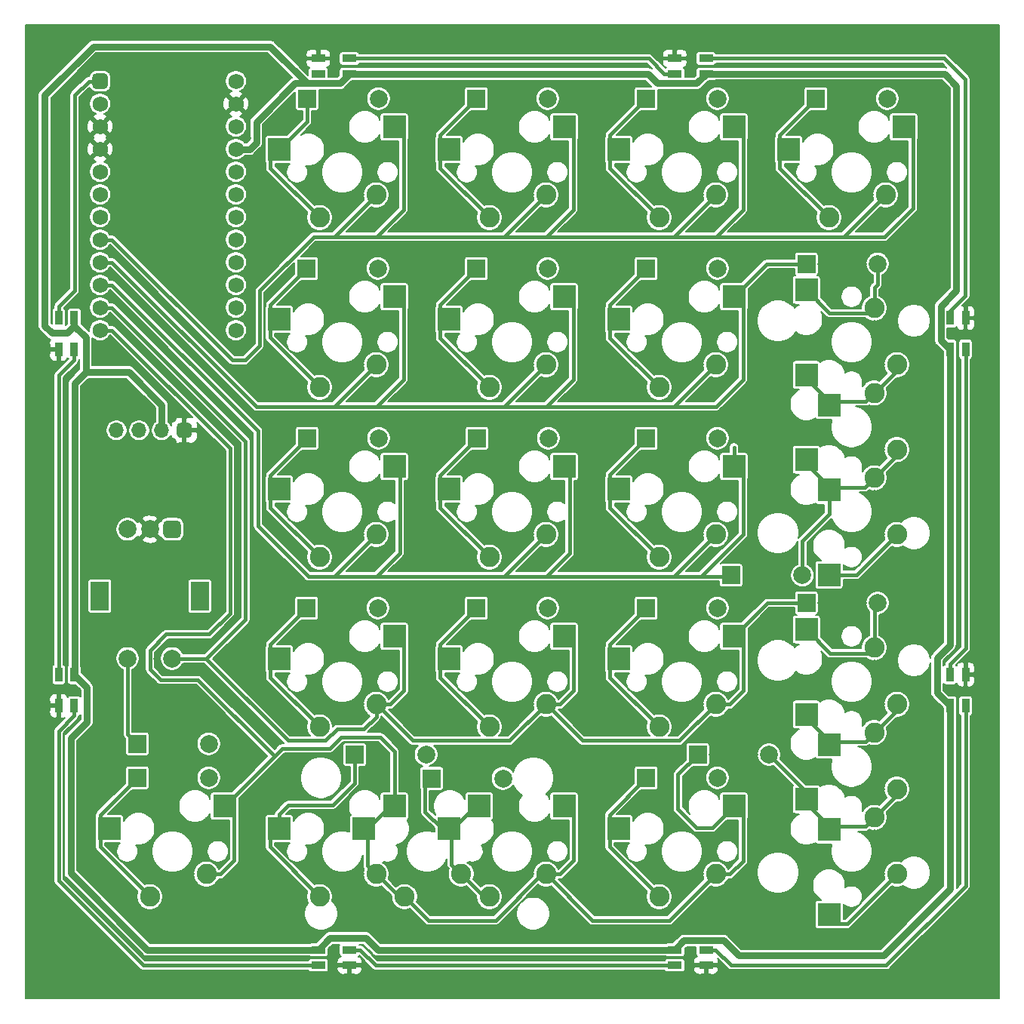
<source format=gbl>
G04 #@! TF.GenerationSoftware,KiCad,Pcbnew,5.99.0+really5.1.10+dfsg1-1*
G04 #@! TF.CreationDate,2021-06-09T13:14:23-04:00*
G04 #@! TF.ProjectId,fake_duck,66616b65-5f64-4756-936b-2e6b69636164,rev?*
G04 #@! TF.SameCoordinates,Original*
G04 #@! TF.FileFunction,Copper,L2,Bot*
G04 #@! TF.FilePolarity,Positive*
%FSLAX46Y46*%
G04 Gerber Fmt 4.6, Leading zero omitted, Abs format (unit mm)*
G04 Created by KiCad (PCBNEW 5.99.0+really5.1.10+dfsg1-1) date 2021-06-09 13:14:23*
%MOMM*%
%LPD*%
G01*
G04 APERTURE LIST*
G04 #@! TA.AperFunction,SMDPad,CuDef*
%ADD10R,2.500000X2.550000*%
G04 #@! TD*
G04 #@! TA.AperFunction,SMDPad,CuDef*
%ADD11R,2.550000X2.500000*%
G04 #@! TD*
G04 #@! TA.AperFunction,ComponentPad*
%ADD12O,1.700000X1.700000*%
G04 #@! TD*
G04 #@! TA.AperFunction,ComponentPad*
%ADD13C,2.250000*%
G04 #@! TD*
G04 #@! TA.AperFunction,SMDPad,CuDef*
%ADD14R,1.600000X0.850000*%
G04 #@! TD*
G04 #@! TA.AperFunction,SMDPad,CuDef*
%ADD15R,0.850000X1.600000*%
G04 #@! TD*
G04 #@! TA.AperFunction,ComponentPad*
%ADD16R,2.000000X2.000000*%
G04 #@! TD*
G04 #@! TA.AperFunction,ComponentPad*
%ADD17C,2.000000*%
G04 #@! TD*
G04 #@! TA.AperFunction,ComponentPad*
%ADD18C,1.752600*%
G04 #@! TD*
G04 #@! TA.AperFunction,ComponentPad*
%ADD19R,2.000000X3.200000*%
G04 #@! TD*
G04 #@! TA.AperFunction,ViaPad*
%ADD20C,0.800000*%
G04 #@! TD*
G04 #@! TA.AperFunction,Conductor*
%ADD21C,0.381000*%
G04 #@! TD*
G04 #@! TA.AperFunction,Conductor*
%ADD22C,0.762000*%
G04 #@! TD*
G04 #@! TA.AperFunction,Conductor*
%ADD23C,0.203200*%
G04 #@! TD*
G04 #@! TA.AperFunction,Conductor*
%ADD24C,0.150000*%
G04 #@! TD*
G04 APERTURE END LIST*
D10*
X88011000Y-77724000D03*
X90551000Y-90651000D03*
D11*
X51308000Y-88011000D03*
X38381000Y-90551000D03*
D10*
X88011000Y-39624000D03*
X90551000Y-52551000D03*
D12*
X10604500Y-45847000D03*
X13144500Y-45847000D03*
X15684500Y-45847000D03*
G04 #@! TA.AperFunction,ComponentPad*
G36*
G01*
X17799500Y-44997000D02*
X18649500Y-44997000D01*
G75*
G02*
X19074500Y-45422000I0J-425000D01*
G01*
X19074500Y-46272000D01*
G75*
G02*
X18649500Y-46697000I-425000J0D01*
G01*
X17799500Y-46697000D01*
G75*
G02*
X17374500Y-46272000I0J425000D01*
G01*
X17374500Y-45422000D01*
G75*
G02*
X17799500Y-44997000I425000J0D01*
G01*
G37*
G04 #@! TD.AperFunction*
D13*
X98171000Y-86106000D03*
X95631000Y-79756000D03*
X98171000Y-48006000D03*
X95631000Y-41656000D03*
X42926000Y-98171000D03*
X49276000Y-95631000D03*
D11*
X98933000Y-11811000D03*
X86006000Y-14351000D03*
D13*
X90551000Y-21971000D03*
X96901000Y-19431000D03*
D11*
X79883000Y-11811000D03*
X66956000Y-14351000D03*
D13*
X71501000Y-21971000D03*
X77851000Y-19431000D03*
D11*
X60833000Y-11811000D03*
X47906000Y-14351000D03*
D13*
X52451000Y-21971000D03*
X58801000Y-19431000D03*
D11*
X41783000Y-11811000D03*
X28856000Y-14351000D03*
D13*
X33401000Y-21971000D03*
X39751000Y-19431000D03*
D11*
X22733000Y-88011000D03*
X9806000Y-90551000D03*
D13*
X14351000Y-98171000D03*
X20701000Y-95631000D03*
D14*
X33250000Y-5875000D03*
X33250000Y-4125000D03*
X36750000Y-5875000D03*
X36750000Y-4125000D03*
X73250000Y-5875000D03*
X73250000Y-4125000D03*
X76750000Y-5875000D03*
X76750000Y-4125000D03*
D15*
X104125000Y-33250000D03*
X105875000Y-33250000D03*
X104125000Y-36750000D03*
X105875000Y-36750000D03*
X104125000Y-73250000D03*
X105875000Y-73250000D03*
X104125000Y-76750000D03*
X105875000Y-76750000D03*
D14*
X76750000Y-104125000D03*
X76750000Y-105875000D03*
X73250000Y-104125000D03*
X73250000Y-105875000D03*
X36750000Y-104125000D03*
X36750000Y-105875000D03*
X33250000Y-104125000D03*
X33250000Y-105875000D03*
D15*
X5875000Y-76750000D03*
X4125000Y-76750000D03*
X5875000Y-73250000D03*
X4125000Y-73250000D03*
X5875000Y-36750000D03*
X4125000Y-36750000D03*
X5875000Y-33250000D03*
X4125000Y-33250000D03*
D16*
X89091000Y-8636000D03*
D17*
X97091000Y-8636000D03*
D16*
X70041000Y-8636000D03*
D17*
X78041000Y-8636000D03*
D16*
X50991000Y-8636000D03*
D17*
X58991000Y-8636000D03*
D16*
X32004500Y-8636000D03*
D17*
X40004500Y-8636000D03*
D16*
X12954500Y-84836000D03*
D17*
X20954500Y-84836000D03*
D16*
X12954500Y-81026000D03*
D17*
X20954500Y-81026000D03*
D10*
X88011000Y-87249000D03*
X90551000Y-100176000D03*
D13*
X98171000Y-95631000D03*
X95631000Y-89281000D03*
D10*
X88011000Y-68199000D03*
X90551000Y-81126000D03*
D13*
X98171000Y-76581000D03*
X95631000Y-70231000D03*
D10*
X88011000Y-49149000D03*
X90551000Y-62076000D03*
D13*
X98171000Y-57531000D03*
X95631000Y-51181000D03*
D10*
X88011000Y-30099000D03*
X90551000Y-43026000D03*
D13*
X98171000Y-38481000D03*
X95631000Y-32131000D03*
D16*
X75819500Y-82232500D03*
D17*
X83819500Y-82232500D03*
D16*
X88011500Y-65214500D03*
D17*
X96011500Y-65214500D03*
D16*
X79566000Y-62103000D03*
D17*
X87566000Y-62103000D03*
D16*
X88011500Y-27178000D03*
D17*
X96011500Y-27178000D03*
D11*
X79883000Y-88011000D03*
X66956000Y-90551000D03*
D13*
X71501000Y-98171000D03*
X77851000Y-95631000D03*
D11*
X79883000Y-68961000D03*
X66956000Y-71501000D03*
D13*
X71501000Y-79121000D03*
X77851000Y-76581000D03*
D11*
X79883000Y-49911000D03*
X66956000Y-52451000D03*
D13*
X71501000Y-60071000D03*
X77851000Y-57531000D03*
D11*
X79883000Y-30861000D03*
X66956000Y-33401000D03*
D13*
X71501000Y-41021000D03*
X77851000Y-38481000D03*
D11*
X60833000Y-88011000D03*
X47906000Y-90551000D03*
D13*
X52451000Y-98171000D03*
X58801000Y-95631000D03*
D11*
X60833000Y-68961000D03*
X47906000Y-71501000D03*
D13*
X52451000Y-79121000D03*
X58801000Y-76581000D03*
D11*
X60833000Y-49911000D03*
X47906000Y-52451000D03*
D13*
X52451000Y-60071000D03*
X58801000Y-57531000D03*
D11*
X60833000Y-30861000D03*
X47906000Y-33401000D03*
D13*
X52451000Y-41021000D03*
X58801000Y-38481000D03*
D11*
X41783000Y-88011000D03*
X28856000Y-90551000D03*
D13*
X33401000Y-98171000D03*
X39751000Y-95631000D03*
D11*
X41783000Y-68961000D03*
X28856000Y-71501000D03*
D13*
X33401000Y-79121000D03*
X39751000Y-76581000D03*
D11*
X41783000Y-49911000D03*
X28856000Y-52451000D03*
D13*
X33401000Y-60071000D03*
X39751000Y-57531000D03*
D11*
X41783000Y-30861000D03*
X28856000Y-33401000D03*
D13*
X33401000Y-41021000D03*
X39751000Y-38481000D03*
D16*
X70041000Y-84836000D03*
D17*
X78041000Y-84836000D03*
D16*
X70041000Y-65786000D03*
D17*
X78041000Y-65786000D03*
D16*
X70041000Y-46736000D03*
D17*
X78041000Y-46736000D03*
D16*
X70041000Y-27686000D03*
D17*
X78041000Y-27686000D03*
D16*
X45974500Y-84899500D03*
D17*
X53974500Y-84899500D03*
D16*
X50991000Y-65786000D03*
D17*
X58991000Y-65786000D03*
D16*
X51054500Y-46736000D03*
D17*
X59054500Y-46736000D03*
D16*
X50991000Y-27686000D03*
D17*
X58991000Y-27686000D03*
D16*
X37338500Y-82232500D03*
D17*
X45338500Y-82232500D03*
D16*
X31941000Y-65786000D03*
D17*
X39941000Y-65786000D03*
D16*
X32004500Y-46736000D03*
D17*
X40004500Y-46736000D03*
D16*
X31941000Y-27686000D03*
D17*
X39941000Y-27686000D03*
D18*
X24003000Y-6667500D03*
X8763000Y-34607500D03*
X24003000Y-9207500D03*
X24003000Y-11747500D03*
X24003000Y-14287500D03*
X24003000Y-16827500D03*
X24003000Y-19367500D03*
X24003000Y-21907500D03*
X24003000Y-24447500D03*
X24003000Y-26987500D03*
X24003000Y-29527500D03*
X24003000Y-32067500D03*
X24003000Y-34607500D03*
X8763000Y-32067500D03*
X8763000Y-29527500D03*
X8763000Y-26987500D03*
X8763000Y-24447500D03*
X8763000Y-21907500D03*
X8763000Y-19367500D03*
X8763000Y-16827500D03*
X8763000Y-14287500D03*
X8763000Y-11747500D03*
X8763000Y-9207500D03*
G04 #@! TA.AperFunction,ComponentPad*
G36*
G01*
X8324850Y-5791200D02*
X9201150Y-5791200D01*
G75*
G02*
X9639300Y-6229350I0J-438150D01*
G01*
X9639300Y-7105650D01*
G75*
G02*
X9201150Y-7543800I-438150J0D01*
G01*
X8324850Y-7543800D01*
G75*
G02*
X7886700Y-7105650I0J438150D01*
G01*
X7886700Y-6229350D01*
G75*
G02*
X8324850Y-5791200I438150J0D01*
G01*
G37*
G04 #@! TD.AperFunction*
D17*
X11851000Y-71452500D03*
X16851000Y-71452500D03*
D19*
X8751000Y-64452500D03*
X19951000Y-64452500D03*
D17*
X11851000Y-56952500D03*
X14351000Y-56952500D03*
G04 #@! TA.AperFunction,ComponentPad*
G36*
G01*
X16351000Y-55952500D02*
X17351000Y-55952500D01*
G75*
G02*
X17851000Y-56452500I0J-500000D01*
G01*
X17851000Y-57452500D01*
G75*
G02*
X17351000Y-57952500I-500000J0D01*
G01*
X16351000Y-57952500D01*
G75*
G02*
X15851000Y-57452500I0J500000D01*
G01*
X15851000Y-56452500D01*
G75*
G02*
X16351000Y-55952500I500000J0D01*
G01*
G37*
G04 #@! TD.AperFunction*
D20*
X16954500Y-44577000D03*
X16954500Y-47117000D03*
X82169000Y-82232500D03*
X10033000Y-10414000D03*
X10033000Y-13017500D03*
X10033000Y-15557500D03*
X10033000Y-18097500D03*
X10033000Y-20637500D03*
X10033000Y-23177500D03*
X10033000Y-25717500D03*
X10033000Y-28257500D03*
X10033000Y-30797500D03*
X10033000Y-33337500D03*
X10033000Y-35877500D03*
X10033000Y-7937500D03*
X10033000Y-5397500D03*
X10033000Y-5397500D03*
X7493000Y-10414000D03*
X7493000Y-7937500D03*
X7493000Y-5397500D03*
X7493000Y-13017500D03*
X7493000Y-15557500D03*
X7493000Y-18097500D03*
X7493000Y-20637500D03*
X7493000Y-23177500D03*
X7493000Y-25717500D03*
X7493000Y-28257500D03*
X7493000Y-30797500D03*
X7493000Y-33337500D03*
X22733000Y-7937500D03*
X22733000Y-5397500D03*
X25273000Y-5397500D03*
X25273000Y-7937500D03*
X25273000Y-10477500D03*
X22733000Y-10477500D03*
X22733000Y-13017500D03*
X22733000Y-15557500D03*
X22733000Y-18097500D03*
X22733000Y-20637500D03*
X22733000Y-23177500D03*
X25273000Y-13017500D03*
X25273000Y-15557500D03*
X25273000Y-18097500D03*
X25273000Y-20637500D03*
X25273000Y-23177500D03*
X25273000Y-25717500D03*
X25273000Y-28257500D03*
X25273000Y-30797500D03*
X25273000Y-33401000D03*
X22733000Y-25717500D03*
X22733000Y-28257500D03*
X22733000Y-30797500D03*
X22733000Y-33401000D03*
X22733000Y-35877500D03*
X33401000Y-39179500D03*
X37973000Y-38481000D03*
X33401000Y-20193000D03*
X37973000Y-19431000D03*
X52451000Y-20193000D03*
X57023000Y-19431000D03*
X71501000Y-20193000D03*
X76073000Y-19431000D03*
X90551000Y-20193000D03*
X95123000Y-19431000D03*
X52451000Y-39243000D03*
X57023000Y-38481000D03*
X71501000Y-39243000D03*
X76073000Y-38481000D03*
X33401000Y-58293000D03*
X37973000Y-57531000D03*
X52451000Y-58293000D03*
X57023000Y-57531000D03*
X71501000Y-58293000D03*
X76073000Y-57531000D03*
X33401000Y-77343000D03*
X52451000Y-77343000D03*
X71501000Y-77343000D03*
X33401000Y-96393000D03*
X42926000Y-96393000D03*
X52451000Y-96393000D03*
X71501000Y-96393000D03*
X14351000Y-96393000D03*
X18923000Y-95567500D03*
X11811000Y-69786500D03*
X37973000Y-76581000D03*
X76073000Y-76581000D03*
X76073000Y-95631000D03*
X15176500Y-71437500D03*
X95631000Y-33909000D03*
X96393000Y-38481000D03*
X95631000Y-43434000D03*
X96393000Y-48006000D03*
X95631000Y-52959000D03*
X96393000Y-57531000D03*
X95631000Y-72009000D03*
X96393000Y-76581000D03*
X95631000Y-81534000D03*
X96393000Y-86106000D03*
X95631000Y-91059000D03*
X96393000Y-95631000D03*
X33655000Y-8636000D03*
X38354000Y-8636000D03*
X52641500Y-8636000D03*
X57340500Y-8636000D03*
X71691500Y-8636000D03*
X76390500Y-8636000D03*
X90741500Y-8636000D03*
X95440500Y-8636000D03*
X33591500Y-27749500D03*
X38290500Y-27686000D03*
X52641500Y-27686000D03*
X57340500Y-27686000D03*
X71691500Y-27686000D03*
X76390500Y-27686000D03*
X89662000Y-27178000D03*
X94361000Y-27178000D03*
X33655000Y-46736000D03*
X38354000Y-46736000D03*
X52705000Y-46799500D03*
X57404000Y-46736000D03*
X71691500Y-46736000D03*
X76390500Y-46736000D03*
X33591500Y-65786000D03*
X38290500Y-65786000D03*
X71691500Y-65786000D03*
X76390500Y-65786000D03*
X89662000Y-65214500D03*
X94361000Y-65214500D03*
X43688000Y-82232500D03*
X47625000Y-84899500D03*
X52324000Y-84963000D03*
X71691500Y-84836000D03*
X76390500Y-84836000D03*
X14605000Y-84836000D03*
X19304000Y-84836000D03*
X14605000Y-81026000D03*
X19304000Y-81026000D03*
X38989000Y-82232500D03*
X57023000Y-95631000D03*
X47498000Y-95631000D03*
X37973000Y-95631000D03*
X57023000Y-76581000D03*
X25273000Y-35877500D03*
X77470000Y-82232500D03*
X11874500Y-47117000D03*
X11874500Y-44577000D03*
X14414500Y-44577000D03*
X14414500Y-47117000D03*
X9334500Y-44577000D03*
X9334500Y-47117000D03*
X1000000Y-1000000D03*
X3000000Y-1000000D03*
X5000000Y-1000000D03*
X7000000Y-1000000D03*
X9000000Y-1000000D03*
X11000000Y-1000000D03*
X13000000Y-1000000D03*
X15000000Y-1000000D03*
X17000000Y-1000000D03*
X19000000Y-1000000D03*
X21000000Y-1000000D03*
X23000000Y-1000000D03*
X25000000Y-1000000D03*
X27000000Y-1000000D03*
X29000000Y-1000000D03*
X31000000Y-1000000D03*
X33000000Y-1000000D03*
X35000000Y-1000000D03*
X37000000Y-1000000D03*
X39000000Y-1000000D03*
X41000000Y-1000000D03*
X43000000Y-1000000D03*
X45000000Y-1000000D03*
X47000000Y-1000000D03*
X49000000Y-1000000D03*
X51000000Y-1000000D03*
X53000000Y-1000000D03*
X55000000Y-1000000D03*
X57000000Y-1000000D03*
X59000000Y-1000000D03*
X61000000Y-1000000D03*
X63000000Y-1000000D03*
X65000000Y-1000000D03*
X67000000Y-1000000D03*
X69000000Y-1000000D03*
X71000000Y-1000000D03*
X73000000Y-1000000D03*
X75000000Y-1000000D03*
X77000000Y-1000000D03*
X79000000Y-1000000D03*
X81000000Y-1000000D03*
X83000000Y-1000000D03*
X85000000Y-1000000D03*
X87000000Y-1000000D03*
X89000000Y-1000000D03*
X91000000Y-1000000D03*
X93000000Y-1000000D03*
X95000000Y-1000000D03*
X97000000Y-1000000D03*
X99000000Y-1000000D03*
X101000000Y-1000000D03*
X103000000Y-1000000D03*
X105000000Y-1000000D03*
X107000000Y-1000000D03*
X109000000Y-1000000D03*
X109000000Y-3000000D03*
X109000000Y-5000000D03*
X109000000Y-7000000D03*
X109000000Y-9000000D03*
X109000000Y-11000000D03*
X109000000Y-13000000D03*
X109000000Y-15000000D03*
X109000000Y-17000000D03*
X109000000Y-19000000D03*
X109000000Y-21000000D03*
X109000000Y-23000000D03*
X109000000Y-25000000D03*
X109000000Y-27000000D03*
X109000000Y-29000000D03*
X109000000Y-31000000D03*
X109000000Y-33000000D03*
X109000000Y-35000000D03*
X109000000Y-37000000D03*
X109000000Y-39000000D03*
X109000000Y-41000000D03*
X109000000Y-43000000D03*
X109000000Y-45000000D03*
X109000000Y-47000000D03*
X109000000Y-49000000D03*
X109000000Y-51000000D03*
X109000000Y-53000000D03*
X109000000Y-55000000D03*
X109000000Y-57000000D03*
X109000000Y-59000000D03*
X109000000Y-61000000D03*
X109000000Y-63000000D03*
X109000000Y-65000000D03*
X109000000Y-67000000D03*
X109000000Y-69000000D03*
X109000000Y-71000000D03*
X109000000Y-73000000D03*
X109000000Y-75000000D03*
X109000000Y-77000000D03*
X109000000Y-79000000D03*
X109000000Y-81000000D03*
X109000000Y-83000000D03*
X109000000Y-85000000D03*
X109000000Y-87000000D03*
X109000000Y-89000000D03*
X109000000Y-91000000D03*
X109000000Y-93000000D03*
X109000000Y-95000000D03*
X109000000Y-99000000D03*
X109000000Y-97000000D03*
X109000000Y-101000000D03*
X109000000Y-103000000D03*
X109000000Y-105000000D03*
X109000000Y-107000000D03*
X109000000Y-109000000D03*
X107000000Y-109000000D03*
X105000000Y-109000000D03*
X103000000Y-109000000D03*
X101000000Y-109000000D03*
X99000000Y-109000000D03*
X97000000Y-109000000D03*
X95000000Y-109000000D03*
X93000000Y-109000000D03*
X91000000Y-109000000D03*
X89000000Y-109000000D03*
X87000000Y-109000000D03*
X85000000Y-109000000D03*
X83000000Y-109000000D03*
X81000000Y-109000000D03*
X79000000Y-109000000D03*
X77000000Y-109000000D03*
X75000000Y-109000000D03*
X73000000Y-109000000D03*
X71000000Y-109000000D03*
X69000000Y-109000000D03*
X67000000Y-109000000D03*
X65000000Y-109000000D03*
X63000000Y-109000000D03*
X61000000Y-109000000D03*
X59000000Y-109000000D03*
X57000000Y-109000000D03*
X55000000Y-109000000D03*
X53000000Y-109000000D03*
X51000000Y-109000000D03*
X49000000Y-109000000D03*
X47000000Y-109000000D03*
X45000000Y-109000000D03*
X43000000Y-109000000D03*
X41000000Y-109000000D03*
X37000000Y-109000000D03*
X35000000Y-109000000D03*
X39000000Y-109000000D03*
X33000000Y-109000000D03*
X31000000Y-109000000D03*
X29000000Y-109000000D03*
X27000000Y-109000000D03*
X25000000Y-109000000D03*
X23000000Y-109000000D03*
X21000000Y-109000000D03*
X19000000Y-109000000D03*
X17000000Y-109000000D03*
X15000000Y-109000000D03*
X13000000Y-109000000D03*
X11000000Y-109000000D03*
X9000000Y-109000000D03*
X7000000Y-109000000D03*
X5000000Y-109000000D03*
X3000000Y-109000000D03*
X1000000Y-109000000D03*
X1000000Y-107000000D03*
X1000000Y-105000000D03*
X1000000Y-103000000D03*
X1000000Y-101000000D03*
X1000000Y-99000000D03*
X1000000Y-97000000D03*
X1000000Y-95000000D03*
X1000000Y-93000000D03*
X1000000Y-91000000D03*
X1000000Y-89000000D03*
X1000000Y-87000000D03*
X1000000Y-85000000D03*
X1000000Y-83000000D03*
X1000000Y-81000000D03*
X1000000Y-79000000D03*
X1000000Y-77000000D03*
X1000000Y-75000000D03*
X1000000Y-73000000D03*
X1000000Y-71000000D03*
X1000000Y-69000000D03*
X1000000Y-67000000D03*
X1000000Y-65000000D03*
X1000000Y-63000000D03*
X1000000Y-61000000D03*
X1000000Y-59000000D03*
X1000000Y-57000000D03*
X1000000Y-55000000D03*
X1000000Y-53000000D03*
X1000000Y-51000000D03*
X1000000Y-49000000D03*
X1000000Y-47000000D03*
X1000000Y-45000000D03*
X1000000Y-43000000D03*
X1000000Y-41000000D03*
X1000000Y-39000000D03*
X1000000Y-37000000D03*
X1000000Y-35000000D03*
X1000000Y-33000000D03*
X1000000Y-31000000D03*
X1000000Y-29000000D03*
X1000000Y-27000000D03*
X1000000Y-25000000D03*
X1000000Y-23000000D03*
X1000000Y-21000000D03*
X1000000Y-19000000D03*
X1000000Y-17000000D03*
X1000000Y-15000000D03*
X1000000Y-13000000D03*
X1000000Y-11000000D03*
X1000000Y-7000000D03*
X1000000Y-5000000D03*
X1000000Y-9000000D03*
X1000000Y-3000000D03*
D21*
X77851000Y-38481000D02*
X73152000Y-43180000D01*
X39751000Y-38481000D02*
X35052000Y-43180000D01*
X58801000Y-38481000D02*
X54102000Y-43180000D01*
X39751000Y-43180000D02*
X35052000Y-43180000D01*
X54102000Y-43180000D02*
X39751000Y-43180000D01*
X58801000Y-43180000D02*
X54102000Y-43180000D01*
X72390000Y-43180000D02*
X58801000Y-43180000D01*
X73152000Y-43180000D02*
X72390000Y-43180000D01*
X42799000Y-40132000D02*
X39751000Y-43180000D01*
X42799000Y-31877000D02*
X42799000Y-40132000D01*
X41783000Y-30861000D02*
X42799000Y-31877000D01*
X61849000Y-40132000D02*
X58801000Y-43180000D01*
X61849000Y-31877000D02*
X61849000Y-40132000D01*
X60833000Y-30861000D02*
X61849000Y-31877000D01*
X77851000Y-43180000D02*
X72390000Y-43180000D01*
X80899000Y-40132000D02*
X77851000Y-43180000D01*
X80899000Y-31877000D02*
X80899000Y-40132000D01*
X79883000Y-30861000D02*
X80899000Y-31877000D01*
X80645000Y-30099000D02*
X79883000Y-30861000D01*
X83566000Y-27178000D02*
X88011500Y-27178000D01*
X79883000Y-30861000D02*
X83566000Y-27178000D01*
X10096500Y-26987500D02*
X8763000Y-26987500D01*
X26289000Y-43180000D02*
X10096500Y-26987500D01*
X35052000Y-43180000D02*
X26289000Y-43180000D01*
X77851000Y-57531000D02*
X73152000Y-62230000D01*
X61428601Y-50506601D02*
X61428601Y-59665899D01*
X60833000Y-49911000D02*
X61428601Y-50506601D01*
X61428601Y-59665899D02*
X58864500Y-62230000D01*
X73152000Y-62230000D02*
X58864500Y-62230000D01*
X58801000Y-57531000D02*
X54102000Y-62230000D01*
X58864500Y-62230000D02*
X54102000Y-62230000D01*
X42378601Y-59602399D02*
X39751000Y-62230000D01*
X42378601Y-50506601D02*
X42378601Y-59602399D01*
X41783000Y-49911000D02*
X42378601Y-50506601D01*
X54102000Y-62230000D02*
X39751000Y-62230000D01*
X39751000Y-57531000D02*
X35052000Y-62230000D01*
X39751000Y-62230000D02*
X35052000Y-62230000D01*
X80645000Y-49149000D02*
X79883000Y-49911000D01*
X79883000Y-47752000D02*
X79883000Y-49911000D01*
X76200000Y-62230000D02*
X73152000Y-62230000D01*
X80899000Y-50927000D02*
X80899000Y-57531000D01*
X80899000Y-57531000D02*
X76200000Y-62230000D01*
X79883000Y-49911000D02*
X80899000Y-50927000D01*
X79439000Y-62230000D02*
X79566000Y-62103000D01*
X76200000Y-62230000D02*
X79439000Y-62230000D01*
X32153118Y-62230000D02*
X35052000Y-62230000D01*
X26479500Y-56556382D02*
X32153118Y-62230000D01*
X26479500Y-45910500D02*
X26479500Y-56556382D01*
X10096500Y-29527500D02*
X26479500Y-45910500D01*
X8763000Y-29527500D02*
X10096500Y-29527500D01*
X79441990Y-76581000D02*
X77851000Y-76581000D01*
X80962500Y-75060490D02*
X79441990Y-76581000D01*
X80962500Y-70040500D02*
X80962500Y-75060490D01*
X79883000Y-68961000D02*
X80962500Y-70040500D01*
X60391990Y-76581000D02*
X58801000Y-76581000D01*
X61912500Y-75060490D02*
X60391990Y-76581000D01*
X61912500Y-70040500D02*
X61912500Y-75060490D01*
X60833000Y-68961000D02*
X61912500Y-70040500D01*
X42862500Y-75060490D02*
X41341990Y-76581000D01*
X41341990Y-76581000D02*
X39751000Y-76581000D01*
X42862500Y-70040500D02*
X42862500Y-75060490D01*
X41783000Y-68961000D02*
X42862500Y-70040500D01*
X43835101Y-80665101D02*
X39751000Y-76581000D01*
X54716899Y-80665101D02*
X43835101Y-80665101D01*
X58801000Y-76581000D02*
X54716899Y-80665101D01*
X10096500Y-32067500D02*
X8763000Y-32067500D01*
X25082500Y-47053500D02*
X10096500Y-32067500D01*
X25082500Y-67056000D02*
X25082500Y-47053500D01*
X20686000Y-71452500D02*
X25082500Y-67056000D01*
X16851000Y-71452500D02*
X20686000Y-71452500D01*
X83629500Y-65214500D02*
X79883000Y-68961000D01*
X88011500Y-65214500D02*
X83629500Y-65214500D01*
X20652500Y-71452500D02*
X16851000Y-71452500D01*
X29865101Y-80665101D02*
X20652500Y-71452500D01*
X35366010Y-79375000D02*
X34075909Y-80665101D01*
X38354000Y-79375000D02*
X35366010Y-79375000D01*
X39751000Y-77978000D02*
X38354000Y-79375000D01*
X34075909Y-80665101D02*
X29865101Y-80665101D01*
X39751000Y-76581000D02*
X39751000Y-77978000D01*
X62885101Y-80665101D02*
X58801000Y-76581000D01*
X73766899Y-80665101D02*
X62885101Y-80665101D01*
X77851000Y-76581000D02*
X73766899Y-80665101D01*
X33250000Y-4125000D02*
X31689000Y-4125000D01*
X33250000Y-4125000D02*
X33250000Y-3214500D01*
X73250000Y-4125000D02*
X73250000Y-3019000D01*
X73250000Y-4125000D02*
X71752500Y-4125000D01*
X105875000Y-33250000D02*
X107085000Y-33250000D01*
X105875000Y-33250000D02*
X105875000Y-31793000D01*
X105875000Y-73250000D02*
X107153500Y-73250000D01*
X105875000Y-73250000D02*
X105875000Y-71671000D01*
X76750000Y-105875000D02*
X76750000Y-107039500D01*
X76750000Y-105875000D02*
X78379500Y-105875000D01*
X36750000Y-105875000D02*
X36750000Y-107171500D01*
X36750000Y-105875000D02*
X38501500Y-105875000D01*
X4125000Y-76750000D02*
X3069500Y-76750000D01*
X4125000Y-76750000D02*
X4125000Y-78298000D01*
X4125000Y-36750000D02*
X2937500Y-36750000D01*
X4125000Y-36750000D02*
X4125000Y-38229500D01*
X18224500Y-45847000D02*
X18224500Y-44513500D01*
X18224500Y-45847000D02*
X19558000Y-45847000D01*
X18224500Y-45847000D02*
X18224500Y-47180500D01*
X38815730Y-90551000D02*
X38381000Y-90551000D01*
X41355730Y-88011000D02*
X38815730Y-90551000D01*
X41783000Y-88011000D02*
X41355730Y-88011000D01*
X42291000Y-98171000D02*
X42926000Y-98171000D01*
X39751000Y-95631000D02*
X42291000Y-98171000D01*
X38798500Y-94678500D02*
X39751000Y-95631000D01*
X38798500Y-90968500D02*
X38798500Y-94678500D01*
X38381000Y-90551000D02*
X38798500Y-90968500D01*
X22291990Y-95631000D02*
X20701000Y-95631000D01*
X23812500Y-94110490D02*
X22291990Y-95631000D01*
X23812500Y-89090500D02*
X23812500Y-94110490D01*
X22733000Y-88011000D02*
X23812500Y-89090500D01*
X60391990Y-95631000D02*
X58801000Y-95631000D01*
X61912500Y-94110490D02*
X60391990Y-95631000D01*
X61912500Y-89090500D02*
X61912500Y-94110490D01*
X60833000Y-88011000D02*
X61912500Y-89090500D01*
X79441990Y-95631000D02*
X77851000Y-95631000D01*
X80899000Y-94173990D02*
X79441990Y-95631000D01*
X80899000Y-89027000D02*
X80899000Y-94173990D01*
X79883000Y-88011000D02*
X80899000Y-89027000D01*
X53149500Y-100838000D02*
X58356500Y-95631000D01*
X58356500Y-95631000D02*
X58801000Y-95631000D01*
X45593000Y-100838000D02*
X53149500Y-100838000D01*
X42926000Y-98171000D02*
X45593000Y-100838000D01*
X72644000Y-100838000D02*
X77851000Y-95631000D01*
X64008000Y-100838000D02*
X72644000Y-100838000D01*
X58801000Y-95631000D02*
X64008000Y-100838000D01*
X34532309Y-81534000D02*
X29210000Y-81534000D01*
X29210000Y-81534000D02*
X22733000Y-88011000D01*
X35802309Y-80264000D02*
X34532309Y-81534000D01*
X40195500Y-80264000D02*
X35802309Y-80264000D01*
X41783000Y-81851500D02*
X40195500Y-80264000D01*
X41783000Y-88011000D02*
X41783000Y-81851500D01*
X21018500Y-68707000D02*
X23368000Y-66357500D01*
X23368000Y-47862612D02*
X10112888Y-34607500D01*
X16192500Y-68707000D02*
X21018500Y-68707000D01*
X23368000Y-66357500D02*
X23368000Y-47862612D01*
X14357399Y-70542101D02*
X16192500Y-68707000D01*
X14357399Y-72650399D02*
X14357399Y-70542101D01*
X15557500Y-73850500D02*
X14357399Y-72650399D01*
X19748500Y-73850500D02*
X15557500Y-73850500D01*
X28321000Y-82423000D02*
X19748500Y-73850500D01*
X10112888Y-34607500D02*
X8763000Y-34607500D01*
X22733000Y-88011000D02*
X28321000Y-82423000D01*
X73596500Y-84455500D02*
X75819500Y-82232500D01*
X73596500Y-88328500D02*
X73596500Y-84455500D01*
X75692000Y-90424000D02*
X73596500Y-88328500D01*
X77470000Y-90424000D02*
X75692000Y-90424000D01*
X79883000Y-88011000D02*
X77470000Y-90424000D01*
X95059500Y-32702500D02*
X95631000Y-32131000D01*
X90614500Y-32702500D02*
X95059500Y-32702500D01*
X88011000Y-30099000D02*
X90614500Y-32702500D01*
X96012000Y-27178500D02*
X96011500Y-27178000D01*
X96012000Y-29464000D02*
X96012000Y-27178500D01*
X95631000Y-29845000D02*
X96012000Y-29464000D01*
X95631000Y-32131000D02*
X95631000Y-29845000D01*
X90551000Y-52150730D02*
X90551000Y-52551000D01*
X88011000Y-49610730D02*
X90551000Y-52150730D01*
X88011000Y-49149000D02*
X88011000Y-49610730D01*
X98171000Y-48641000D02*
X98171000Y-48006000D01*
X95631000Y-51181000D02*
X98171000Y-48641000D01*
X94551500Y-52260500D02*
X95631000Y-51181000D01*
X90841500Y-52260500D02*
X94551500Y-52260500D01*
X90551000Y-52551000D02*
X90841500Y-52260500D01*
X90551000Y-52551000D02*
X90551000Y-55260242D01*
X87566000Y-58245242D02*
X90551000Y-55260242D01*
X87566000Y-62103000D02*
X87566000Y-58245242D01*
X94996000Y-70866000D02*
X95631000Y-70231000D01*
X90678000Y-70866000D02*
X94996000Y-70866000D01*
X88011000Y-68199000D02*
X90678000Y-70866000D01*
X95631000Y-65595000D02*
X96011500Y-65214500D01*
X95631000Y-70231000D02*
X95631000Y-65595000D01*
X90551000Y-90250730D02*
X90551000Y-90651000D01*
X88011000Y-87710730D02*
X90551000Y-90250730D01*
X88011000Y-87249000D02*
X88011000Y-87710730D01*
X98171000Y-86741000D02*
X98171000Y-86106000D01*
X95631000Y-89281000D02*
X98171000Y-86741000D01*
X94615000Y-90297000D02*
X95631000Y-89281000D01*
X90905000Y-90297000D02*
X94615000Y-90297000D01*
X90551000Y-90651000D02*
X90905000Y-90297000D01*
X88011000Y-86424000D02*
X83819500Y-82232500D01*
X88011000Y-87249000D02*
X88011000Y-86424000D01*
X4125000Y-39681000D02*
X4125000Y-73250000D01*
X5875000Y-37931000D02*
X4125000Y-39681000D01*
X5875000Y-36750000D02*
X5875000Y-37931000D01*
D22*
X5905500Y-40576500D02*
X7175500Y-39306500D01*
X5905500Y-73219500D02*
X5905500Y-40576500D01*
X5875000Y-73250000D02*
X5905500Y-73219500D01*
X39926500Y-104125000D02*
X73250000Y-104125000D01*
X38608000Y-102806500D02*
X39926500Y-104125000D01*
X34568500Y-102806500D02*
X38608000Y-102806500D01*
X33250000Y-104125000D02*
X34568500Y-102806500D01*
X14082000Y-104125000D02*
X33250000Y-104125000D01*
X5461000Y-95504000D02*
X14082000Y-104125000D01*
X5461000Y-80391000D02*
X5461000Y-95504000D01*
X7302500Y-78549500D02*
X5461000Y-80391000D01*
X7302500Y-74677500D02*
X7302500Y-78549500D01*
X5875000Y-73250000D02*
X7302500Y-74677500D01*
X104125000Y-97297000D02*
X104125000Y-76750000D01*
X80391000Y-104775000D02*
X96647000Y-104775000D01*
X78706399Y-103090399D02*
X80391000Y-104775000D01*
X96647000Y-104775000D02*
X104125000Y-97297000D01*
X74284601Y-103090399D02*
X78706399Y-103090399D01*
X73250000Y-104125000D02*
X74284601Y-103090399D01*
X102679500Y-75304500D02*
X104125000Y-76750000D01*
X102679500Y-71374000D02*
X102679500Y-75304500D01*
X104125000Y-69928500D02*
X102679500Y-71374000D01*
X104125000Y-36750000D02*
X104125000Y-69928500D01*
X76783000Y-5842000D02*
X76750000Y-5875000D01*
X103505000Y-5842000D02*
X76783000Y-5842000D01*
X104838500Y-7175500D02*
X103505000Y-5842000D01*
X104838500Y-30162500D02*
X104838500Y-7175500D01*
X103090399Y-31910601D02*
X104838500Y-30162500D01*
X103090399Y-35715399D02*
X103090399Y-31910601D01*
X104125000Y-36750000D02*
X103090399Y-35715399D01*
X75715399Y-6909601D02*
X71298601Y-6909601D01*
X76750000Y-5875000D02*
X75715399Y-6909601D01*
X70264000Y-5875000D02*
X36750000Y-5875000D01*
X71298601Y-6909601D02*
X70264000Y-5875000D01*
X36750000Y-5875000D02*
X35715399Y-6909601D01*
X12001500Y-39306500D02*
X7175500Y-39306500D01*
X15684500Y-42989500D02*
X12001500Y-39306500D01*
X15684500Y-45847000D02*
X15684500Y-42989500D01*
X5875000Y-34132500D02*
X5875000Y-33250000D01*
X7175500Y-35433000D02*
X5875000Y-34132500D01*
X7175500Y-39306500D02*
X7175500Y-35433000D01*
X31962319Y-6909601D02*
X35715399Y-6909601D01*
X8001000Y-2794000D02*
X27846718Y-2794000D01*
X27846718Y-2794000D02*
X31962319Y-6909601D01*
X2540000Y-34099500D02*
X2540000Y-8255000D01*
X3365500Y-34925000D02*
X2540000Y-34099500D01*
X5111750Y-34925000D02*
X3365500Y-34925000D01*
X2540000Y-8255000D02*
X8001000Y-2794000D01*
X5875000Y-34161750D02*
X5111750Y-34925000D01*
X5875000Y-33250000D02*
X5875000Y-34161750D01*
X25527000Y-14287500D02*
X24003000Y-14287500D01*
X26289000Y-13525500D02*
X25527000Y-14287500D01*
X26289000Y-11239500D02*
X26289000Y-13525500D01*
X30618899Y-6909601D02*
X26289000Y-11239500D01*
X35715399Y-6909601D02*
X30618899Y-6909601D01*
D21*
X4125000Y-31943000D02*
X4125000Y-33250000D01*
X5905500Y-30162500D02*
X4125000Y-31943000D01*
X5905500Y-8255000D02*
X5905500Y-30162500D01*
X7493000Y-6667500D02*
X5905500Y-8255000D01*
X8763000Y-6667500D02*
X7493000Y-6667500D01*
X13609500Y-105875000D02*
X33250000Y-105875000D01*
X4127500Y-96393000D02*
X13609500Y-105875000D01*
X4127500Y-79565500D02*
X4127500Y-96393000D01*
X5875000Y-77818000D02*
X4127500Y-79565500D01*
X5875000Y-76750000D02*
X5875000Y-77818000D01*
X39681000Y-105875000D02*
X73250000Y-105875000D01*
X37931000Y-104125000D02*
X39681000Y-105875000D01*
X36750000Y-104125000D02*
X37931000Y-104125000D01*
X105875000Y-96944000D02*
X105875000Y-76750000D01*
X96964500Y-105854500D02*
X105875000Y-96944000D01*
X79565500Y-105854500D02*
X96964500Y-105854500D01*
X77836000Y-104125000D02*
X79565500Y-105854500D01*
X76750000Y-104125000D02*
X77836000Y-104125000D01*
X105875000Y-70319000D02*
X105875000Y-36750000D01*
X104125000Y-72069000D02*
X105875000Y-70319000D01*
X104125000Y-73250000D02*
X104125000Y-72069000D01*
X105854500Y-6477000D02*
X103502500Y-4125000D01*
X105854500Y-30714500D02*
X105854500Y-6477000D01*
X103502500Y-4125000D02*
X76750000Y-4125000D01*
X104125000Y-32444000D02*
X105854500Y-30714500D01*
X104125000Y-33250000D02*
X104125000Y-32444000D01*
X70319000Y-4125000D02*
X36750000Y-4125000D01*
X72069000Y-5875000D02*
X70319000Y-4125000D01*
X73250000Y-5875000D02*
X72069000Y-5875000D01*
X96901000Y-19431000D02*
X92202000Y-24130000D01*
X77851000Y-19431000D02*
X73152000Y-24130000D01*
X58801000Y-19431000D02*
X54102000Y-24130000D01*
X77851000Y-24130000D02*
X92202000Y-24130000D01*
X39751000Y-19431000D02*
X35052000Y-24130000D01*
X58801000Y-24130000D02*
X77851000Y-24130000D01*
X35052000Y-24130000D02*
X39751000Y-24130000D01*
X42799000Y-21082000D02*
X39751000Y-24130000D01*
X42799000Y-12827000D02*
X42799000Y-21082000D01*
X41783000Y-11811000D02*
X42799000Y-12827000D01*
X61849000Y-21082000D02*
X58801000Y-24130000D01*
X61849000Y-12827000D02*
X61849000Y-21082000D01*
X60833000Y-11811000D02*
X61849000Y-12827000D01*
X80899000Y-21082000D02*
X77851000Y-24130000D01*
X80899000Y-12827000D02*
X80899000Y-21082000D01*
X79883000Y-11811000D02*
X80899000Y-12827000D01*
X99949000Y-12827000D02*
X98933000Y-11811000D01*
X99949000Y-20955000D02*
X99949000Y-12827000D01*
X96774000Y-24130000D02*
X99949000Y-20955000D01*
X92202000Y-24130000D02*
X96774000Y-24130000D01*
X39751000Y-24130000D02*
X58801000Y-24130000D01*
X10096500Y-24447500D02*
X8763000Y-24447500D01*
X25019000Y-37973000D02*
X23622000Y-37973000D01*
X26670000Y-36322000D02*
X25019000Y-37973000D01*
X26670000Y-30202618D02*
X26670000Y-36322000D01*
X32742618Y-24130000D02*
X26670000Y-30202618D01*
X23622000Y-37973000D02*
X10096500Y-24447500D01*
X35052000Y-24130000D02*
X32742618Y-24130000D01*
X90551000Y-42625730D02*
X90551000Y-43026000D01*
X88011000Y-40085730D02*
X90551000Y-42625730D01*
X88011000Y-39624000D02*
X88011000Y-40085730D01*
X98171000Y-39116000D02*
X98171000Y-38481000D01*
X95631000Y-41656000D02*
X98171000Y-39116000D01*
X90551000Y-80725730D02*
X90551000Y-81126000D01*
X88011000Y-78185730D02*
X90551000Y-80725730D01*
X88011000Y-77724000D02*
X88011000Y-78185730D01*
X98171000Y-77216000D02*
X98171000Y-76581000D01*
X95631000Y-79756000D02*
X98171000Y-77216000D01*
X91594000Y-101219000D02*
X92583000Y-101219000D01*
X90551000Y-100176000D02*
X91594000Y-101219000D01*
X94615000Y-80772000D02*
X95631000Y-79756000D01*
X90905000Y-80772000D02*
X94615000Y-80772000D01*
X90551000Y-81126000D02*
X90905000Y-80772000D01*
X94678500Y-42608500D02*
X95631000Y-41656000D01*
X90968500Y-42608500D02*
X94678500Y-42608500D01*
X90551000Y-43026000D02*
X90968500Y-42608500D01*
X90551000Y-62076000D02*
X93626000Y-62076000D01*
X97282000Y-96520000D02*
X98132899Y-95669101D01*
X92583000Y-101219000D02*
X97282000Y-96520000D01*
X97377250Y-58324750D02*
X98132899Y-57569101D01*
X93626000Y-62076000D02*
X97377250Y-58324750D01*
X8763000Y-92583000D02*
X14351000Y-98171000D01*
X8763000Y-91594000D02*
X8763000Y-92583000D01*
X9806000Y-90551000D02*
X8763000Y-91594000D01*
X8763000Y-89027500D02*
X12954500Y-84836000D01*
X8763000Y-89508000D02*
X8763000Y-89027500D01*
X9806000Y-90551000D02*
X8763000Y-89508000D01*
X27876500Y-16446500D02*
X27876500Y-15330500D01*
X27876500Y-15330500D02*
X28856000Y-14351000D01*
X33401000Y-21971000D02*
X27876500Y-16446500D01*
X28856000Y-14351000D02*
X32004500Y-11202500D01*
X32004500Y-11202500D02*
X32004500Y-8636000D01*
X27876500Y-31750500D02*
X31941000Y-27686000D01*
X27876500Y-32421500D02*
X27876500Y-31750500D01*
X28856000Y-33401000D02*
X27876500Y-32421500D01*
X27813000Y-34444000D02*
X28856000Y-33401000D01*
X27813000Y-35433000D02*
X27813000Y-34444000D01*
X33401000Y-41021000D02*
X27813000Y-35433000D01*
X27876500Y-53430500D02*
X28856000Y-52451000D01*
X27876500Y-54546500D02*
X27876500Y-53430500D01*
X33401000Y-60071000D02*
X27876500Y-54546500D01*
X27876500Y-50864000D02*
X32004500Y-46736000D01*
X27876500Y-51471500D02*
X27876500Y-50864000D01*
X28856000Y-52451000D02*
X27876500Y-51471500D01*
X27876500Y-69850500D02*
X31941000Y-65786000D01*
X27876500Y-70521500D02*
X27876500Y-69850500D01*
X28856000Y-71501000D02*
X27876500Y-70521500D01*
X27876500Y-73596500D02*
X33401000Y-79121000D01*
X27876500Y-72480500D02*
X27876500Y-73596500D01*
X28856000Y-71501000D02*
X27876500Y-72480500D01*
X27813000Y-92583000D02*
X33362899Y-98132899D01*
X27813000Y-91594000D02*
X27813000Y-92583000D01*
X28856000Y-90551000D02*
X27813000Y-91594000D01*
X37338500Y-85407000D02*
X37338500Y-82232500D01*
X34861500Y-87884000D02*
X37338500Y-85407000D01*
X29908500Y-87884000D02*
X34861500Y-87884000D01*
X28856000Y-88936500D02*
X29908500Y-87884000D01*
X28856000Y-90551000D02*
X28856000Y-88936500D01*
X46926500Y-15330500D02*
X47906000Y-14351000D01*
X46926500Y-16446500D02*
X46926500Y-15330500D01*
X52451000Y-21971000D02*
X46926500Y-16446500D01*
X46926500Y-12700500D02*
X50991000Y-8636000D01*
X46926500Y-13371500D02*
X46926500Y-12700500D01*
X47906000Y-14351000D02*
X46926500Y-13371500D01*
X46926500Y-34380500D02*
X47906000Y-33401000D01*
X46926500Y-35496500D02*
X46926500Y-34380500D01*
X52451000Y-41021000D02*
X46926500Y-35496500D01*
X46926500Y-31750500D02*
X50991000Y-27686000D01*
X46926500Y-32421500D02*
X46926500Y-31750500D01*
X47906000Y-33401000D02*
X46926500Y-32421500D01*
X46926500Y-53430500D02*
X47906000Y-52451000D01*
X46926500Y-54546500D02*
X46926500Y-53430500D01*
X52451000Y-60071000D02*
X46926500Y-54546500D01*
X46926500Y-50864000D02*
X51054500Y-46736000D01*
X46926500Y-51471500D02*
X46926500Y-50864000D01*
X47906000Y-52451000D02*
X46926500Y-51471500D01*
X46926500Y-69850500D02*
X50991000Y-65786000D01*
X46926500Y-70521500D02*
X46926500Y-69850500D01*
X47906000Y-71501000D02*
X46926500Y-70521500D01*
X46926500Y-73596500D02*
X52451000Y-79121000D01*
X46926500Y-72480500D02*
X46926500Y-73596500D01*
X47906000Y-71501000D02*
X46926500Y-72480500D01*
X48306270Y-90551000D02*
X47906000Y-90551000D01*
X50846270Y-88011000D02*
X48306270Y-90551000D01*
X51308000Y-88011000D02*
X50846270Y-88011000D01*
X51816000Y-98171000D02*
X52451000Y-98171000D01*
X49276000Y-95631000D02*
X51816000Y-98171000D01*
X48196500Y-94551500D02*
X49276000Y-95631000D01*
X48196500Y-90841500D02*
X48196500Y-94551500D01*
X47906000Y-90551000D02*
X48196500Y-90841500D01*
X45212000Y-85662000D02*
X45974500Y-84899500D01*
X45212000Y-88646000D02*
X45212000Y-85662000D01*
X47117000Y-90551000D02*
X45212000Y-88646000D01*
X47906000Y-90551000D02*
X47117000Y-90551000D01*
X65976500Y-15330500D02*
X66956000Y-14351000D01*
X65976500Y-16446500D02*
X65976500Y-15330500D01*
X71501000Y-21971000D02*
X65976500Y-16446500D01*
X65976500Y-12700500D02*
X70041000Y-8636000D01*
X65976500Y-13371500D02*
X65976500Y-12700500D01*
X66956000Y-14351000D02*
X65976500Y-13371500D01*
X65976500Y-34380500D02*
X66956000Y-33401000D01*
X65976500Y-35496500D02*
X65976500Y-34380500D01*
X71501000Y-41021000D02*
X65976500Y-35496500D01*
X65976500Y-31750500D02*
X70041000Y-27686000D01*
X65976500Y-32421500D02*
X65976500Y-31750500D01*
X66956000Y-33401000D02*
X65976500Y-32421500D01*
X65976500Y-53430500D02*
X66956000Y-52451000D01*
X65976500Y-54546500D02*
X65976500Y-53430500D01*
X71501000Y-60071000D02*
X65976500Y-54546500D01*
X65976500Y-50800500D02*
X70041000Y-46736000D01*
X65976500Y-51471500D02*
X65976500Y-50800500D01*
X66956000Y-52451000D02*
X65976500Y-51471500D01*
X65976500Y-69850500D02*
X70041000Y-65786000D01*
X65976500Y-70521500D02*
X65976500Y-69850500D01*
X66956000Y-71501000D02*
X65976500Y-70521500D01*
X65976500Y-73596500D02*
X71501000Y-79121000D01*
X65976500Y-72480500D02*
X65976500Y-73596500D01*
X66956000Y-71501000D02*
X65976500Y-72480500D01*
X65913000Y-91594000D02*
X65913000Y-92583000D01*
X65913000Y-92583000D02*
X71501000Y-98171000D01*
X66956000Y-90551000D02*
X65913000Y-91594000D01*
X65913000Y-88964000D02*
X70041000Y-84836000D01*
X65913000Y-89508000D02*
X65913000Y-88964000D01*
X66956000Y-90551000D02*
X65913000Y-89508000D01*
X85026500Y-15330500D02*
X86006000Y-14351000D01*
X85026500Y-16446500D02*
X85026500Y-15330500D01*
X90551000Y-21971000D02*
X85026500Y-16446500D01*
X85026500Y-12700500D02*
X89091000Y-8636000D01*
X85026500Y-13371500D02*
X85026500Y-12700500D01*
X86006000Y-14351000D02*
X85026500Y-13371500D01*
X11851000Y-79922500D02*
X12954500Y-81026000D01*
X11851000Y-71452500D02*
X11851000Y-79922500D01*
D23*
X109619401Y-109619400D02*
X380600Y-109619400D01*
X380600Y-77550000D01*
X3087450Y-77550000D01*
X3099220Y-77669503D01*
X3134078Y-77784413D01*
X3190683Y-77890315D01*
X3266862Y-77983138D01*
X3359685Y-78059317D01*
X3465587Y-78115922D01*
X3580497Y-78150780D01*
X3700000Y-78162550D01*
X3820200Y-78159600D01*
X3972600Y-78007200D01*
X3972600Y-76902400D01*
X3242800Y-76902400D01*
X3090400Y-77054800D01*
X3087450Y-77550000D01*
X380600Y-77550000D01*
X380600Y-75950000D01*
X3087450Y-75950000D01*
X3090400Y-76445200D01*
X3242800Y-76597600D01*
X3972600Y-76597600D01*
X3972600Y-75492800D01*
X3820200Y-75340400D01*
X3700000Y-75337450D01*
X3580497Y-75349220D01*
X3465587Y-75384078D01*
X3359685Y-75440683D01*
X3266862Y-75516862D01*
X3190683Y-75609685D01*
X3134078Y-75715587D01*
X3099220Y-75830497D01*
X3087450Y-75950000D01*
X380600Y-75950000D01*
X380600Y-37550000D01*
X3087450Y-37550000D01*
X3099220Y-37669503D01*
X3134078Y-37784413D01*
X3190683Y-37890315D01*
X3266862Y-37983138D01*
X3359685Y-38059317D01*
X3465587Y-38115922D01*
X3580497Y-38150780D01*
X3700000Y-38162550D01*
X3820200Y-38159600D01*
X3972600Y-38007200D01*
X3972600Y-36902400D01*
X3242800Y-36902400D01*
X3090400Y-37054800D01*
X3087450Y-37550000D01*
X380600Y-37550000D01*
X380600Y-8255000D01*
X1799836Y-8255000D01*
X1803401Y-8291193D01*
X1803400Y-34063317D01*
X1799836Y-34099500D01*
X1803400Y-34135683D01*
X1803400Y-34135685D01*
X1814058Y-34243898D01*
X1856178Y-34382748D01*
X1924576Y-34510712D01*
X2016625Y-34622874D01*
X2044732Y-34645941D01*
X2819059Y-35420269D01*
X2842125Y-35448375D01*
X2954287Y-35540424D01*
X3082251Y-35608822D01*
X3175952Y-35637246D01*
X3134078Y-35715587D01*
X3099220Y-35830497D01*
X3087450Y-35950000D01*
X3090400Y-36445200D01*
X3242800Y-36597600D01*
X3972600Y-36597600D01*
X3972600Y-36577600D01*
X4277400Y-36577600D01*
X4277400Y-36597600D01*
X4297400Y-36597600D01*
X4297400Y-36902400D01*
X4277400Y-36902400D01*
X4277400Y-38007200D01*
X4429800Y-38159600D01*
X4550000Y-38162550D01*
X4669503Y-38150780D01*
X4784413Y-38115922D01*
X4890315Y-38059317D01*
X4983138Y-37983138D01*
X5059317Y-37890315D01*
X5115922Y-37784413D01*
X5136256Y-37717380D01*
X5152899Y-37748516D01*
X5197337Y-37802663D01*
X5215845Y-37817853D01*
X3757821Y-39275878D01*
X3736981Y-39292981D01*
X3668738Y-39376135D01*
X3618028Y-39471007D01*
X3586802Y-39573947D01*
X3578900Y-39654177D01*
X3578900Y-39654183D01*
X3576259Y-39681000D01*
X3578900Y-39707817D01*
X3578901Y-72115134D01*
X3563260Y-72119879D01*
X3501484Y-72152899D01*
X3447337Y-72197337D01*
X3402899Y-72251484D01*
X3369879Y-72313260D01*
X3349546Y-72380290D01*
X3342680Y-72450000D01*
X3342680Y-74050000D01*
X3349546Y-74119710D01*
X3369879Y-74186740D01*
X3402899Y-74248516D01*
X3447337Y-74302663D01*
X3501484Y-74347101D01*
X3563260Y-74380121D01*
X3630290Y-74400454D01*
X3700000Y-74407320D01*
X4550000Y-74407320D01*
X4619710Y-74400454D01*
X4686740Y-74380121D01*
X4748516Y-74347101D01*
X4802663Y-74302663D01*
X4847101Y-74248516D01*
X4880121Y-74186740D01*
X4900454Y-74119710D01*
X4907320Y-74050000D01*
X4907320Y-72450000D01*
X4900454Y-72380290D01*
X4880121Y-72313260D01*
X4847101Y-72251484D01*
X4802663Y-72197337D01*
X4748516Y-72152899D01*
X4686740Y-72119879D01*
X4671100Y-72115135D01*
X4671100Y-39907201D01*
X6242184Y-38336118D01*
X6263019Y-38319019D01*
X6331262Y-38235865D01*
X6381972Y-38140994D01*
X6413198Y-38038054D01*
X6421100Y-37957824D01*
X6421100Y-37957817D01*
X6423741Y-37931000D01*
X6421100Y-37904183D01*
X6421100Y-37884865D01*
X6436740Y-37880121D01*
X6438900Y-37878966D01*
X6438900Y-39001390D01*
X5410232Y-40030059D01*
X5382126Y-40053125D01*
X5359060Y-40081231D01*
X5359058Y-40081233D01*
X5290076Y-40165288D01*
X5221678Y-40293253D01*
X5179559Y-40432102D01*
X5165336Y-40576500D01*
X5168901Y-40612693D01*
X5168900Y-72231987D01*
X5152899Y-72251484D01*
X5119879Y-72313260D01*
X5099546Y-72380290D01*
X5092680Y-72450000D01*
X5092680Y-74050000D01*
X5099546Y-74119710D01*
X5119879Y-74186740D01*
X5152899Y-74248516D01*
X5197337Y-74302663D01*
X5251484Y-74347101D01*
X5313260Y-74380121D01*
X5380290Y-74400454D01*
X5450000Y-74407320D01*
X5990611Y-74407320D01*
X6565900Y-74982610D01*
X6565900Y-75713466D01*
X6552663Y-75697337D01*
X6498516Y-75652899D01*
X6436740Y-75619879D01*
X6369710Y-75599546D01*
X6300000Y-75592680D01*
X5450000Y-75592680D01*
X5380290Y-75599546D01*
X5313260Y-75619879D01*
X5251484Y-75652899D01*
X5197337Y-75697337D01*
X5152899Y-75751484D01*
X5136256Y-75782620D01*
X5115922Y-75715587D01*
X5059317Y-75609685D01*
X4983138Y-75516862D01*
X4890315Y-75440683D01*
X4784413Y-75384078D01*
X4669503Y-75349220D01*
X4550000Y-75337450D01*
X4429800Y-75340400D01*
X4277400Y-75492800D01*
X4277400Y-76597600D01*
X4297400Y-76597600D01*
X4297400Y-76902400D01*
X4277400Y-76902400D01*
X4277400Y-78007200D01*
X4429800Y-78159600D01*
X4550000Y-78162550D01*
X4669503Y-78150780D01*
X4784413Y-78115922D01*
X4828159Y-78092540D01*
X3760321Y-79160378D01*
X3739481Y-79177481D01*
X3671238Y-79260635D01*
X3620528Y-79355507D01*
X3589302Y-79458447D01*
X3581400Y-79538677D01*
X3581400Y-79538683D01*
X3578759Y-79565500D01*
X3581400Y-79592317D01*
X3581401Y-96366173D01*
X3578759Y-96393000D01*
X3589302Y-96500053D01*
X3620529Y-96602995D01*
X3671238Y-96697864D01*
X3711809Y-96747299D01*
X3739482Y-96781019D01*
X3760316Y-96798117D01*
X13204382Y-106242184D01*
X13221481Y-106263019D01*
X13242316Y-106280118D01*
X13304635Y-106331262D01*
X13376566Y-106369710D01*
X13399506Y-106381972D01*
X13502446Y-106413198D01*
X13582676Y-106421100D01*
X13582683Y-106421100D01*
X13609500Y-106423741D01*
X13636317Y-106421100D01*
X32115135Y-106421100D01*
X32119879Y-106436740D01*
X32152899Y-106498516D01*
X32197337Y-106552663D01*
X32251484Y-106597101D01*
X32313260Y-106630121D01*
X32380290Y-106650454D01*
X32450000Y-106657320D01*
X34050000Y-106657320D01*
X34119710Y-106650454D01*
X34186740Y-106630121D01*
X34248516Y-106597101D01*
X34302663Y-106552663D01*
X34347101Y-106498516D01*
X34380121Y-106436740D01*
X34400454Y-106369710D01*
X34407320Y-106300000D01*
X35337450Y-106300000D01*
X35349220Y-106419503D01*
X35384078Y-106534413D01*
X35440683Y-106640315D01*
X35516862Y-106733138D01*
X35609685Y-106809317D01*
X35715587Y-106865922D01*
X35830497Y-106900780D01*
X35950000Y-106912550D01*
X36445200Y-106909600D01*
X36597600Y-106757200D01*
X36597600Y-106027400D01*
X36902400Y-106027400D01*
X36902400Y-106757200D01*
X37054800Y-106909600D01*
X37550000Y-106912550D01*
X37669503Y-106900780D01*
X37784413Y-106865922D01*
X37890315Y-106809317D01*
X37983138Y-106733138D01*
X38059317Y-106640315D01*
X38115922Y-106534413D01*
X38150780Y-106419503D01*
X38162550Y-106300000D01*
X38159600Y-106179800D01*
X38007200Y-106027400D01*
X36902400Y-106027400D01*
X36597600Y-106027400D01*
X35492800Y-106027400D01*
X35340400Y-106179800D01*
X35337450Y-106300000D01*
X34407320Y-106300000D01*
X34407320Y-105450000D01*
X34400454Y-105380290D01*
X34380121Y-105313260D01*
X34347101Y-105251484D01*
X34302663Y-105197337D01*
X34248516Y-105152899D01*
X34186740Y-105119879D01*
X34119710Y-105099546D01*
X34050000Y-105092680D01*
X32450000Y-105092680D01*
X32380290Y-105099546D01*
X32313260Y-105119879D01*
X32251484Y-105152899D01*
X32197337Y-105197337D01*
X32152899Y-105251484D01*
X32119879Y-105313260D01*
X32115135Y-105328900D01*
X13835702Y-105328900D01*
X4673600Y-96166799D01*
X4673600Y-79791701D01*
X6242184Y-78223118D01*
X6263019Y-78206019D01*
X6331262Y-78122865D01*
X6378889Y-78033761D01*
X6381971Y-78027996D01*
X6381972Y-78027994D01*
X6413198Y-77925054D01*
X6417035Y-77886098D01*
X6436740Y-77880121D01*
X6498516Y-77847101D01*
X6552663Y-77802663D01*
X6565901Y-77786533D01*
X6565901Y-78244389D01*
X4965732Y-79844559D01*
X4937625Y-79867626D01*
X4914559Y-79895732D01*
X4914558Y-79895733D01*
X4870577Y-79949324D01*
X4845576Y-79979788D01*
X4777178Y-80107752D01*
X4735058Y-80246602D01*
X4729332Y-80304741D01*
X4720836Y-80391000D01*
X4724400Y-80427183D01*
X4724401Y-95467807D01*
X4720836Y-95504000D01*
X4735059Y-95648398D01*
X4777178Y-95787247D01*
X4845576Y-95915212D01*
X4913670Y-95998184D01*
X4937626Y-96027375D01*
X4965732Y-96050441D01*
X13535559Y-104620269D01*
X13558625Y-104648375D01*
X13670787Y-104740424D01*
X13798751Y-104808822D01*
X13937601Y-104850942D01*
X14045814Y-104861600D01*
X14045823Y-104861600D01*
X14081999Y-104865163D01*
X14118175Y-104861600D01*
X32278610Y-104861600D01*
X32313260Y-104880121D01*
X32380290Y-104900454D01*
X32450000Y-104907320D01*
X34050000Y-104907320D01*
X34119710Y-104900454D01*
X34186740Y-104880121D01*
X34248516Y-104847101D01*
X34302663Y-104802663D01*
X34347101Y-104748516D01*
X34380121Y-104686740D01*
X34400454Y-104619710D01*
X34407320Y-104550000D01*
X34407320Y-104009389D01*
X34873610Y-103543100D01*
X35630655Y-103543100D01*
X35619879Y-103563260D01*
X35599546Y-103630290D01*
X35592680Y-103700000D01*
X35592680Y-104550000D01*
X35599546Y-104619710D01*
X35619879Y-104686740D01*
X35652899Y-104748516D01*
X35697337Y-104802663D01*
X35751484Y-104847101D01*
X35782620Y-104863744D01*
X35715587Y-104884078D01*
X35609685Y-104940683D01*
X35516862Y-105016862D01*
X35440683Y-105109685D01*
X35384078Y-105215587D01*
X35349220Y-105330497D01*
X35337450Y-105450000D01*
X35340400Y-105570200D01*
X35492800Y-105722600D01*
X36597600Y-105722600D01*
X36597600Y-105702600D01*
X36902400Y-105702600D01*
X36902400Y-105722600D01*
X38007200Y-105722600D01*
X38159600Y-105570200D01*
X38162550Y-105450000D01*
X38150780Y-105330497D01*
X38115922Y-105215587D01*
X38059317Y-105109685D01*
X37983138Y-105016862D01*
X37890315Y-104940683D01*
X37784413Y-104884078D01*
X37717380Y-104863744D01*
X37748516Y-104847101D01*
X37802663Y-104802663D01*
X37817853Y-104784154D01*
X39275882Y-106242184D01*
X39292981Y-106263019D01*
X39376135Y-106331262D01*
X39471006Y-106381972D01*
X39573946Y-106413198D01*
X39654176Y-106421100D01*
X39654183Y-106421100D01*
X39681000Y-106423741D01*
X39707817Y-106421100D01*
X72115135Y-106421100D01*
X72119879Y-106436740D01*
X72152899Y-106498516D01*
X72197337Y-106552663D01*
X72251484Y-106597101D01*
X72313260Y-106630121D01*
X72380290Y-106650454D01*
X72450000Y-106657320D01*
X74050000Y-106657320D01*
X74119710Y-106650454D01*
X74186740Y-106630121D01*
X74248516Y-106597101D01*
X74302663Y-106552663D01*
X74347101Y-106498516D01*
X74380121Y-106436740D01*
X74400454Y-106369710D01*
X74407320Y-106300000D01*
X75337450Y-106300000D01*
X75349220Y-106419503D01*
X75384078Y-106534413D01*
X75440683Y-106640315D01*
X75516862Y-106733138D01*
X75609685Y-106809317D01*
X75715587Y-106865922D01*
X75830497Y-106900780D01*
X75950000Y-106912550D01*
X76445200Y-106909600D01*
X76597600Y-106757200D01*
X76597600Y-106027400D01*
X76902400Y-106027400D01*
X76902400Y-106757200D01*
X77054800Y-106909600D01*
X77550000Y-106912550D01*
X77669503Y-106900780D01*
X77784413Y-106865922D01*
X77890315Y-106809317D01*
X77983138Y-106733138D01*
X78059317Y-106640315D01*
X78115922Y-106534413D01*
X78150780Y-106419503D01*
X78162550Y-106300000D01*
X78159600Y-106179800D01*
X78007200Y-106027400D01*
X76902400Y-106027400D01*
X76597600Y-106027400D01*
X75492800Y-106027400D01*
X75340400Y-106179800D01*
X75337450Y-106300000D01*
X74407320Y-106300000D01*
X74407320Y-105450000D01*
X74400454Y-105380290D01*
X74380121Y-105313260D01*
X74347101Y-105251484D01*
X74302663Y-105197337D01*
X74248516Y-105152899D01*
X74186740Y-105119879D01*
X74119710Y-105099546D01*
X74050000Y-105092680D01*
X72450000Y-105092680D01*
X72380290Y-105099546D01*
X72313260Y-105119879D01*
X72251484Y-105152899D01*
X72197337Y-105197337D01*
X72152899Y-105251484D01*
X72119879Y-105313260D01*
X72115135Y-105328900D01*
X39907202Y-105328900D01*
X38336122Y-103757821D01*
X38319019Y-103736981D01*
X38235865Y-103668738D01*
X38140994Y-103618028D01*
X38038054Y-103586802D01*
X37957824Y-103578900D01*
X37957817Y-103578900D01*
X37931000Y-103576259D01*
X37904183Y-103578900D01*
X37884865Y-103578900D01*
X37880121Y-103563260D01*
X37869345Y-103543100D01*
X38302891Y-103543100D01*
X39380059Y-104620269D01*
X39403125Y-104648375D01*
X39515287Y-104740424D01*
X39643251Y-104808822D01*
X39737624Y-104837450D01*
X39782101Y-104850942D01*
X39926500Y-104865164D01*
X39962686Y-104861600D01*
X72278610Y-104861600D01*
X72313260Y-104880121D01*
X72380290Y-104900454D01*
X72450000Y-104907320D01*
X74050000Y-104907320D01*
X74119710Y-104900454D01*
X74186740Y-104880121D01*
X74248516Y-104847101D01*
X74302663Y-104802663D01*
X74347101Y-104748516D01*
X74380121Y-104686740D01*
X74400454Y-104619710D01*
X74407320Y-104550000D01*
X74407320Y-104009390D01*
X74589711Y-103826999D01*
X75592680Y-103826999D01*
X75592680Y-104550000D01*
X75599546Y-104619710D01*
X75619879Y-104686740D01*
X75652899Y-104748516D01*
X75697337Y-104802663D01*
X75751484Y-104847101D01*
X75782620Y-104863744D01*
X75715587Y-104884078D01*
X75609685Y-104940683D01*
X75516862Y-105016862D01*
X75440683Y-105109685D01*
X75384078Y-105215587D01*
X75349220Y-105330497D01*
X75337450Y-105450000D01*
X75340400Y-105570200D01*
X75492800Y-105722600D01*
X76597600Y-105722600D01*
X76597600Y-105702600D01*
X76902400Y-105702600D01*
X76902400Y-105722600D01*
X78007200Y-105722600D01*
X78159600Y-105570200D01*
X78162550Y-105450000D01*
X78150780Y-105330497D01*
X78115922Y-105215587D01*
X78071871Y-105133173D01*
X79160382Y-106221684D01*
X79177481Y-106242519D01*
X79260635Y-106310762D01*
X79355506Y-106361472D01*
X79458446Y-106392698D01*
X79538676Y-106400600D01*
X79538685Y-106400600D01*
X79565499Y-106403241D01*
X79592313Y-106400600D01*
X96937683Y-106400600D01*
X96964500Y-106403241D01*
X96991317Y-106400600D01*
X96991324Y-106400600D01*
X97071554Y-106392698D01*
X97174494Y-106361472D01*
X97269365Y-106310762D01*
X97352519Y-106242519D01*
X97369622Y-106221679D01*
X106242184Y-97349118D01*
X106263019Y-97332019D01*
X106331262Y-97248865D01*
X106381972Y-97153994D01*
X106413198Y-97051054D01*
X106421100Y-96970824D01*
X106421100Y-96970817D01*
X106423741Y-96944000D01*
X106421100Y-96917183D01*
X106421100Y-77884865D01*
X106436740Y-77880121D01*
X106498516Y-77847101D01*
X106552663Y-77802663D01*
X106597101Y-77748516D01*
X106630121Y-77686740D01*
X106650454Y-77619710D01*
X106657320Y-77550000D01*
X106657320Y-75950000D01*
X106650454Y-75880290D01*
X106630121Y-75813260D01*
X106597101Y-75751484D01*
X106552663Y-75697337D01*
X106498516Y-75652899D01*
X106436740Y-75619879D01*
X106369710Y-75599546D01*
X106300000Y-75592680D01*
X105450000Y-75592680D01*
X105380290Y-75599546D01*
X105313260Y-75619879D01*
X105251484Y-75652899D01*
X105197337Y-75697337D01*
X105152899Y-75751484D01*
X105119879Y-75813260D01*
X105099546Y-75880290D01*
X105092680Y-75950000D01*
X105092680Y-77550000D01*
X105099546Y-77619710D01*
X105119879Y-77686740D01*
X105152899Y-77748516D01*
X105197337Y-77802663D01*
X105251484Y-77847101D01*
X105313260Y-77880121D01*
X105328901Y-77884866D01*
X105328900Y-96717798D01*
X104861600Y-97185098D01*
X104861600Y-77721390D01*
X104880121Y-77686740D01*
X104900454Y-77619710D01*
X104907320Y-77550000D01*
X104907320Y-75950000D01*
X104900454Y-75880290D01*
X104880121Y-75813260D01*
X104847101Y-75751484D01*
X104802663Y-75697337D01*
X104748516Y-75652899D01*
X104686740Y-75619879D01*
X104619710Y-75599546D01*
X104550000Y-75592680D01*
X104009390Y-75592680D01*
X103416100Y-74999391D01*
X103416100Y-74264601D01*
X103447337Y-74302663D01*
X103501484Y-74347101D01*
X103563260Y-74380121D01*
X103630290Y-74400454D01*
X103700000Y-74407320D01*
X104550000Y-74407320D01*
X104619710Y-74400454D01*
X104686740Y-74380121D01*
X104748516Y-74347101D01*
X104802663Y-74302663D01*
X104847101Y-74248516D01*
X104863744Y-74217380D01*
X104884078Y-74284413D01*
X104940683Y-74390315D01*
X105016862Y-74483138D01*
X105109685Y-74559317D01*
X105215587Y-74615922D01*
X105330497Y-74650780D01*
X105450000Y-74662550D01*
X105570200Y-74659600D01*
X105722600Y-74507200D01*
X105722600Y-73402400D01*
X106027400Y-73402400D01*
X106027400Y-74507200D01*
X106179800Y-74659600D01*
X106300000Y-74662550D01*
X106419503Y-74650780D01*
X106534413Y-74615922D01*
X106640315Y-74559317D01*
X106733138Y-74483138D01*
X106809317Y-74390315D01*
X106865922Y-74284413D01*
X106900780Y-74169503D01*
X106912550Y-74050000D01*
X106909600Y-73554800D01*
X106757200Y-73402400D01*
X106027400Y-73402400D01*
X105722600Y-73402400D01*
X105702600Y-73402400D01*
X105702600Y-73097600D01*
X105722600Y-73097600D01*
X105722600Y-71992800D01*
X106027400Y-71992800D01*
X106027400Y-73097600D01*
X106757200Y-73097600D01*
X106909600Y-72945200D01*
X106912550Y-72450000D01*
X106900780Y-72330497D01*
X106865922Y-72215587D01*
X106809317Y-72109685D01*
X106733138Y-72016862D01*
X106640315Y-71940683D01*
X106534413Y-71884078D01*
X106419503Y-71849220D01*
X106300000Y-71837450D01*
X106179800Y-71840400D01*
X106027400Y-71992800D01*
X105722600Y-71992800D01*
X105570200Y-71840400D01*
X105450000Y-71837450D01*
X105330497Y-71849220D01*
X105215587Y-71884078D01*
X105109685Y-71940683D01*
X105016862Y-72016862D01*
X104940683Y-72109685D01*
X104884078Y-72215587D01*
X104863744Y-72282620D01*
X104847101Y-72251484D01*
X104802663Y-72197337D01*
X104784154Y-72182147D01*
X106242184Y-70724118D01*
X106263019Y-70707019D01*
X106304885Y-70656006D01*
X106331262Y-70623865D01*
X106344989Y-70598184D01*
X106381972Y-70528994D01*
X106413198Y-70426054D01*
X106421100Y-70345824D01*
X106421100Y-70345817D01*
X106423741Y-70319000D01*
X106421100Y-70292183D01*
X106421100Y-37884865D01*
X106436740Y-37880121D01*
X106498516Y-37847101D01*
X106552663Y-37802663D01*
X106597101Y-37748516D01*
X106630121Y-37686740D01*
X106650454Y-37619710D01*
X106657320Y-37550000D01*
X106657320Y-35950000D01*
X106650454Y-35880290D01*
X106630121Y-35813260D01*
X106597101Y-35751484D01*
X106552663Y-35697337D01*
X106498516Y-35652899D01*
X106436740Y-35619879D01*
X106369710Y-35599546D01*
X106300000Y-35592680D01*
X105450000Y-35592680D01*
X105380290Y-35599546D01*
X105313260Y-35619879D01*
X105251484Y-35652899D01*
X105197337Y-35697337D01*
X105152899Y-35751484D01*
X105119879Y-35813260D01*
X105099546Y-35880290D01*
X105092680Y-35950000D01*
X105092680Y-37550000D01*
X105099546Y-37619710D01*
X105119879Y-37686740D01*
X105152899Y-37748516D01*
X105197337Y-37802663D01*
X105251484Y-37847101D01*
X105313260Y-37880121D01*
X105328901Y-37884866D01*
X105328900Y-70092798D01*
X103757816Y-71663883D01*
X103736982Y-71680981D01*
X103719883Y-71701816D01*
X103719882Y-71701817D01*
X103668738Y-71764136D01*
X103618029Y-71859005D01*
X103586802Y-71961947D01*
X103576259Y-72069000D01*
X103578901Y-72095826D01*
X103578901Y-72115134D01*
X103563260Y-72119879D01*
X103501484Y-72152899D01*
X103447337Y-72197337D01*
X103416100Y-72235399D01*
X103416100Y-71679109D01*
X104620269Y-70474941D01*
X104648375Y-70451875D01*
X104679092Y-70414447D01*
X104740424Y-70339713D01*
X104744490Y-70332106D01*
X104808822Y-70211749D01*
X104850942Y-70072899D01*
X104861600Y-69964686D01*
X104865164Y-69928500D01*
X104861600Y-69892314D01*
X104861600Y-37721390D01*
X104880121Y-37686740D01*
X104900454Y-37619710D01*
X104907320Y-37550000D01*
X104907320Y-35950000D01*
X104900454Y-35880290D01*
X104880121Y-35813260D01*
X104847101Y-35751484D01*
X104802663Y-35697337D01*
X104748516Y-35652899D01*
X104686740Y-35619879D01*
X104619710Y-35599546D01*
X104550000Y-35592680D01*
X104009389Y-35592680D01*
X103826999Y-35410290D01*
X103826999Y-34407320D01*
X104550000Y-34407320D01*
X104619710Y-34400454D01*
X104686740Y-34380121D01*
X104748516Y-34347101D01*
X104802663Y-34302663D01*
X104847101Y-34248516D01*
X104863744Y-34217380D01*
X104884078Y-34284413D01*
X104940683Y-34390315D01*
X105016862Y-34483138D01*
X105109685Y-34559317D01*
X105215587Y-34615922D01*
X105330497Y-34650780D01*
X105450000Y-34662550D01*
X105570200Y-34659600D01*
X105722600Y-34507200D01*
X105722600Y-33402400D01*
X106027400Y-33402400D01*
X106027400Y-34507200D01*
X106179800Y-34659600D01*
X106300000Y-34662550D01*
X106419503Y-34650780D01*
X106534413Y-34615922D01*
X106640315Y-34559317D01*
X106733138Y-34483138D01*
X106809317Y-34390315D01*
X106865922Y-34284413D01*
X106900780Y-34169503D01*
X106912550Y-34050000D01*
X106909600Y-33554800D01*
X106757200Y-33402400D01*
X106027400Y-33402400D01*
X105722600Y-33402400D01*
X105702600Y-33402400D01*
X105702600Y-33097600D01*
X105722600Y-33097600D01*
X105722600Y-31992800D01*
X106027400Y-31992800D01*
X106027400Y-33097600D01*
X106757200Y-33097600D01*
X106909600Y-32945200D01*
X106912550Y-32450000D01*
X106900780Y-32330497D01*
X106865922Y-32215587D01*
X106809317Y-32109685D01*
X106733138Y-32016862D01*
X106640315Y-31940683D01*
X106534413Y-31884078D01*
X106419503Y-31849220D01*
X106300000Y-31837450D01*
X106179800Y-31840400D01*
X106027400Y-31992800D01*
X105722600Y-31992800D01*
X105570200Y-31840400D01*
X105502562Y-31838740D01*
X106221684Y-31119618D01*
X106242519Y-31102519D01*
X106310762Y-31019365D01*
X106361472Y-30924494D01*
X106392698Y-30821554D01*
X106400600Y-30741324D01*
X106400600Y-30741315D01*
X106403241Y-30714501D01*
X106400600Y-30687687D01*
X106400600Y-6503813D01*
X106403241Y-6476999D01*
X106400600Y-6450185D01*
X106400600Y-6450176D01*
X106392698Y-6369946D01*
X106361472Y-6267006D01*
X106310762Y-6172135D01*
X106275610Y-6129302D01*
X106259618Y-6109816D01*
X106242519Y-6088981D01*
X106221684Y-6071882D01*
X103907622Y-3757821D01*
X103890519Y-3736981D01*
X103807365Y-3668738D01*
X103712494Y-3618028D01*
X103609554Y-3586802D01*
X103529324Y-3578900D01*
X103529317Y-3578900D01*
X103502500Y-3576259D01*
X103475683Y-3578900D01*
X77884865Y-3578900D01*
X77880121Y-3563260D01*
X77847101Y-3501484D01*
X77802663Y-3447337D01*
X77748516Y-3402899D01*
X77686740Y-3369879D01*
X77619710Y-3349546D01*
X77550000Y-3342680D01*
X75950000Y-3342680D01*
X75880290Y-3349546D01*
X75813260Y-3369879D01*
X75751484Y-3402899D01*
X75697337Y-3447337D01*
X75652899Y-3501484D01*
X75619879Y-3563260D01*
X75599546Y-3630290D01*
X75592680Y-3700000D01*
X75592680Y-4550000D01*
X75599546Y-4619710D01*
X75619879Y-4686740D01*
X75652899Y-4748516D01*
X75697337Y-4802663D01*
X75751484Y-4847101D01*
X75813260Y-4880121D01*
X75880290Y-4900454D01*
X75950000Y-4907320D01*
X77550000Y-4907320D01*
X77619710Y-4900454D01*
X77686740Y-4880121D01*
X77748516Y-4847101D01*
X77802663Y-4802663D01*
X77847101Y-4748516D01*
X77880121Y-4686740D01*
X77884865Y-4671100D01*
X103276299Y-4671100D01*
X103752546Y-5147348D01*
X103649399Y-5116058D01*
X103541186Y-5105400D01*
X103541183Y-5105400D01*
X103505000Y-5101836D01*
X103468817Y-5105400D01*
X77639008Y-5105400D01*
X77619710Y-5099546D01*
X77550000Y-5092680D01*
X75950000Y-5092680D01*
X75880290Y-5099546D01*
X75813260Y-5119879D01*
X75751484Y-5152899D01*
X75697337Y-5197337D01*
X75652899Y-5251484D01*
X75619879Y-5313260D01*
X75599546Y-5380290D01*
X75592680Y-5450000D01*
X75592680Y-5990611D01*
X75410290Y-6173001D01*
X74407320Y-6173001D01*
X74407320Y-5450000D01*
X74400454Y-5380290D01*
X74380121Y-5313260D01*
X74347101Y-5251484D01*
X74302663Y-5197337D01*
X74248516Y-5152899D01*
X74217380Y-5136256D01*
X74284413Y-5115922D01*
X74390315Y-5059317D01*
X74483138Y-4983138D01*
X74559317Y-4890315D01*
X74615922Y-4784413D01*
X74650780Y-4669503D01*
X74662550Y-4550000D01*
X74659600Y-4429800D01*
X74507200Y-4277400D01*
X73402400Y-4277400D01*
X73402400Y-4297400D01*
X73097600Y-4297400D01*
X73097600Y-4277400D01*
X71992800Y-4277400D01*
X71840400Y-4429800D01*
X71837450Y-4550000D01*
X71849220Y-4669503D01*
X71884078Y-4784413D01*
X71940683Y-4890315D01*
X72016862Y-4983138D01*
X72109685Y-5059317D01*
X72215587Y-5115922D01*
X72282620Y-5136256D01*
X72251484Y-5152899D01*
X72197337Y-5197337D01*
X72182147Y-5215845D01*
X70724122Y-3757821D01*
X70707019Y-3736981D01*
X70661958Y-3700000D01*
X71837450Y-3700000D01*
X71840400Y-3820200D01*
X71992800Y-3972600D01*
X73097600Y-3972600D01*
X73097600Y-3242800D01*
X73402400Y-3242800D01*
X73402400Y-3972600D01*
X74507200Y-3972600D01*
X74659600Y-3820200D01*
X74662550Y-3700000D01*
X74650780Y-3580497D01*
X74615922Y-3465587D01*
X74559317Y-3359685D01*
X74483138Y-3266862D01*
X74390315Y-3190683D01*
X74284413Y-3134078D01*
X74169503Y-3099220D01*
X74050000Y-3087450D01*
X73554800Y-3090400D01*
X73402400Y-3242800D01*
X73097600Y-3242800D01*
X72945200Y-3090400D01*
X72450000Y-3087450D01*
X72330497Y-3099220D01*
X72215587Y-3134078D01*
X72109685Y-3190683D01*
X72016862Y-3266862D01*
X71940683Y-3359685D01*
X71884078Y-3465587D01*
X71849220Y-3580497D01*
X71837450Y-3700000D01*
X70661958Y-3700000D01*
X70623865Y-3668738D01*
X70528994Y-3618028D01*
X70426054Y-3586802D01*
X70345824Y-3578900D01*
X70345817Y-3578900D01*
X70319000Y-3576259D01*
X70292183Y-3578900D01*
X37884865Y-3578900D01*
X37880121Y-3563260D01*
X37847101Y-3501484D01*
X37802663Y-3447337D01*
X37748516Y-3402899D01*
X37686740Y-3369879D01*
X37619710Y-3349546D01*
X37550000Y-3342680D01*
X35950000Y-3342680D01*
X35880290Y-3349546D01*
X35813260Y-3369879D01*
X35751484Y-3402899D01*
X35697337Y-3447337D01*
X35652899Y-3501484D01*
X35619879Y-3563260D01*
X35599546Y-3630290D01*
X35592680Y-3700000D01*
X35592680Y-4550000D01*
X35599546Y-4619710D01*
X35619879Y-4686740D01*
X35652899Y-4748516D01*
X35697337Y-4802663D01*
X35751484Y-4847101D01*
X35813260Y-4880121D01*
X35880290Y-4900454D01*
X35950000Y-4907320D01*
X37550000Y-4907320D01*
X37619710Y-4900454D01*
X37686740Y-4880121D01*
X37748516Y-4847101D01*
X37802663Y-4802663D01*
X37847101Y-4748516D01*
X37880121Y-4686740D01*
X37884865Y-4671100D01*
X70092799Y-4671100D01*
X70709016Y-5287317D01*
X70675213Y-5259576D01*
X70547249Y-5191178D01*
X70408399Y-5149058D01*
X70300186Y-5138400D01*
X70300183Y-5138400D01*
X70264000Y-5134836D01*
X70227817Y-5138400D01*
X37721390Y-5138400D01*
X37686740Y-5119879D01*
X37619710Y-5099546D01*
X37550000Y-5092680D01*
X35950000Y-5092680D01*
X35880290Y-5099546D01*
X35813260Y-5119879D01*
X35751484Y-5152899D01*
X35697337Y-5197337D01*
X35652899Y-5251484D01*
X35619879Y-5313260D01*
X35599546Y-5380290D01*
X35592680Y-5450000D01*
X35592680Y-5990611D01*
X35410290Y-6173001D01*
X34407320Y-6173001D01*
X34407320Y-5450000D01*
X34400454Y-5380290D01*
X34380121Y-5313260D01*
X34347101Y-5251484D01*
X34302663Y-5197337D01*
X34248516Y-5152899D01*
X34217380Y-5136256D01*
X34284413Y-5115922D01*
X34390315Y-5059317D01*
X34483138Y-4983138D01*
X34559317Y-4890315D01*
X34615922Y-4784413D01*
X34650780Y-4669503D01*
X34662550Y-4550000D01*
X34659600Y-4429800D01*
X34507200Y-4277400D01*
X33402400Y-4277400D01*
X33402400Y-4297400D01*
X33097600Y-4297400D01*
X33097600Y-4277400D01*
X31992800Y-4277400D01*
X31840400Y-4429800D01*
X31837450Y-4550000D01*
X31849220Y-4669503D01*
X31884078Y-4784413D01*
X31940683Y-4890315D01*
X32016862Y-4983138D01*
X32109685Y-5059317D01*
X32215587Y-5115922D01*
X32282620Y-5136256D01*
X32251484Y-5152899D01*
X32197337Y-5197337D01*
X32152899Y-5251484D01*
X32119879Y-5313260D01*
X32099546Y-5380290D01*
X32092680Y-5450000D01*
X32092680Y-5998252D01*
X29794428Y-3700000D01*
X31837450Y-3700000D01*
X31840400Y-3820200D01*
X31992800Y-3972600D01*
X33097600Y-3972600D01*
X33097600Y-3242800D01*
X33402400Y-3242800D01*
X33402400Y-3972600D01*
X34507200Y-3972600D01*
X34659600Y-3820200D01*
X34662550Y-3700000D01*
X34650780Y-3580497D01*
X34615922Y-3465587D01*
X34559317Y-3359685D01*
X34483138Y-3266862D01*
X34390315Y-3190683D01*
X34284413Y-3134078D01*
X34169503Y-3099220D01*
X34050000Y-3087450D01*
X33554800Y-3090400D01*
X33402400Y-3242800D01*
X33097600Y-3242800D01*
X32945200Y-3090400D01*
X32450000Y-3087450D01*
X32330497Y-3099220D01*
X32215587Y-3134078D01*
X32109685Y-3190683D01*
X32016862Y-3266862D01*
X31940683Y-3359685D01*
X31884078Y-3465587D01*
X31849220Y-3580497D01*
X31837450Y-3700000D01*
X29794428Y-3700000D01*
X28393164Y-2298737D01*
X28370093Y-2270625D01*
X28257931Y-2178576D01*
X28129967Y-2110178D01*
X27991117Y-2068058D01*
X27882904Y-2057400D01*
X27882901Y-2057400D01*
X27846718Y-2053836D01*
X27810535Y-2057400D01*
X8037175Y-2057400D01*
X8000999Y-2053837D01*
X7964823Y-2057400D01*
X7964814Y-2057400D01*
X7856601Y-2068058D01*
X7717751Y-2110178D01*
X7589787Y-2178576D01*
X7477625Y-2270625D01*
X7454559Y-2298731D01*
X2044732Y-7708559D01*
X2016626Y-7731625D01*
X1993560Y-7759731D01*
X1993558Y-7759733D01*
X1924576Y-7843788D01*
X1856178Y-7971753D01*
X1814059Y-8110602D01*
X1799836Y-8255000D01*
X380600Y-8255000D01*
X380600Y-380600D01*
X109619400Y-380600D01*
X109619401Y-109619400D01*
G04 #@! TA.AperFunction,Conductor*
D24*
G36*
X109619401Y-109619400D02*
G01*
X380600Y-109619400D01*
X380600Y-77550000D01*
X3087450Y-77550000D01*
X3099220Y-77669503D01*
X3134078Y-77784413D01*
X3190683Y-77890315D01*
X3266862Y-77983138D01*
X3359685Y-78059317D01*
X3465587Y-78115922D01*
X3580497Y-78150780D01*
X3700000Y-78162550D01*
X3820200Y-78159600D01*
X3972600Y-78007200D01*
X3972600Y-76902400D01*
X3242800Y-76902400D01*
X3090400Y-77054800D01*
X3087450Y-77550000D01*
X380600Y-77550000D01*
X380600Y-75950000D01*
X3087450Y-75950000D01*
X3090400Y-76445200D01*
X3242800Y-76597600D01*
X3972600Y-76597600D01*
X3972600Y-75492800D01*
X3820200Y-75340400D01*
X3700000Y-75337450D01*
X3580497Y-75349220D01*
X3465587Y-75384078D01*
X3359685Y-75440683D01*
X3266862Y-75516862D01*
X3190683Y-75609685D01*
X3134078Y-75715587D01*
X3099220Y-75830497D01*
X3087450Y-75950000D01*
X380600Y-75950000D01*
X380600Y-37550000D01*
X3087450Y-37550000D01*
X3099220Y-37669503D01*
X3134078Y-37784413D01*
X3190683Y-37890315D01*
X3266862Y-37983138D01*
X3359685Y-38059317D01*
X3465587Y-38115922D01*
X3580497Y-38150780D01*
X3700000Y-38162550D01*
X3820200Y-38159600D01*
X3972600Y-38007200D01*
X3972600Y-36902400D01*
X3242800Y-36902400D01*
X3090400Y-37054800D01*
X3087450Y-37550000D01*
X380600Y-37550000D01*
X380600Y-8255000D01*
X1799836Y-8255000D01*
X1803401Y-8291193D01*
X1803400Y-34063317D01*
X1799836Y-34099500D01*
X1803400Y-34135683D01*
X1803400Y-34135685D01*
X1814058Y-34243898D01*
X1856178Y-34382748D01*
X1924576Y-34510712D01*
X2016625Y-34622874D01*
X2044732Y-34645941D01*
X2819059Y-35420269D01*
X2842125Y-35448375D01*
X2954287Y-35540424D01*
X3082251Y-35608822D01*
X3175952Y-35637246D01*
X3134078Y-35715587D01*
X3099220Y-35830497D01*
X3087450Y-35950000D01*
X3090400Y-36445200D01*
X3242800Y-36597600D01*
X3972600Y-36597600D01*
X3972600Y-36577600D01*
X4277400Y-36577600D01*
X4277400Y-36597600D01*
X4297400Y-36597600D01*
X4297400Y-36902400D01*
X4277400Y-36902400D01*
X4277400Y-38007200D01*
X4429800Y-38159600D01*
X4550000Y-38162550D01*
X4669503Y-38150780D01*
X4784413Y-38115922D01*
X4890315Y-38059317D01*
X4983138Y-37983138D01*
X5059317Y-37890315D01*
X5115922Y-37784413D01*
X5136256Y-37717380D01*
X5152899Y-37748516D01*
X5197337Y-37802663D01*
X5215845Y-37817853D01*
X3757821Y-39275878D01*
X3736981Y-39292981D01*
X3668738Y-39376135D01*
X3618028Y-39471007D01*
X3586802Y-39573947D01*
X3578900Y-39654177D01*
X3578900Y-39654183D01*
X3576259Y-39681000D01*
X3578900Y-39707817D01*
X3578901Y-72115134D01*
X3563260Y-72119879D01*
X3501484Y-72152899D01*
X3447337Y-72197337D01*
X3402899Y-72251484D01*
X3369879Y-72313260D01*
X3349546Y-72380290D01*
X3342680Y-72450000D01*
X3342680Y-74050000D01*
X3349546Y-74119710D01*
X3369879Y-74186740D01*
X3402899Y-74248516D01*
X3447337Y-74302663D01*
X3501484Y-74347101D01*
X3563260Y-74380121D01*
X3630290Y-74400454D01*
X3700000Y-74407320D01*
X4550000Y-74407320D01*
X4619710Y-74400454D01*
X4686740Y-74380121D01*
X4748516Y-74347101D01*
X4802663Y-74302663D01*
X4847101Y-74248516D01*
X4880121Y-74186740D01*
X4900454Y-74119710D01*
X4907320Y-74050000D01*
X4907320Y-72450000D01*
X4900454Y-72380290D01*
X4880121Y-72313260D01*
X4847101Y-72251484D01*
X4802663Y-72197337D01*
X4748516Y-72152899D01*
X4686740Y-72119879D01*
X4671100Y-72115135D01*
X4671100Y-39907201D01*
X6242184Y-38336118D01*
X6263019Y-38319019D01*
X6331262Y-38235865D01*
X6381972Y-38140994D01*
X6413198Y-38038054D01*
X6421100Y-37957824D01*
X6421100Y-37957817D01*
X6423741Y-37931000D01*
X6421100Y-37904183D01*
X6421100Y-37884865D01*
X6436740Y-37880121D01*
X6438900Y-37878966D01*
X6438900Y-39001390D01*
X5410232Y-40030059D01*
X5382126Y-40053125D01*
X5359060Y-40081231D01*
X5359058Y-40081233D01*
X5290076Y-40165288D01*
X5221678Y-40293253D01*
X5179559Y-40432102D01*
X5165336Y-40576500D01*
X5168901Y-40612693D01*
X5168900Y-72231987D01*
X5152899Y-72251484D01*
X5119879Y-72313260D01*
X5099546Y-72380290D01*
X5092680Y-72450000D01*
X5092680Y-74050000D01*
X5099546Y-74119710D01*
X5119879Y-74186740D01*
X5152899Y-74248516D01*
X5197337Y-74302663D01*
X5251484Y-74347101D01*
X5313260Y-74380121D01*
X5380290Y-74400454D01*
X5450000Y-74407320D01*
X5990611Y-74407320D01*
X6565900Y-74982610D01*
X6565900Y-75713466D01*
X6552663Y-75697337D01*
X6498516Y-75652899D01*
X6436740Y-75619879D01*
X6369710Y-75599546D01*
X6300000Y-75592680D01*
X5450000Y-75592680D01*
X5380290Y-75599546D01*
X5313260Y-75619879D01*
X5251484Y-75652899D01*
X5197337Y-75697337D01*
X5152899Y-75751484D01*
X5136256Y-75782620D01*
X5115922Y-75715587D01*
X5059317Y-75609685D01*
X4983138Y-75516862D01*
X4890315Y-75440683D01*
X4784413Y-75384078D01*
X4669503Y-75349220D01*
X4550000Y-75337450D01*
X4429800Y-75340400D01*
X4277400Y-75492800D01*
X4277400Y-76597600D01*
X4297400Y-76597600D01*
X4297400Y-76902400D01*
X4277400Y-76902400D01*
X4277400Y-78007200D01*
X4429800Y-78159600D01*
X4550000Y-78162550D01*
X4669503Y-78150780D01*
X4784413Y-78115922D01*
X4828159Y-78092540D01*
X3760321Y-79160378D01*
X3739481Y-79177481D01*
X3671238Y-79260635D01*
X3620528Y-79355507D01*
X3589302Y-79458447D01*
X3581400Y-79538677D01*
X3581400Y-79538683D01*
X3578759Y-79565500D01*
X3581400Y-79592317D01*
X3581401Y-96366173D01*
X3578759Y-96393000D01*
X3589302Y-96500053D01*
X3620529Y-96602995D01*
X3671238Y-96697864D01*
X3711809Y-96747299D01*
X3739482Y-96781019D01*
X3760316Y-96798117D01*
X13204382Y-106242184D01*
X13221481Y-106263019D01*
X13242316Y-106280118D01*
X13304635Y-106331262D01*
X13376566Y-106369710D01*
X13399506Y-106381972D01*
X13502446Y-106413198D01*
X13582676Y-106421100D01*
X13582683Y-106421100D01*
X13609500Y-106423741D01*
X13636317Y-106421100D01*
X32115135Y-106421100D01*
X32119879Y-106436740D01*
X32152899Y-106498516D01*
X32197337Y-106552663D01*
X32251484Y-106597101D01*
X32313260Y-106630121D01*
X32380290Y-106650454D01*
X32450000Y-106657320D01*
X34050000Y-106657320D01*
X34119710Y-106650454D01*
X34186740Y-106630121D01*
X34248516Y-106597101D01*
X34302663Y-106552663D01*
X34347101Y-106498516D01*
X34380121Y-106436740D01*
X34400454Y-106369710D01*
X34407320Y-106300000D01*
X35337450Y-106300000D01*
X35349220Y-106419503D01*
X35384078Y-106534413D01*
X35440683Y-106640315D01*
X35516862Y-106733138D01*
X35609685Y-106809317D01*
X35715587Y-106865922D01*
X35830497Y-106900780D01*
X35950000Y-106912550D01*
X36445200Y-106909600D01*
X36597600Y-106757200D01*
X36597600Y-106027400D01*
X36902400Y-106027400D01*
X36902400Y-106757200D01*
X37054800Y-106909600D01*
X37550000Y-106912550D01*
X37669503Y-106900780D01*
X37784413Y-106865922D01*
X37890315Y-106809317D01*
X37983138Y-106733138D01*
X38059317Y-106640315D01*
X38115922Y-106534413D01*
X38150780Y-106419503D01*
X38162550Y-106300000D01*
X38159600Y-106179800D01*
X38007200Y-106027400D01*
X36902400Y-106027400D01*
X36597600Y-106027400D01*
X35492800Y-106027400D01*
X35340400Y-106179800D01*
X35337450Y-106300000D01*
X34407320Y-106300000D01*
X34407320Y-105450000D01*
X34400454Y-105380290D01*
X34380121Y-105313260D01*
X34347101Y-105251484D01*
X34302663Y-105197337D01*
X34248516Y-105152899D01*
X34186740Y-105119879D01*
X34119710Y-105099546D01*
X34050000Y-105092680D01*
X32450000Y-105092680D01*
X32380290Y-105099546D01*
X32313260Y-105119879D01*
X32251484Y-105152899D01*
X32197337Y-105197337D01*
X32152899Y-105251484D01*
X32119879Y-105313260D01*
X32115135Y-105328900D01*
X13835702Y-105328900D01*
X4673600Y-96166799D01*
X4673600Y-79791701D01*
X6242184Y-78223118D01*
X6263019Y-78206019D01*
X6331262Y-78122865D01*
X6378889Y-78033761D01*
X6381971Y-78027996D01*
X6381972Y-78027994D01*
X6413198Y-77925054D01*
X6417035Y-77886098D01*
X6436740Y-77880121D01*
X6498516Y-77847101D01*
X6552663Y-77802663D01*
X6565901Y-77786533D01*
X6565901Y-78244389D01*
X4965732Y-79844559D01*
X4937625Y-79867626D01*
X4914559Y-79895732D01*
X4914558Y-79895733D01*
X4870577Y-79949324D01*
X4845576Y-79979788D01*
X4777178Y-80107752D01*
X4735058Y-80246602D01*
X4729332Y-80304741D01*
X4720836Y-80391000D01*
X4724400Y-80427183D01*
X4724401Y-95467807D01*
X4720836Y-95504000D01*
X4735059Y-95648398D01*
X4777178Y-95787247D01*
X4845576Y-95915212D01*
X4913670Y-95998184D01*
X4937626Y-96027375D01*
X4965732Y-96050441D01*
X13535559Y-104620269D01*
X13558625Y-104648375D01*
X13670787Y-104740424D01*
X13798751Y-104808822D01*
X13937601Y-104850942D01*
X14045814Y-104861600D01*
X14045823Y-104861600D01*
X14081999Y-104865163D01*
X14118175Y-104861600D01*
X32278610Y-104861600D01*
X32313260Y-104880121D01*
X32380290Y-104900454D01*
X32450000Y-104907320D01*
X34050000Y-104907320D01*
X34119710Y-104900454D01*
X34186740Y-104880121D01*
X34248516Y-104847101D01*
X34302663Y-104802663D01*
X34347101Y-104748516D01*
X34380121Y-104686740D01*
X34400454Y-104619710D01*
X34407320Y-104550000D01*
X34407320Y-104009389D01*
X34873610Y-103543100D01*
X35630655Y-103543100D01*
X35619879Y-103563260D01*
X35599546Y-103630290D01*
X35592680Y-103700000D01*
X35592680Y-104550000D01*
X35599546Y-104619710D01*
X35619879Y-104686740D01*
X35652899Y-104748516D01*
X35697337Y-104802663D01*
X35751484Y-104847101D01*
X35782620Y-104863744D01*
X35715587Y-104884078D01*
X35609685Y-104940683D01*
X35516862Y-105016862D01*
X35440683Y-105109685D01*
X35384078Y-105215587D01*
X35349220Y-105330497D01*
X35337450Y-105450000D01*
X35340400Y-105570200D01*
X35492800Y-105722600D01*
X36597600Y-105722600D01*
X36597600Y-105702600D01*
X36902400Y-105702600D01*
X36902400Y-105722600D01*
X38007200Y-105722600D01*
X38159600Y-105570200D01*
X38162550Y-105450000D01*
X38150780Y-105330497D01*
X38115922Y-105215587D01*
X38059317Y-105109685D01*
X37983138Y-105016862D01*
X37890315Y-104940683D01*
X37784413Y-104884078D01*
X37717380Y-104863744D01*
X37748516Y-104847101D01*
X37802663Y-104802663D01*
X37817853Y-104784154D01*
X39275882Y-106242184D01*
X39292981Y-106263019D01*
X39376135Y-106331262D01*
X39471006Y-106381972D01*
X39573946Y-106413198D01*
X39654176Y-106421100D01*
X39654183Y-106421100D01*
X39681000Y-106423741D01*
X39707817Y-106421100D01*
X72115135Y-106421100D01*
X72119879Y-106436740D01*
X72152899Y-106498516D01*
X72197337Y-106552663D01*
X72251484Y-106597101D01*
X72313260Y-106630121D01*
X72380290Y-106650454D01*
X72450000Y-106657320D01*
X74050000Y-106657320D01*
X74119710Y-106650454D01*
X74186740Y-106630121D01*
X74248516Y-106597101D01*
X74302663Y-106552663D01*
X74347101Y-106498516D01*
X74380121Y-106436740D01*
X74400454Y-106369710D01*
X74407320Y-106300000D01*
X75337450Y-106300000D01*
X75349220Y-106419503D01*
X75384078Y-106534413D01*
X75440683Y-106640315D01*
X75516862Y-106733138D01*
X75609685Y-106809317D01*
X75715587Y-106865922D01*
X75830497Y-106900780D01*
X75950000Y-106912550D01*
X76445200Y-106909600D01*
X76597600Y-106757200D01*
X76597600Y-106027400D01*
X76902400Y-106027400D01*
X76902400Y-106757200D01*
X77054800Y-106909600D01*
X77550000Y-106912550D01*
X77669503Y-106900780D01*
X77784413Y-106865922D01*
X77890315Y-106809317D01*
X77983138Y-106733138D01*
X78059317Y-106640315D01*
X78115922Y-106534413D01*
X78150780Y-106419503D01*
X78162550Y-106300000D01*
X78159600Y-106179800D01*
X78007200Y-106027400D01*
X76902400Y-106027400D01*
X76597600Y-106027400D01*
X75492800Y-106027400D01*
X75340400Y-106179800D01*
X75337450Y-106300000D01*
X74407320Y-106300000D01*
X74407320Y-105450000D01*
X74400454Y-105380290D01*
X74380121Y-105313260D01*
X74347101Y-105251484D01*
X74302663Y-105197337D01*
X74248516Y-105152899D01*
X74186740Y-105119879D01*
X74119710Y-105099546D01*
X74050000Y-105092680D01*
X72450000Y-105092680D01*
X72380290Y-105099546D01*
X72313260Y-105119879D01*
X72251484Y-105152899D01*
X72197337Y-105197337D01*
X72152899Y-105251484D01*
X72119879Y-105313260D01*
X72115135Y-105328900D01*
X39907202Y-105328900D01*
X38336122Y-103757821D01*
X38319019Y-103736981D01*
X38235865Y-103668738D01*
X38140994Y-103618028D01*
X38038054Y-103586802D01*
X37957824Y-103578900D01*
X37957817Y-103578900D01*
X37931000Y-103576259D01*
X37904183Y-103578900D01*
X37884865Y-103578900D01*
X37880121Y-103563260D01*
X37869345Y-103543100D01*
X38302891Y-103543100D01*
X39380059Y-104620269D01*
X39403125Y-104648375D01*
X39515287Y-104740424D01*
X39643251Y-104808822D01*
X39737624Y-104837450D01*
X39782101Y-104850942D01*
X39926500Y-104865164D01*
X39962686Y-104861600D01*
X72278610Y-104861600D01*
X72313260Y-104880121D01*
X72380290Y-104900454D01*
X72450000Y-104907320D01*
X74050000Y-104907320D01*
X74119710Y-104900454D01*
X74186740Y-104880121D01*
X74248516Y-104847101D01*
X74302663Y-104802663D01*
X74347101Y-104748516D01*
X74380121Y-104686740D01*
X74400454Y-104619710D01*
X74407320Y-104550000D01*
X74407320Y-104009390D01*
X74589711Y-103826999D01*
X75592680Y-103826999D01*
X75592680Y-104550000D01*
X75599546Y-104619710D01*
X75619879Y-104686740D01*
X75652899Y-104748516D01*
X75697337Y-104802663D01*
X75751484Y-104847101D01*
X75782620Y-104863744D01*
X75715587Y-104884078D01*
X75609685Y-104940683D01*
X75516862Y-105016862D01*
X75440683Y-105109685D01*
X75384078Y-105215587D01*
X75349220Y-105330497D01*
X75337450Y-105450000D01*
X75340400Y-105570200D01*
X75492800Y-105722600D01*
X76597600Y-105722600D01*
X76597600Y-105702600D01*
X76902400Y-105702600D01*
X76902400Y-105722600D01*
X78007200Y-105722600D01*
X78159600Y-105570200D01*
X78162550Y-105450000D01*
X78150780Y-105330497D01*
X78115922Y-105215587D01*
X78071871Y-105133173D01*
X79160382Y-106221684D01*
X79177481Y-106242519D01*
X79260635Y-106310762D01*
X79355506Y-106361472D01*
X79458446Y-106392698D01*
X79538676Y-106400600D01*
X79538685Y-106400600D01*
X79565499Y-106403241D01*
X79592313Y-106400600D01*
X96937683Y-106400600D01*
X96964500Y-106403241D01*
X96991317Y-106400600D01*
X96991324Y-106400600D01*
X97071554Y-106392698D01*
X97174494Y-106361472D01*
X97269365Y-106310762D01*
X97352519Y-106242519D01*
X97369622Y-106221679D01*
X106242184Y-97349118D01*
X106263019Y-97332019D01*
X106331262Y-97248865D01*
X106381972Y-97153994D01*
X106413198Y-97051054D01*
X106421100Y-96970824D01*
X106421100Y-96970817D01*
X106423741Y-96944000D01*
X106421100Y-96917183D01*
X106421100Y-77884865D01*
X106436740Y-77880121D01*
X106498516Y-77847101D01*
X106552663Y-77802663D01*
X106597101Y-77748516D01*
X106630121Y-77686740D01*
X106650454Y-77619710D01*
X106657320Y-77550000D01*
X106657320Y-75950000D01*
X106650454Y-75880290D01*
X106630121Y-75813260D01*
X106597101Y-75751484D01*
X106552663Y-75697337D01*
X106498516Y-75652899D01*
X106436740Y-75619879D01*
X106369710Y-75599546D01*
X106300000Y-75592680D01*
X105450000Y-75592680D01*
X105380290Y-75599546D01*
X105313260Y-75619879D01*
X105251484Y-75652899D01*
X105197337Y-75697337D01*
X105152899Y-75751484D01*
X105119879Y-75813260D01*
X105099546Y-75880290D01*
X105092680Y-75950000D01*
X105092680Y-77550000D01*
X105099546Y-77619710D01*
X105119879Y-77686740D01*
X105152899Y-77748516D01*
X105197337Y-77802663D01*
X105251484Y-77847101D01*
X105313260Y-77880121D01*
X105328901Y-77884866D01*
X105328900Y-96717798D01*
X104861600Y-97185098D01*
X104861600Y-77721390D01*
X104880121Y-77686740D01*
X104900454Y-77619710D01*
X104907320Y-77550000D01*
X104907320Y-75950000D01*
X104900454Y-75880290D01*
X104880121Y-75813260D01*
X104847101Y-75751484D01*
X104802663Y-75697337D01*
X104748516Y-75652899D01*
X104686740Y-75619879D01*
X104619710Y-75599546D01*
X104550000Y-75592680D01*
X104009390Y-75592680D01*
X103416100Y-74999391D01*
X103416100Y-74264601D01*
X103447337Y-74302663D01*
X103501484Y-74347101D01*
X103563260Y-74380121D01*
X103630290Y-74400454D01*
X103700000Y-74407320D01*
X104550000Y-74407320D01*
X104619710Y-74400454D01*
X104686740Y-74380121D01*
X104748516Y-74347101D01*
X104802663Y-74302663D01*
X104847101Y-74248516D01*
X104863744Y-74217380D01*
X104884078Y-74284413D01*
X104940683Y-74390315D01*
X105016862Y-74483138D01*
X105109685Y-74559317D01*
X105215587Y-74615922D01*
X105330497Y-74650780D01*
X105450000Y-74662550D01*
X105570200Y-74659600D01*
X105722600Y-74507200D01*
X105722600Y-73402400D01*
X106027400Y-73402400D01*
X106027400Y-74507200D01*
X106179800Y-74659600D01*
X106300000Y-74662550D01*
X106419503Y-74650780D01*
X106534413Y-74615922D01*
X106640315Y-74559317D01*
X106733138Y-74483138D01*
X106809317Y-74390315D01*
X106865922Y-74284413D01*
X106900780Y-74169503D01*
X106912550Y-74050000D01*
X106909600Y-73554800D01*
X106757200Y-73402400D01*
X106027400Y-73402400D01*
X105722600Y-73402400D01*
X105702600Y-73402400D01*
X105702600Y-73097600D01*
X105722600Y-73097600D01*
X105722600Y-71992800D01*
X106027400Y-71992800D01*
X106027400Y-73097600D01*
X106757200Y-73097600D01*
X106909600Y-72945200D01*
X106912550Y-72450000D01*
X106900780Y-72330497D01*
X106865922Y-72215587D01*
X106809317Y-72109685D01*
X106733138Y-72016862D01*
X106640315Y-71940683D01*
X106534413Y-71884078D01*
X106419503Y-71849220D01*
X106300000Y-71837450D01*
X106179800Y-71840400D01*
X106027400Y-71992800D01*
X105722600Y-71992800D01*
X105570200Y-71840400D01*
X105450000Y-71837450D01*
X105330497Y-71849220D01*
X105215587Y-71884078D01*
X105109685Y-71940683D01*
X105016862Y-72016862D01*
X104940683Y-72109685D01*
X104884078Y-72215587D01*
X104863744Y-72282620D01*
X104847101Y-72251484D01*
X104802663Y-72197337D01*
X104784154Y-72182147D01*
X106242184Y-70724118D01*
X106263019Y-70707019D01*
X106304885Y-70656006D01*
X106331262Y-70623865D01*
X106344989Y-70598184D01*
X106381972Y-70528994D01*
X106413198Y-70426054D01*
X106421100Y-70345824D01*
X106421100Y-70345817D01*
X106423741Y-70319000D01*
X106421100Y-70292183D01*
X106421100Y-37884865D01*
X106436740Y-37880121D01*
X106498516Y-37847101D01*
X106552663Y-37802663D01*
X106597101Y-37748516D01*
X106630121Y-37686740D01*
X106650454Y-37619710D01*
X106657320Y-37550000D01*
X106657320Y-35950000D01*
X106650454Y-35880290D01*
X106630121Y-35813260D01*
X106597101Y-35751484D01*
X106552663Y-35697337D01*
X106498516Y-35652899D01*
X106436740Y-35619879D01*
X106369710Y-35599546D01*
X106300000Y-35592680D01*
X105450000Y-35592680D01*
X105380290Y-35599546D01*
X105313260Y-35619879D01*
X105251484Y-35652899D01*
X105197337Y-35697337D01*
X105152899Y-35751484D01*
X105119879Y-35813260D01*
X105099546Y-35880290D01*
X105092680Y-35950000D01*
X105092680Y-37550000D01*
X105099546Y-37619710D01*
X105119879Y-37686740D01*
X105152899Y-37748516D01*
X105197337Y-37802663D01*
X105251484Y-37847101D01*
X105313260Y-37880121D01*
X105328901Y-37884866D01*
X105328900Y-70092798D01*
X103757816Y-71663883D01*
X103736982Y-71680981D01*
X103719883Y-71701816D01*
X103719882Y-71701817D01*
X103668738Y-71764136D01*
X103618029Y-71859005D01*
X103586802Y-71961947D01*
X103576259Y-72069000D01*
X103578901Y-72095826D01*
X103578901Y-72115134D01*
X103563260Y-72119879D01*
X103501484Y-72152899D01*
X103447337Y-72197337D01*
X103416100Y-72235399D01*
X103416100Y-71679109D01*
X104620269Y-70474941D01*
X104648375Y-70451875D01*
X104679092Y-70414447D01*
X104740424Y-70339713D01*
X104744490Y-70332106D01*
X104808822Y-70211749D01*
X104850942Y-70072899D01*
X104861600Y-69964686D01*
X104865164Y-69928500D01*
X104861600Y-69892314D01*
X104861600Y-37721390D01*
X104880121Y-37686740D01*
X104900454Y-37619710D01*
X104907320Y-37550000D01*
X104907320Y-35950000D01*
X104900454Y-35880290D01*
X104880121Y-35813260D01*
X104847101Y-35751484D01*
X104802663Y-35697337D01*
X104748516Y-35652899D01*
X104686740Y-35619879D01*
X104619710Y-35599546D01*
X104550000Y-35592680D01*
X104009389Y-35592680D01*
X103826999Y-35410290D01*
X103826999Y-34407320D01*
X104550000Y-34407320D01*
X104619710Y-34400454D01*
X104686740Y-34380121D01*
X104748516Y-34347101D01*
X104802663Y-34302663D01*
X104847101Y-34248516D01*
X104863744Y-34217380D01*
X104884078Y-34284413D01*
X104940683Y-34390315D01*
X105016862Y-34483138D01*
X105109685Y-34559317D01*
X105215587Y-34615922D01*
X105330497Y-34650780D01*
X105450000Y-34662550D01*
X105570200Y-34659600D01*
X105722600Y-34507200D01*
X105722600Y-33402400D01*
X106027400Y-33402400D01*
X106027400Y-34507200D01*
X106179800Y-34659600D01*
X106300000Y-34662550D01*
X106419503Y-34650780D01*
X106534413Y-34615922D01*
X106640315Y-34559317D01*
X106733138Y-34483138D01*
X106809317Y-34390315D01*
X106865922Y-34284413D01*
X106900780Y-34169503D01*
X106912550Y-34050000D01*
X106909600Y-33554800D01*
X106757200Y-33402400D01*
X106027400Y-33402400D01*
X105722600Y-33402400D01*
X105702600Y-33402400D01*
X105702600Y-33097600D01*
X105722600Y-33097600D01*
X105722600Y-31992800D01*
X106027400Y-31992800D01*
X106027400Y-33097600D01*
X106757200Y-33097600D01*
X106909600Y-32945200D01*
X106912550Y-32450000D01*
X106900780Y-32330497D01*
X106865922Y-32215587D01*
X106809317Y-32109685D01*
X106733138Y-32016862D01*
X106640315Y-31940683D01*
X106534413Y-31884078D01*
X106419503Y-31849220D01*
X106300000Y-31837450D01*
X106179800Y-31840400D01*
X106027400Y-31992800D01*
X105722600Y-31992800D01*
X105570200Y-31840400D01*
X105502562Y-31838740D01*
X106221684Y-31119618D01*
X106242519Y-31102519D01*
X106310762Y-31019365D01*
X106361472Y-30924494D01*
X106392698Y-30821554D01*
X106400600Y-30741324D01*
X106400600Y-30741315D01*
X106403241Y-30714501D01*
X106400600Y-30687687D01*
X106400600Y-6503813D01*
X106403241Y-6476999D01*
X106400600Y-6450185D01*
X106400600Y-6450176D01*
X106392698Y-6369946D01*
X106361472Y-6267006D01*
X106310762Y-6172135D01*
X106275610Y-6129302D01*
X106259618Y-6109816D01*
X106242519Y-6088981D01*
X106221684Y-6071882D01*
X103907622Y-3757821D01*
X103890519Y-3736981D01*
X103807365Y-3668738D01*
X103712494Y-3618028D01*
X103609554Y-3586802D01*
X103529324Y-3578900D01*
X103529317Y-3578900D01*
X103502500Y-3576259D01*
X103475683Y-3578900D01*
X77884865Y-3578900D01*
X77880121Y-3563260D01*
X77847101Y-3501484D01*
X77802663Y-3447337D01*
X77748516Y-3402899D01*
X77686740Y-3369879D01*
X77619710Y-3349546D01*
X77550000Y-3342680D01*
X75950000Y-3342680D01*
X75880290Y-3349546D01*
X75813260Y-3369879D01*
X75751484Y-3402899D01*
X75697337Y-3447337D01*
X75652899Y-3501484D01*
X75619879Y-3563260D01*
X75599546Y-3630290D01*
X75592680Y-3700000D01*
X75592680Y-4550000D01*
X75599546Y-4619710D01*
X75619879Y-4686740D01*
X75652899Y-4748516D01*
X75697337Y-4802663D01*
X75751484Y-4847101D01*
X75813260Y-4880121D01*
X75880290Y-4900454D01*
X75950000Y-4907320D01*
X77550000Y-4907320D01*
X77619710Y-4900454D01*
X77686740Y-4880121D01*
X77748516Y-4847101D01*
X77802663Y-4802663D01*
X77847101Y-4748516D01*
X77880121Y-4686740D01*
X77884865Y-4671100D01*
X103276299Y-4671100D01*
X103752546Y-5147348D01*
X103649399Y-5116058D01*
X103541186Y-5105400D01*
X103541183Y-5105400D01*
X103505000Y-5101836D01*
X103468817Y-5105400D01*
X77639008Y-5105400D01*
X77619710Y-5099546D01*
X77550000Y-5092680D01*
X75950000Y-5092680D01*
X75880290Y-5099546D01*
X75813260Y-5119879D01*
X75751484Y-5152899D01*
X75697337Y-5197337D01*
X75652899Y-5251484D01*
X75619879Y-5313260D01*
X75599546Y-5380290D01*
X75592680Y-5450000D01*
X75592680Y-5990611D01*
X75410290Y-6173001D01*
X74407320Y-6173001D01*
X74407320Y-5450000D01*
X74400454Y-5380290D01*
X74380121Y-5313260D01*
X74347101Y-5251484D01*
X74302663Y-5197337D01*
X74248516Y-5152899D01*
X74217380Y-5136256D01*
X74284413Y-5115922D01*
X74390315Y-5059317D01*
X74483138Y-4983138D01*
X74559317Y-4890315D01*
X74615922Y-4784413D01*
X74650780Y-4669503D01*
X74662550Y-4550000D01*
X74659600Y-4429800D01*
X74507200Y-4277400D01*
X73402400Y-4277400D01*
X73402400Y-4297400D01*
X73097600Y-4297400D01*
X73097600Y-4277400D01*
X71992800Y-4277400D01*
X71840400Y-4429800D01*
X71837450Y-4550000D01*
X71849220Y-4669503D01*
X71884078Y-4784413D01*
X71940683Y-4890315D01*
X72016862Y-4983138D01*
X72109685Y-5059317D01*
X72215587Y-5115922D01*
X72282620Y-5136256D01*
X72251484Y-5152899D01*
X72197337Y-5197337D01*
X72182147Y-5215845D01*
X70724122Y-3757821D01*
X70707019Y-3736981D01*
X70661958Y-3700000D01*
X71837450Y-3700000D01*
X71840400Y-3820200D01*
X71992800Y-3972600D01*
X73097600Y-3972600D01*
X73097600Y-3242800D01*
X73402400Y-3242800D01*
X73402400Y-3972600D01*
X74507200Y-3972600D01*
X74659600Y-3820200D01*
X74662550Y-3700000D01*
X74650780Y-3580497D01*
X74615922Y-3465587D01*
X74559317Y-3359685D01*
X74483138Y-3266862D01*
X74390315Y-3190683D01*
X74284413Y-3134078D01*
X74169503Y-3099220D01*
X74050000Y-3087450D01*
X73554800Y-3090400D01*
X73402400Y-3242800D01*
X73097600Y-3242800D01*
X72945200Y-3090400D01*
X72450000Y-3087450D01*
X72330497Y-3099220D01*
X72215587Y-3134078D01*
X72109685Y-3190683D01*
X72016862Y-3266862D01*
X71940683Y-3359685D01*
X71884078Y-3465587D01*
X71849220Y-3580497D01*
X71837450Y-3700000D01*
X70661958Y-3700000D01*
X70623865Y-3668738D01*
X70528994Y-3618028D01*
X70426054Y-3586802D01*
X70345824Y-3578900D01*
X70345817Y-3578900D01*
X70319000Y-3576259D01*
X70292183Y-3578900D01*
X37884865Y-3578900D01*
X37880121Y-3563260D01*
X37847101Y-3501484D01*
X37802663Y-3447337D01*
X37748516Y-3402899D01*
X37686740Y-3369879D01*
X37619710Y-3349546D01*
X37550000Y-3342680D01*
X35950000Y-3342680D01*
X35880290Y-3349546D01*
X35813260Y-3369879D01*
X35751484Y-3402899D01*
X35697337Y-3447337D01*
X35652899Y-3501484D01*
X35619879Y-3563260D01*
X35599546Y-3630290D01*
X35592680Y-3700000D01*
X35592680Y-4550000D01*
X35599546Y-4619710D01*
X35619879Y-4686740D01*
X35652899Y-4748516D01*
X35697337Y-4802663D01*
X35751484Y-4847101D01*
X35813260Y-4880121D01*
X35880290Y-4900454D01*
X35950000Y-4907320D01*
X37550000Y-4907320D01*
X37619710Y-4900454D01*
X37686740Y-4880121D01*
X37748516Y-4847101D01*
X37802663Y-4802663D01*
X37847101Y-4748516D01*
X37880121Y-4686740D01*
X37884865Y-4671100D01*
X70092799Y-4671100D01*
X70709016Y-5287317D01*
X70675213Y-5259576D01*
X70547249Y-5191178D01*
X70408399Y-5149058D01*
X70300186Y-5138400D01*
X70300183Y-5138400D01*
X70264000Y-5134836D01*
X70227817Y-5138400D01*
X37721390Y-5138400D01*
X37686740Y-5119879D01*
X37619710Y-5099546D01*
X37550000Y-5092680D01*
X35950000Y-5092680D01*
X35880290Y-5099546D01*
X35813260Y-5119879D01*
X35751484Y-5152899D01*
X35697337Y-5197337D01*
X35652899Y-5251484D01*
X35619879Y-5313260D01*
X35599546Y-5380290D01*
X35592680Y-5450000D01*
X35592680Y-5990611D01*
X35410290Y-6173001D01*
X34407320Y-6173001D01*
X34407320Y-5450000D01*
X34400454Y-5380290D01*
X34380121Y-5313260D01*
X34347101Y-5251484D01*
X34302663Y-5197337D01*
X34248516Y-5152899D01*
X34217380Y-5136256D01*
X34284413Y-5115922D01*
X34390315Y-5059317D01*
X34483138Y-4983138D01*
X34559317Y-4890315D01*
X34615922Y-4784413D01*
X34650780Y-4669503D01*
X34662550Y-4550000D01*
X34659600Y-4429800D01*
X34507200Y-4277400D01*
X33402400Y-4277400D01*
X33402400Y-4297400D01*
X33097600Y-4297400D01*
X33097600Y-4277400D01*
X31992800Y-4277400D01*
X31840400Y-4429800D01*
X31837450Y-4550000D01*
X31849220Y-4669503D01*
X31884078Y-4784413D01*
X31940683Y-4890315D01*
X32016862Y-4983138D01*
X32109685Y-5059317D01*
X32215587Y-5115922D01*
X32282620Y-5136256D01*
X32251484Y-5152899D01*
X32197337Y-5197337D01*
X32152899Y-5251484D01*
X32119879Y-5313260D01*
X32099546Y-5380290D01*
X32092680Y-5450000D01*
X32092680Y-5998252D01*
X29794428Y-3700000D01*
X31837450Y-3700000D01*
X31840400Y-3820200D01*
X31992800Y-3972600D01*
X33097600Y-3972600D01*
X33097600Y-3242800D01*
X33402400Y-3242800D01*
X33402400Y-3972600D01*
X34507200Y-3972600D01*
X34659600Y-3820200D01*
X34662550Y-3700000D01*
X34650780Y-3580497D01*
X34615922Y-3465587D01*
X34559317Y-3359685D01*
X34483138Y-3266862D01*
X34390315Y-3190683D01*
X34284413Y-3134078D01*
X34169503Y-3099220D01*
X34050000Y-3087450D01*
X33554800Y-3090400D01*
X33402400Y-3242800D01*
X33097600Y-3242800D01*
X32945200Y-3090400D01*
X32450000Y-3087450D01*
X32330497Y-3099220D01*
X32215587Y-3134078D01*
X32109685Y-3190683D01*
X32016862Y-3266862D01*
X31940683Y-3359685D01*
X31884078Y-3465587D01*
X31849220Y-3580497D01*
X31837450Y-3700000D01*
X29794428Y-3700000D01*
X28393164Y-2298737D01*
X28370093Y-2270625D01*
X28257931Y-2178576D01*
X28129967Y-2110178D01*
X27991117Y-2068058D01*
X27882904Y-2057400D01*
X27882901Y-2057400D01*
X27846718Y-2053836D01*
X27810535Y-2057400D01*
X8037175Y-2057400D01*
X8000999Y-2053837D01*
X7964823Y-2057400D01*
X7964814Y-2057400D01*
X7856601Y-2068058D01*
X7717751Y-2110178D01*
X7589787Y-2178576D01*
X7477625Y-2270625D01*
X7454559Y-2298731D01*
X2044732Y-7708559D01*
X2016626Y-7731625D01*
X1993560Y-7759731D01*
X1993558Y-7759733D01*
X1924576Y-7843788D01*
X1856178Y-7971753D01*
X1814059Y-8110602D01*
X1799836Y-8255000D01*
X380600Y-8255000D01*
X380600Y-380600D01*
X109619400Y-380600D01*
X109619401Y-109619400D01*
G37*
G04 #@! TD.AperFunction*
D23*
X30271224Y-6260215D02*
X30233989Y-6280118D01*
X30207686Y-6294177D01*
X30124270Y-6362635D01*
X30095524Y-6386226D01*
X30072458Y-6414332D01*
X25793732Y-10693059D01*
X25765625Y-10716126D01*
X25742559Y-10744232D01*
X25742558Y-10744233D01*
X25698940Y-10797382D01*
X25673576Y-10828288D01*
X25605178Y-10956252D01*
X25563058Y-11095102D01*
X25556275Y-11163976D01*
X25548836Y-11239500D01*
X25552400Y-11275684D01*
X25552401Y-13220389D01*
X25221891Y-13550900D01*
X24992413Y-13550900D01*
X24959879Y-13502209D01*
X24788291Y-13330621D01*
X24586524Y-13195804D01*
X24362332Y-13102941D01*
X24124332Y-13055600D01*
X23881668Y-13055600D01*
X23643668Y-13102941D01*
X23419476Y-13195804D01*
X23217709Y-13330621D01*
X23046121Y-13502209D01*
X22911304Y-13703976D01*
X22818441Y-13928168D01*
X22771100Y-14166168D01*
X22771100Y-14408832D01*
X22818441Y-14646832D01*
X22911304Y-14871024D01*
X23046121Y-15072791D01*
X23217709Y-15244379D01*
X23419476Y-15379196D01*
X23643668Y-15472059D01*
X23881668Y-15519400D01*
X24124332Y-15519400D01*
X24362332Y-15472059D01*
X24586524Y-15379196D01*
X24788291Y-15244379D01*
X24959879Y-15072791D01*
X24992413Y-15024100D01*
X25490817Y-15024100D01*
X25527000Y-15027664D01*
X25563183Y-15024100D01*
X25563186Y-15024100D01*
X25671399Y-15013442D01*
X25810249Y-14971322D01*
X25938213Y-14902924D01*
X26050375Y-14810875D01*
X26073445Y-14782764D01*
X26784269Y-14071941D01*
X26812375Y-14048875D01*
X26904424Y-13936713D01*
X26972822Y-13808749D01*
X27014942Y-13669899D01*
X27025600Y-13561686D01*
X27029164Y-13525500D01*
X27025600Y-13489314D01*
X27025600Y-11544609D01*
X30647180Y-7923030D01*
X30647180Y-9636000D01*
X30654046Y-9705710D01*
X30674379Y-9772740D01*
X30707399Y-9834516D01*
X30751837Y-9888663D01*
X30805984Y-9933101D01*
X30867760Y-9966121D01*
X30934790Y-9986454D01*
X31004500Y-9993320D01*
X31458400Y-9993320D01*
X31458400Y-10976298D01*
X29691019Y-12743680D01*
X27581000Y-12743680D01*
X27511290Y-12750546D01*
X27444260Y-12770879D01*
X27382484Y-12803899D01*
X27328337Y-12848337D01*
X27283899Y-12902484D01*
X27250879Y-12964260D01*
X27230546Y-13031290D01*
X27223680Y-13101000D01*
X27223680Y-15601000D01*
X27230546Y-15670710D01*
X27250879Y-15737740D01*
X27283899Y-15799516D01*
X27328337Y-15853663D01*
X27330401Y-15855357D01*
X27330400Y-16419683D01*
X27327759Y-16446500D01*
X27330400Y-16473317D01*
X27330400Y-16473323D01*
X27336184Y-16532047D01*
X27338302Y-16553553D01*
X27369529Y-16656495D01*
X27375328Y-16667344D01*
X27420238Y-16751365D01*
X27488481Y-16834519D01*
X27509321Y-16851622D01*
X32041596Y-21383898D01*
X31977299Y-21539125D01*
X31920400Y-21825174D01*
X31920400Y-22116826D01*
X31977299Y-22402875D01*
X32088909Y-22672327D01*
X32250943Y-22914827D01*
X32457173Y-23121057D01*
X32699673Y-23283091D01*
X32969125Y-23394701D01*
X33255174Y-23451600D01*
X33546826Y-23451600D01*
X33832875Y-23394701D01*
X34102327Y-23283091D01*
X34344827Y-23121057D01*
X34551057Y-22914827D01*
X34713091Y-22672327D01*
X34824701Y-22402875D01*
X34881600Y-22116826D01*
X34881600Y-21825174D01*
X34824701Y-21539125D01*
X34713091Y-21269673D01*
X34551057Y-21027173D01*
X34344827Y-20820943D01*
X34102327Y-20658909D01*
X33832875Y-20547299D01*
X33546826Y-20490400D01*
X33255174Y-20490400D01*
X32969125Y-20547299D01*
X32813898Y-20611596D01*
X28422600Y-16220299D01*
X28422600Y-15958320D01*
X30053349Y-15958320D01*
X29905131Y-16106538D01*
X29770457Y-16308092D01*
X29677692Y-16532047D01*
X29630400Y-16769797D01*
X29630400Y-17012203D01*
X29677692Y-17249953D01*
X29770457Y-17473908D01*
X29905131Y-17675462D01*
X30076538Y-17846869D01*
X30278092Y-17981543D01*
X30502047Y-18074308D01*
X30739797Y-18121600D01*
X30982203Y-18121600D01*
X31219953Y-18074308D01*
X31443908Y-17981543D01*
X31645462Y-17846869D01*
X31816869Y-17675462D01*
X31951543Y-17473908D01*
X32044308Y-17249953D01*
X32091600Y-17012203D01*
X32091600Y-16769797D01*
X32069679Y-16659594D01*
X33591500Y-16659594D01*
X33591500Y-17122406D01*
X33681790Y-17576324D01*
X33858900Y-18003905D01*
X34116024Y-18388719D01*
X34443281Y-18715976D01*
X34828095Y-18973100D01*
X35255676Y-19150210D01*
X35709594Y-19240500D01*
X36172406Y-19240500D01*
X36626324Y-19150210D01*
X37053905Y-18973100D01*
X37438719Y-18715976D01*
X37765976Y-18388719D01*
X38023100Y-18003905D01*
X38200210Y-17576324D01*
X38290500Y-17122406D01*
X38290500Y-16769797D01*
X39790400Y-16769797D01*
X39790400Y-17012203D01*
X39837692Y-17249953D01*
X39930457Y-17473908D01*
X40065131Y-17675462D01*
X40236538Y-17846869D01*
X40438092Y-17981543D01*
X40662047Y-18074308D01*
X40899797Y-18121600D01*
X41142203Y-18121600D01*
X41379953Y-18074308D01*
X41603908Y-17981543D01*
X41805462Y-17846869D01*
X41976869Y-17675462D01*
X42111543Y-17473908D01*
X42204308Y-17249953D01*
X42251600Y-17012203D01*
X42251600Y-16769797D01*
X42204308Y-16532047D01*
X42111543Y-16308092D01*
X41976869Y-16106538D01*
X41805462Y-15935131D01*
X41603908Y-15800457D01*
X41379953Y-15707692D01*
X41142203Y-15660400D01*
X40899797Y-15660400D01*
X40662047Y-15707692D01*
X40438092Y-15800457D01*
X40236538Y-15935131D01*
X40065131Y-16106538D01*
X39930457Y-16308092D01*
X39837692Y-16532047D01*
X39790400Y-16769797D01*
X38290500Y-16769797D01*
X38290500Y-16659594D01*
X38200210Y-16205676D01*
X38023100Y-15778095D01*
X37765976Y-15393281D01*
X37438719Y-15066024D01*
X37053905Y-14808900D01*
X36626324Y-14631790D01*
X36172406Y-14541500D01*
X35709594Y-14541500D01*
X35255676Y-14631790D01*
X34828095Y-14808900D01*
X34443281Y-15066024D01*
X34116024Y-15393281D01*
X33858900Y-15778095D01*
X33681790Y-16205676D01*
X33591500Y-16659594D01*
X32069679Y-16659594D01*
X32044308Y-16532047D01*
X31951543Y-16308092D01*
X31873840Y-16191801D01*
X31948239Y-16206600D01*
X32313761Y-16206600D01*
X32672258Y-16135290D01*
X33009956Y-15995411D01*
X33313876Y-15792338D01*
X33572338Y-15533876D01*
X33775411Y-15229956D01*
X33915290Y-14892258D01*
X33986600Y-14533761D01*
X33986600Y-14168239D01*
X33915290Y-13809742D01*
X33775411Y-13472044D01*
X33572338Y-13168124D01*
X33313876Y-12909662D01*
X33009956Y-12706589D01*
X32672258Y-12566710D01*
X32313761Y-12495400D01*
X31948239Y-12495400D01*
X31589742Y-12566710D01*
X31287328Y-12691974D01*
X32371684Y-11607618D01*
X32392519Y-11590519D01*
X32460762Y-11507365D01*
X32511472Y-11412494D01*
X32542698Y-11309554D01*
X32550600Y-11229324D01*
X32550600Y-11229315D01*
X32553241Y-11202501D01*
X32550600Y-11175687D01*
X32550600Y-9993320D01*
X33004500Y-9993320D01*
X33074210Y-9986454D01*
X33141240Y-9966121D01*
X33203016Y-9933101D01*
X33257163Y-9888663D01*
X33301601Y-9834516D01*
X33334621Y-9772740D01*
X33354954Y-9705710D01*
X33361820Y-9636000D01*
X33361820Y-8502485D01*
X38648900Y-8502485D01*
X38648900Y-8769515D01*
X38700995Y-9031414D01*
X38803183Y-9278117D01*
X38951537Y-9500145D01*
X39140355Y-9688963D01*
X39362383Y-9837317D01*
X39609086Y-9939505D01*
X39870985Y-9991600D01*
X40138015Y-9991600D01*
X40399914Y-9939505D01*
X40646617Y-9837317D01*
X40868645Y-9688963D01*
X41057463Y-9500145D01*
X41205817Y-9278117D01*
X41308005Y-9031414D01*
X41360100Y-8769515D01*
X41360100Y-8502485D01*
X41308005Y-8240586D01*
X41205817Y-7993883D01*
X41057463Y-7771855D01*
X40868645Y-7583037D01*
X40646617Y-7434683D01*
X40399914Y-7332495D01*
X40138015Y-7280400D01*
X39870985Y-7280400D01*
X39609086Y-7332495D01*
X39362383Y-7434683D01*
X39140355Y-7583037D01*
X38951537Y-7771855D01*
X38803183Y-7993883D01*
X38700995Y-8240586D01*
X38648900Y-8502485D01*
X33361820Y-8502485D01*
X33361820Y-7646201D01*
X35679216Y-7646201D01*
X35715399Y-7649765D01*
X35751582Y-7646201D01*
X35751585Y-7646201D01*
X35859798Y-7635543D01*
X35998648Y-7593423D01*
X36126612Y-7525025D01*
X36238774Y-7432976D01*
X36261844Y-7404865D01*
X37009390Y-6657320D01*
X37550000Y-6657320D01*
X37619710Y-6650454D01*
X37686740Y-6630121D01*
X37721390Y-6611600D01*
X69958891Y-6611600D01*
X70625970Y-7278680D01*
X69041000Y-7278680D01*
X68971290Y-7285546D01*
X68904260Y-7305879D01*
X68842484Y-7338899D01*
X68788337Y-7383337D01*
X68743899Y-7437484D01*
X68710879Y-7499260D01*
X68690546Y-7566290D01*
X68683680Y-7636000D01*
X68683680Y-9221018D01*
X65609316Y-12295383D01*
X65588482Y-12312481D01*
X65571383Y-12333316D01*
X65571382Y-12333317D01*
X65520238Y-12395636D01*
X65469529Y-12490505D01*
X65469529Y-12490506D01*
X65438302Y-12593446D01*
X65430400Y-12673676D01*
X65430400Y-12673683D01*
X65427759Y-12700500D01*
X65430400Y-12727317D01*
X65430400Y-12846644D01*
X65428337Y-12848337D01*
X65383899Y-12902484D01*
X65350879Y-12964260D01*
X65330546Y-13031290D01*
X65323680Y-13101000D01*
X65323680Y-15601000D01*
X65330546Y-15670710D01*
X65350879Y-15737740D01*
X65383899Y-15799516D01*
X65428337Y-15853663D01*
X65430401Y-15855357D01*
X65430400Y-16419683D01*
X65427759Y-16446500D01*
X65430400Y-16473317D01*
X65430400Y-16473323D01*
X65436184Y-16532047D01*
X65438302Y-16553553D01*
X65469529Y-16656495D01*
X65475328Y-16667344D01*
X65520238Y-16751365D01*
X65588481Y-16834519D01*
X65609321Y-16851622D01*
X70141596Y-21383898D01*
X70077299Y-21539125D01*
X70020400Y-21825174D01*
X70020400Y-22116826D01*
X70077299Y-22402875D01*
X70188909Y-22672327D01*
X70350943Y-22914827D01*
X70557173Y-23121057D01*
X70799673Y-23283091D01*
X71069125Y-23394701D01*
X71355174Y-23451600D01*
X71646826Y-23451600D01*
X71932875Y-23394701D01*
X72202327Y-23283091D01*
X72444827Y-23121057D01*
X72651057Y-22914827D01*
X72813091Y-22672327D01*
X72924701Y-22402875D01*
X72981600Y-22116826D01*
X72981600Y-21825174D01*
X72924701Y-21539125D01*
X72813091Y-21269673D01*
X72651057Y-21027173D01*
X72444827Y-20820943D01*
X72202327Y-20658909D01*
X71932875Y-20547299D01*
X71646826Y-20490400D01*
X71355174Y-20490400D01*
X71069125Y-20547299D01*
X70913898Y-20611596D01*
X66522600Y-16220299D01*
X66522600Y-15958320D01*
X68153349Y-15958320D01*
X68005131Y-16106538D01*
X67870457Y-16308092D01*
X67777692Y-16532047D01*
X67730400Y-16769797D01*
X67730400Y-17012203D01*
X67777692Y-17249953D01*
X67870457Y-17473908D01*
X68005131Y-17675462D01*
X68176538Y-17846869D01*
X68378092Y-17981543D01*
X68602047Y-18074308D01*
X68839797Y-18121600D01*
X69082203Y-18121600D01*
X69319953Y-18074308D01*
X69543908Y-17981543D01*
X69745462Y-17846869D01*
X69916869Y-17675462D01*
X70051543Y-17473908D01*
X70144308Y-17249953D01*
X70191600Y-17012203D01*
X70191600Y-16769797D01*
X70169679Y-16659594D01*
X71691500Y-16659594D01*
X71691500Y-17122406D01*
X71781790Y-17576324D01*
X71958900Y-18003905D01*
X72216024Y-18388719D01*
X72543281Y-18715976D01*
X72928095Y-18973100D01*
X73355676Y-19150210D01*
X73809594Y-19240500D01*
X74272406Y-19240500D01*
X74726324Y-19150210D01*
X75153905Y-18973100D01*
X75538719Y-18715976D01*
X75865976Y-18388719D01*
X76123100Y-18003905D01*
X76300210Y-17576324D01*
X76390500Y-17122406D01*
X76390500Y-16769797D01*
X77890400Y-16769797D01*
X77890400Y-17012203D01*
X77937692Y-17249953D01*
X78030457Y-17473908D01*
X78165131Y-17675462D01*
X78336538Y-17846869D01*
X78538092Y-17981543D01*
X78762047Y-18074308D01*
X78999797Y-18121600D01*
X79242203Y-18121600D01*
X79479953Y-18074308D01*
X79703908Y-17981543D01*
X79905462Y-17846869D01*
X80076869Y-17675462D01*
X80211543Y-17473908D01*
X80304308Y-17249953D01*
X80351600Y-17012203D01*
X80351600Y-16769797D01*
X80304308Y-16532047D01*
X80211543Y-16308092D01*
X80076869Y-16106538D01*
X79905462Y-15935131D01*
X79703908Y-15800457D01*
X79479953Y-15707692D01*
X79242203Y-15660400D01*
X78999797Y-15660400D01*
X78762047Y-15707692D01*
X78538092Y-15800457D01*
X78336538Y-15935131D01*
X78165131Y-16106538D01*
X78030457Y-16308092D01*
X77937692Y-16532047D01*
X77890400Y-16769797D01*
X76390500Y-16769797D01*
X76390500Y-16659594D01*
X76300210Y-16205676D01*
X76123100Y-15778095D01*
X75865976Y-15393281D01*
X75538719Y-15066024D01*
X75153905Y-14808900D01*
X74726324Y-14631790D01*
X74272406Y-14541500D01*
X73809594Y-14541500D01*
X73355676Y-14631790D01*
X72928095Y-14808900D01*
X72543281Y-15066024D01*
X72216024Y-15393281D01*
X71958900Y-15778095D01*
X71781790Y-16205676D01*
X71691500Y-16659594D01*
X70169679Y-16659594D01*
X70144308Y-16532047D01*
X70051543Y-16308092D01*
X69973840Y-16191801D01*
X70048239Y-16206600D01*
X70413761Y-16206600D01*
X70772258Y-16135290D01*
X71109956Y-15995411D01*
X71413876Y-15792338D01*
X71672338Y-15533876D01*
X71875411Y-15229956D01*
X72015290Y-14892258D01*
X72086600Y-14533761D01*
X72086600Y-14168239D01*
X72015290Y-13809742D01*
X71875411Y-13472044D01*
X71672338Y-13168124D01*
X71413876Y-12909662D01*
X71109956Y-12706589D01*
X70772258Y-12566710D01*
X70413761Y-12495400D01*
X70048239Y-12495400D01*
X69689742Y-12566710D01*
X69352044Y-12706589D01*
X69048124Y-12909662D01*
X68789662Y-13168124D01*
X68588320Y-13469453D01*
X68588320Y-13101000D01*
X68581454Y-13031290D01*
X68561121Y-12964260D01*
X68528101Y-12902484D01*
X68483663Y-12848337D01*
X68429516Y-12803899D01*
X68367740Y-12770879D01*
X68300710Y-12750546D01*
X68231000Y-12743680D01*
X66705621Y-12743680D01*
X69455982Y-9993320D01*
X71041000Y-9993320D01*
X71110710Y-9986454D01*
X71177740Y-9966121D01*
X71239516Y-9933101D01*
X71293663Y-9888663D01*
X71338101Y-9834516D01*
X71371121Y-9772740D01*
X71391454Y-9705710D01*
X71398320Y-9636000D01*
X71398320Y-8502485D01*
X76685400Y-8502485D01*
X76685400Y-8769515D01*
X76737495Y-9031414D01*
X76839683Y-9278117D01*
X76988037Y-9500145D01*
X77176855Y-9688963D01*
X77398883Y-9837317D01*
X77645586Y-9939505D01*
X77907485Y-9991600D01*
X78174515Y-9991600D01*
X78436414Y-9939505D01*
X78683117Y-9837317D01*
X78905145Y-9688963D01*
X79093963Y-9500145D01*
X79242317Y-9278117D01*
X79344505Y-9031414D01*
X79396600Y-8769515D01*
X79396600Y-8502485D01*
X79344505Y-8240586D01*
X79242317Y-7993883D01*
X79093963Y-7771855D01*
X78905145Y-7583037D01*
X78683117Y-7434683D01*
X78436414Y-7332495D01*
X78174515Y-7280400D01*
X77907485Y-7280400D01*
X77645586Y-7332495D01*
X77398883Y-7434683D01*
X77176855Y-7583037D01*
X76988037Y-7771855D01*
X76839683Y-7993883D01*
X76737495Y-8240586D01*
X76685400Y-8502485D01*
X71398320Y-8502485D01*
X71398320Y-7646201D01*
X75679216Y-7646201D01*
X75715399Y-7649765D01*
X75751582Y-7646201D01*
X75751585Y-7646201D01*
X75859798Y-7635543D01*
X75998648Y-7593423D01*
X76126612Y-7525025D01*
X76238774Y-7432976D01*
X76261844Y-7404865D01*
X77009390Y-6657320D01*
X77550000Y-6657320D01*
X77619710Y-6650454D01*
X77686740Y-6630121D01*
X77748516Y-6597101D01*
X77771059Y-6578600D01*
X103199891Y-6578600D01*
X104101901Y-7480611D01*
X104101900Y-29857390D01*
X102595131Y-31364160D01*
X102567025Y-31387226D01*
X102543959Y-31415332D01*
X102543957Y-31415334D01*
X102474975Y-31499389D01*
X102406577Y-31627354D01*
X102390765Y-31679481D01*
X102368651Y-31752382D01*
X102364458Y-31766203D01*
X102350235Y-31910601D01*
X102353800Y-31946794D01*
X102353799Y-35679216D01*
X102350235Y-35715399D01*
X102353799Y-35751582D01*
X102353799Y-35751584D01*
X102364457Y-35859797D01*
X102406577Y-35998647D01*
X102474975Y-36126611D01*
X102567024Y-36238773D01*
X102595131Y-36261840D01*
X103342680Y-37009390D01*
X103342680Y-37550000D01*
X103349546Y-37619710D01*
X103369879Y-37686740D01*
X103388400Y-37721390D01*
X103388401Y-69623389D01*
X102184232Y-70827559D01*
X102156125Y-70850626D01*
X102064076Y-70962788D01*
X101995678Y-71090752D01*
X101953558Y-71229602D01*
X101944828Y-71318239D01*
X101939336Y-71374000D01*
X101942900Y-71410183D01*
X101942900Y-71410779D01*
X101883368Y-71111491D01*
X101741680Y-70769425D01*
X101535981Y-70461575D01*
X101274175Y-70199769D01*
X100966325Y-69994070D01*
X100624259Y-69852382D01*
X100261124Y-69780150D01*
X99890876Y-69780150D01*
X99527741Y-69852382D01*
X99185675Y-69994070D01*
X98877825Y-70199769D01*
X98616019Y-70461575D01*
X98410320Y-70769425D01*
X98268632Y-71111491D01*
X98196400Y-71474626D01*
X98196400Y-71844874D01*
X98268632Y-72208009D01*
X98410320Y-72550075D01*
X98616019Y-72857925D01*
X98877825Y-73119731D01*
X99185675Y-73325430D01*
X99527741Y-73467118D01*
X99890876Y-73539350D01*
X100261124Y-73539350D01*
X100624259Y-73467118D01*
X100966325Y-73325430D01*
X101274175Y-73119731D01*
X101535981Y-72857925D01*
X101741680Y-72550075D01*
X101883368Y-72208009D01*
X101942900Y-71908721D01*
X101942901Y-75268307D01*
X101939336Y-75304500D01*
X101953559Y-75448898D01*
X101995678Y-75587747D01*
X102064076Y-75715712D01*
X102093434Y-75751484D01*
X102156126Y-75827875D01*
X102184232Y-75850941D01*
X103342680Y-77009390D01*
X103342680Y-77550000D01*
X103349546Y-77619710D01*
X103369879Y-77686740D01*
X103388401Y-77721392D01*
X103388400Y-96991890D01*
X96341891Y-104038400D01*
X80696110Y-104038400D01*
X79252844Y-102595135D01*
X79229774Y-102567024D01*
X79117612Y-102474975D01*
X78989648Y-102406577D01*
X78850798Y-102364457D01*
X78742585Y-102353799D01*
X78742582Y-102353799D01*
X78706399Y-102350235D01*
X78670216Y-102353799D01*
X74320787Y-102353799D01*
X74284601Y-102350235D01*
X74248415Y-102353799D01*
X74140202Y-102364457D01*
X74001352Y-102406577D01*
X73873388Y-102474975D01*
X73814564Y-102523251D01*
X73761226Y-102567024D01*
X73738160Y-102595130D01*
X72990611Y-103342680D01*
X72450000Y-103342680D01*
X72380290Y-103349546D01*
X72313260Y-103369879D01*
X72278610Y-103388400D01*
X40231610Y-103388400D01*
X39154445Y-102311236D01*
X39131375Y-102283125D01*
X39019213Y-102191076D01*
X38891249Y-102122678D01*
X38752399Y-102080558D01*
X38644186Y-102069900D01*
X38644183Y-102069900D01*
X38608000Y-102066336D01*
X38571817Y-102069900D01*
X34604686Y-102069900D01*
X34568500Y-102066336D01*
X34532314Y-102069900D01*
X34424101Y-102080558D01*
X34285251Y-102122678D01*
X34157287Y-102191076D01*
X34045125Y-102283125D01*
X34022059Y-102311231D01*
X32990611Y-103342680D01*
X32450000Y-103342680D01*
X32380290Y-103349546D01*
X32313260Y-103369879D01*
X32278610Y-103388400D01*
X14387110Y-103388400D01*
X6197600Y-95198891D01*
X6197600Y-89301000D01*
X8173680Y-89301000D01*
X8173680Y-91801000D01*
X8180546Y-91870710D01*
X8200879Y-91937740D01*
X8216900Y-91967714D01*
X8216901Y-92556174D01*
X8214259Y-92583000D01*
X8224802Y-92690053D01*
X8256029Y-92792995D01*
X8306738Y-92887864D01*
X8306739Y-92887865D01*
X8374982Y-92971019D01*
X8395816Y-92988117D01*
X12991596Y-97583898D01*
X12927299Y-97739125D01*
X12870400Y-98025174D01*
X12870400Y-98316826D01*
X12927299Y-98602875D01*
X13038909Y-98872327D01*
X13200943Y-99114827D01*
X13407173Y-99321057D01*
X13649673Y-99483091D01*
X13919125Y-99594701D01*
X14205174Y-99651600D01*
X14496826Y-99651600D01*
X14782875Y-99594701D01*
X15052327Y-99483091D01*
X15294827Y-99321057D01*
X15501057Y-99114827D01*
X15663091Y-98872327D01*
X15774701Y-98602875D01*
X15831600Y-98316826D01*
X15831600Y-98025174D01*
X15774701Y-97739125D01*
X15663091Y-97469673D01*
X15501057Y-97227173D01*
X15294827Y-97020943D01*
X15052327Y-96858909D01*
X14782875Y-96747299D01*
X14496826Y-96690400D01*
X14205174Y-96690400D01*
X13919125Y-96747299D01*
X13763898Y-96811596D01*
X9309100Y-92356799D01*
X9309100Y-92158320D01*
X11003349Y-92158320D01*
X10855131Y-92306538D01*
X10720457Y-92508092D01*
X10627692Y-92732047D01*
X10580400Y-92969797D01*
X10580400Y-93212203D01*
X10627692Y-93449953D01*
X10720457Y-93673908D01*
X10855131Y-93875462D01*
X11026538Y-94046869D01*
X11228092Y-94181543D01*
X11452047Y-94274308D01*
X11689797Y-94321600D01*
X11932203Y-94321600D01*
X12169953Y-94274308D01*
X12393908Y-94181543D01*
X12595462Y-94046869D01*
X12766869Y-93875462D01*
X12901543Y-93673908D01*
X12994308Y-93449953D01*
X13041600Y-93212203D01*
X13041600Y-92969797D01*
X13019679Y-92859594D01*
X14541500Y-92859594D01*
X14541500Y-93322406D01*
X14631790Y-93776324D01*
X14808900Y-94203905D01*
X15066024Y-94588719D01*
X15393281Y-94915976D01*
X15778095Y-95173100D01*
X16205676Y-95350210D01*
X16659594Y-95440500D01*
X17122406Y-95440500D01*
X17576324Y-95350210D01*
X18003905Y-95173100D01*
X18388719Y-94915976D01*
X18715976Y-94588719D01*
X18973100Y-94203905D01*
X19150210Y-93776324D01*
X19240500Y-93322406D01*
X19240500Y-92969797D01*
X20740400Y-92969797D01*
X20740400Y-93212203D01*
X20787692Y-93449953D01*
X20880457Y-93673908D01*
X21015131Y-93875462D01*
X21186538Y-94046869D01*
X21388092Y-94181543D01*
X21612047Y-94274308D01*
X21849797Y-94321600D01*
X22092203Y-94321600D01*
X22329953Y-94274308D01*
X22553908Y-94181543D01*
X22755462Y-94046869D01*
X22926869Y-93875462D01*
X23061543Y-93673908D01*
X23154308Y-93449953D01*
X23201600Y-93212203D01*
X23201600Y-92969797D01*
X23154308Y-92732047D01*
X23061543Y-92508092D01*
X22926869Y-92306538D01*
X22755462Y-92135131D01*
X22553908Y-92000457D01*
X22329953Y-91907692D01*
X22092203Y-91860400D01*
X21849797Y-91860400D01*
X21612047Y-91907692D01*
X21388092Y-92000457D01*
X21186538Y-92135131D01*
X21015131Y-92306538D01*
X20880457Y-92508092D01*
X20787692Y-92732047D01*
X20740400Y-92969797D01*
X19240500Y-92969797D01*
X19240500Y-92859594D01*
X19150210Y-92405676D01*
X18973100Y-91978095D01*
X18715976Y-91593281D01*
X18388719Y-91266024D01*
X18003905Y-91008900D01*
X17576324Y-90831790D01*
X17122406Y-90741500D01*
X16659594Y-90741500D01*
X16205676Y-90831790D01*
X15778095Y-91008900D01*
X15393281Y-91266024D01*
X15066024Y-91593281D01*
X14808900Y-91978095D01*
X14631790Y-92405676D01*
X14541500Y-92859594D01*
X13019679Y-92859594D01*
X12994308Y-92732047D01*
X12901543Y-92508092D01*
X12823840Y-92391801D01*
X12898239Y-92406600D01*
X13263761Y-92406600D01*
X13622258Y-92335290D01*
X13959956Y-92195411D01*
X14263876Y-91992338D01*
X14522338Y-91733876D01*
X14725411Y-91429956D01*
X14865290Y-91092258D01*
X14936600Y-90733761D01*
X14936600Y-90368239D01*
X14865290Y-90009742D01*
X14725411Y-89672044D01*
X14522338Y-89368124D01*
X14263876Y-89109662D01*
X13959956Y-88906589D01*
X13622258Y-88766710D01*
X13263761Y-88695400D01*
X12898239Y-88695400D01*
X12539742Y-88766710D01*
X12202044Y-88906589D01*
X11898124Y-89109662D01*
X11639662Y-89368124D01*
X11438320Y-89669453D01*
X11438320Y-89301000D01*
X11431454Y-89231290D01*
X11411121Y-89164260D01*
X11378101Y-89102484D01*
X11333663Y-89048337D01*
X11279516Y-89003899D01*
X11217740Y-88970879D01*
X11150710Y-88950546D01*
X11081000Y-88943680D01*
X9619121Y-88943680D01*
X12369482Y-86193320D01*
X13954500Y-86193320D01*
X14024210Y-86186454D01*
X14091240Y-86166121D01*
X14153016Y-86133101D01*
X14207163Y-86088663D01*
X14251601Y-86034516D01*
X14284621Y-85972740D01*
X14304954Y-85905710D01*
X14311820Y-85836000D01*
X14311820Y-84702485D01*
X19598900Y-84702485D01*
X19598900Y-84969515D01*
X19650995Y-85231414D01*
X19753183Y-85478117D01*
X19901537Y-85700145D01*
X20090355Y-85888963D01*
X20312383Y-86037317D01*
X20559086Y-86139505D01*
X20820985Y-86191600D01*
X21088015Y-86191600D01*
X21349914Y-86139505D01*
X21596617Y-86037317D01*
X21818645Y-85888963D01*
X22007463Y-85700145D01*
X22155817Y-85478117D01*
X22258005Y-85231414D01*
X22310100Y-84969515D01*
X22310100Y-84702485D01*
X22258005Y-84440586D01*
X22155817Y-84193883D01*
X22007463Y-83971855D01*
X21818645Y-83783037D01*
X21596617Y-83634683D01*
X21349914Y-83532495D01*
X21088015Y-83480400D01*
X20820985Y-83480400D01*
X20559086Y-83532495D01*
X20312383Y-83634683D01*
X20090355Y-83783037D01*
X19901537Y-83971855D01*
X19753183Y-84193883D01*
X19650995Y-84440586D01*
X19598900Y-84702485D01*
X14311820Y-84702485D01*
X14311820Y-83836000D01*
X14304954Y-83766290D01*
X14284621Y-83699260D01*
X14251601Y-83637484D01*
X14207163Y-83583337D01*
X14153016Y-83538899D01*
X14091240Y-83505879D01*
X14024210Y-83485546D01*
X13954500Y-83478680D01*
X11954500Y-83478680D01*
X11884790Y-83485546D01*
X11817760Y-83505879D01*
X11755984Y-83538899D01*
X11701837Y-83583337D01*
X11657399Y-83637484D01*
X11624379Y-83699260D01*
X11604046Y-83766290D01*
X11597180Y-83836000D01*
X11597180Y-85421018D01*
X8395816Y-88622383D01*
X8374982Y-88639481D01*
X8357883Y-88660316D01*
X8357882Y-88660317D01*
X8306738Y-88722636D01*
X8256029Y-88817505D01*
X8241107Y-88866698D01*
X8224802Y-88920446D01*
X8216900Y-89000676D01*
X8216900Y-89000683D01*
X8214259Y-89027500D01*
X8216900Y-89054317D01*
X8216900Y-89134287D01*
X8200879Y-89164260D01*
X8180546Y-89231290D01*
X8173680Y-89301000D01*
X6197600Y-89301000D01*
X6197600Y-80696109D01*
X7797769Y-79095941D01*
X7825875Y-79072875D01*
X7917924Y-78960713D01*
X7986322Y-78832749D01*
X8028442Y-78693899D01*
X8039100Y-78585686D01*
X8039100Y-78585677D01*
X8042663Y-78549501D01*
X8039100Y-78513325D01*
X8039100Y-74713686D01*
X8042664Y-74677500D01*
X8028442Y-74533101D01*
X7990286Y-74407320D01*
X7986322Y-74394251D01*
X7917924Y-74266287D01*
X7895135Y-74238519D01*
X7848942Y-74182232D01*
X7848937Y-74182227D01*
X7825874Y-74154125D01*
X7797773Y-74131063D01*
X6657320Y-72990611D01*
X6657320Y-72450000D01*
X6650454Y-72380290D01*
X6642100Y-72352750D01*
X6642100Y-71318985D01*
X10495400Y-71318985D01*
X10495400Y-71586015D01*
X10547495Y-71847914D01*
X10649683Y-72094617D01*
X10798037Y-72316645D01*
X10986855Y-72505463D01*
X11208883Y-72653817D01*
X11304900Y-72693589D01*
X11304901Y-79895673D01*
X11302259Y-79922500D01*
X11312802Y-80029553D01*
X11344029Y-80132495D01*
X11394738Y-80227364D01*
X11424806Y-80264001D01*
X11462982Y-80310519D01*
X11483816Y-80327617D01*
X11597180Y-80440981D01*
X11597180Y-82026000D01*
X11604046Y-82095710D01*
X11624379Y-82162740D01*
X11657399Y-82224516D01*
X11701837Y-82278663D01*
X11755984Y-82323101D01*
X11817760Y-82356121D01*
X11884790Y-82376454D01*
X11954500Y-82383320D01*
X13954500Y-82383320D01*
X14024210Y-82376454D01*
X14091240Y-82356121D01*
X14153016Y-82323101D01*
X14207163Y-82278663D01*
X14251601Y-82224516D01*
X14284621Y-82162740D01*
X14304954Y-82095710D01*
X14311820Y-82026000D01*
X14311820Y-80892485D01*
X19598900Y-80892485D01*
X19598900Y-81159515D01*
X19650995Y-81421414D01*
X19753183Y-81668117D01*
X19901537Y-81890145D01*
X20090355Y-82078963D01*
X20312383Y-82227317D01*
X20559086Y-82329505D01*
X20820985Y-82381600D01*
X21088015Y-82381600D01*
X21349914Y-82329505D01*
X21596617Y-82227317D01*
X21818645Y-82078963D01*
X22007463Y-81890145D01*
X22155817Y-81668117D01*
X22258005Y-81421414D01*
X22310100Y-81159515D01*
X22310100Y-80892485D01*
X22258005Y-80630586D01*
X22155817Y-80383883D01*
X22007463Y-80161855D01*
X21818645Y-79973037D01*
X21596617Y-79824683D01*
X21349914Y-79722495D01*
X21088015Y-79670400D01*
X20820985Y-79670400D01*
X20559086Y-79722495D01*
X20312383Y-79824683D01*
X20090355Y-79973037D01*
X19901537Y-80161855D01*
X19753183Y-80383883D01*
X19650995Y-80630586D01*
X19598900Y-80892485D01*
X14311820Y-80892485D01*
X14311820Y-80026000D01*
X14304954Y-79956290D01*
X14284621Y-79889260D01*
X14251601Y-79827484D01*
X14207163Y-79773337D01*
X14153016Y-79728899D01*
X14091240Y-79695879D01*
X14024210Y-79675546D01*
X13954500Y-79668680D01*
X12397100Y-79668680D01*
X12397100Y-72693589D01*
X12493117Y-72653817D01*
X12715145Y-72505463D01*
X12903963Y-72316645D01*
X13052317Y-72094617D01*
X13154505Y-71847914D01*
X13206600Y-71586015D01*
X13206600Y-71318985D01*
X13154505Y-71057086D01*
X13052317Y-70810383D01*
X12903963Y-70588355D01*
X12715145Y-70399537D01*
X12493117Y-70251183D01*
X12246414Y-70148995D01*
X11984515Y-70096900D01*
X11717485Y-70096900D01*
X11455586Y-70148995D01*
X11208883Y-70251183D01*
X10986855Y-70399537D01*
X10798037Y-70588355D01*
X10649683Y-70810383D01*
X10547495Y-71057086D01*
X10495400Y-71318985D01*
X6642100Y-71318985D01*
X6642100Y-62852500D01*
X7393680Y-62852500D01*
X7393680Y-66052500D01*
X7400546Y-66122210D01*
X7420879Y-66189240D01*
X7453899Y-66251016D01*
X7498337Y-66305163D01*
X7552484Y-66349601D01*
X7614260Y-66382621D01*
X7681290Y-66402954D01*
X7751000Y-66409820D01*
X9751000Y-66409820D01*
X9820710Y-66402954D01*
X9887740Y-66382621D01*
X9949516Y-66349601D01*
X10003663Y-66305163D01*
X10048101Y-66251016D01*
X10081121Y-66189240D01*
X10101454Y-66122210D01*
X10108320Y-66052500D01*
X10108320Y-62852500D01*
X18593680Y-62852500D01*
X18593680Y-66052500D01*
X18600546Y-66122210D01*
X18620879Y-66189240D01*
X18653899Y-66251016D01*
X18698337Y-66305163D01*
X18752484Y-66349601D01*
X18814260Y-66382621D01*
X18881290Y-66402954D01*
X18951000Y-66409820D01*
X20951000Y-66409820D01*
X21020710Y-66402954D01*
X21087740Y-66382621D01*
X21149516Y-66349601D01*
X21203663Y-66305163D01*
X21248101Y-66251016D01*
X21281121Y-66189240D01*
X21301454Y-66122210D01*
X21308320Y-66052500D01*
X21308320Y-62852500D01*
X21301454Y-62782790D01*
X21281121Y-62715760D01*
X21248101Y-62653984D01*
X21203663Y-62599837D01*
X21149516Y-62555399D01*
X21087740Y-62522379D01*
X21020710Y-62502046D01*
X20951000Y-62495180D01*
X18951000Y-62495180D01*
X18881290Y-62502046D01*
X18814260Y-62522379D01*
X18752484Y-62555399D01*
X18698337Y-62599837D01*
X18653899Y-62653984D01*
X18620879Y-62715760D01*
X18600546Y-62782790D01*
X18593680Y-62852500D01*
X10108320Y-62852500D01*
X10101454Y-62782790D01*
X10081121Y-62715760D01*
X10048101Y-62653984D01*
X10003663Y-62599837D01*
X9949516Y-62555399D01*
X9887740Y-62522379D01*
X9820710Y-62502046D01*
X9751000Y-62495180D01*
X7751000Y-62495180D01*
X7681290Y-62502046D01*
X7614260Y-62522379D01*
X7552484Y-62555399D01*
X7498337Y-62599837D01*
X7453899Y-62653984D01*
X7420879Y-62715760D01*
X7400546Y-62782790D01*
X7393680Y-62852500D01*
X6642100Y-62852500D01*
X6642100Y-56818985D01*
X10495400Y-56818985D01*
X10495400Y-57086015D01*
X10547495Y-57347914D01*
X10649683Y-57594617D01*
X10798037Y-57816645D01*
X10986855Y-58005463D01*
X11208883Y-58153817D01*
X11455586Y-58256005D01*
X11717485Y-58308100D01*
X11984515Y-58308100D01*
X12246414Y-58256005D01*
X12493117Y-58153817D01*
X12587810Y-58090545D01*
X13428481Y-58090545D01*
X13527847Y-58344751D01*
X13815278Y-58478588D01*
X14123297Y-58553779D01*
X14440066Y-58567434D01*
X14753413Y-58519027D01*
X15051295Y-58410420D01*
X15174153Y-58344751D01*
X15273519Y-58090545D01*
X14351000Y-57168026D01*
X13428481Y-58090545D01*
X12587810Y-58090545D01*
X12715145Y-58005463D01*
X12903963Y-57816645D01*
X12946573Y-57752874D01*
X12958749Y-57775653D01*
X13212955Y-57875019D01*
X14135474Y-56952500D01*
X14566526Y-56952500D01*
X15489045Y-57875019D01*
X15588614Y-57836099D01*
X15638164Y-57928801D01*
X15744783Y-58058717D01*
X15874699Y-58165336D01*
X16022918Y-58244560D01*
X16183745Y-58293347D01*
X16351000Y-58309820D01*
X17351000Y-58309820D01*
X17518255Y-58293347D01*
X17679082Y-58244560D01*
X17827301Y-58165336D01*
X17957217Y-58058717D01*
X18063836Y-57928801D01*
X18143060Y-57780582D01*
X18191847Y-57619755D01*
X18208320Y-57452500D01*
X18208320Y-56452500D01*
X18191847Y-56285245D01*
X18143060Y-56124418D01*
X18063836Y-55976199D01*
X17957217Y-55846283D01*
X17827301Y-55739664D01*
X17679082Y-55660440D01*
X17518255Y-55611653D01*
X17351000Y-55595180D01*
X16351000Y-55595180D01*
X16183745Y-55611653D01*
X16022918Y-55660440D01*
X15874699Y-55739664D01*
X15744783Y-55846283D01*
X15638164Y-55976199D01*
X15588614Y-56068901D01*
X15489045Y-56029981D01*
X14566526Y-56952500D01*
X14135474Y-56952500D01*
X13212955Y-56029981D01*
X12958749Y-56129347D01*
X12947498Y-56153510D01*
X12903963Y-56088355D01*
X12715145Y-55899537D01*
X12587811Y-55814455D01*
X13428481Y-55814455D01*
X14351000Y-56736974D01*
X15273519Y-55814455D01*
X15174153Y-55560249D01*
X14886722Y-55426412D01*
X14578703Y-55351221D01*
X14261934Y-55337566D01*
X13948587Y-55385973D01*
X13650705Y-55494580D01*
X13527847Y-55560249D01*
X13428481Y-55814455D01*
X12587811Y-55814455D01*
X12493117Y-55751183D01*
X12246414Y-55648995D01*
X11984515Y-55596900D01*
X11717485Y-55596900D01*
X11455586Y-55648995D01*
X11208883Y-55751183D01*
X10986855Y-55899537D01*
X10798037Y-56088355D01*
X10649683Y-56310383D01*
X10547495Y-56557086D01*
X10495400Y-56818985D01*
X6642100Y-56818985D01*
X6642100Y-45728259D01*
X9398900Y-45728259D01*
X9398900Y-45965741D01*
X9445231Y-46198660D01*
X9536111Y-46418066D01*
X9668050Y-46615525D01*
X9835975Y-46783450D01*
X10033434Y-46915389D01*
X10252840Y-47006269D01*
X10485759Y-47052600D01*
X10723241Y-47052600D01*
X10956160Y-47006269D01*
X11175566Y-46915389D01*
X11373025Y-46783450D01*
X11540950Y-46615525D01*
X11672889Y-46418066D01*
X11763769Y-46198660D01*
X11810100Y-45965741D01*
X11810100Y-45728259D01*
X11938900Y-45728259D01*
X11938900Y-45965741D01*
X11985231Y-46198660D01*
X12076111Y-46418066D01*
X12208050Y-46615525D01*
X12375975Y-46783450D01*
X12573434Y-46915389D01*
X12792840Y-47006269D01*
X13025759Y-47052600D01*
X13263241Y-47052600D01*
X13496160Y-47006269D01*
X13715566Y-46915389D01*
X13913025Y-46783450D01*
X14080950Y-46615525D01*
X14212889Y-46418066D01*
X14303769Y-46198660D01*
X14350100Y-45965741D01*
X14350100Y-45728259D01*
X14303769Y-45495340D01*
X14212889Y-45275934D01*
X14080950Y-45078475D01*
X13913025Y-44910550D01*
X13715566Y-44778611D01*
X13496160Y-44687731D01*
X13263241Y-44641400D01*
X13025759Y-44641400D01*
X12792840Y-44687731D01*
X12573434Y-44778611D01*
X12375975Y-44910550D01*
X12208050Y-45078475D01*
X12076111Y-45275934D01*
X11985231Y-45495340D01*
X11938900Y-45728259D01*
X11810100Y-45728259D01*
X11763769Y-45495340D01*
X11672889Y-45275934D01*
X11540950Y-45078475D01*
X11373025Y-44910550D01*
X11175566Y-44778611D01*
X10956160Y-44687731D01*
X10723241Y-44641400D01*
X10485759Y-44641400D01*
X10252840Y-44687731D01*
X10033434Y-44778611D01*
X9835975Y-44910550D01*
X9668050Y-45078475D01*
X9536111Y-45275934D01*
X9445231Y-45495340D01*
X9398900Y-45728259D01*
X6642100Y-45728259D01*
X6642100Y-40881609D01*
X7480610Y-40043100D01*
X11696391Y-40043100D01*
X14947901Y-43294611D01*
X14947900Y-44889218D01*
X14915975Y-44910550D01*
X14748050Y-45078475D01*
X14616111Y-45275934D01*
X14525231Y-45495340D01*
X14478900Y-45728259D01*
X14478900Y-45965741D01*
X14525231Y-46198660D01*
X14616111Y-46418066D01*
X14748050Y-46615525D01*
X14915975Y-46783450D01*
X15113434Y-46915389D01*
X15332840Y-47006269D01*
X15565759Y-47052600D01*
X15803241Y-47052600D01*
X16036160Y-47006269D01*
X16255566Y-46915389D01*
X16453025Y-46783450D01*
X16620950Y-46615525D01*
X16752889Y-46418066D01*
X16763599Y-46392209D01*
X16761950Y-46697000D01*
X16773720Y-46816503D01*
X16808578Y-46931413D01*
X16865183Y-47037315D01*
X16941362Y-47130138D01*
X17034185Y-47206317D01*
X17140087Y-47262922D01*
X17254997Y-47297780D01*
X17374500Y-47309550D01*
X17919700Y-47306600D01*
X18072100Y-47154200D01*
X18072100Y-45999400D01*
X18376900Y-45999400D01*
X18376900Y-47154200D01*
X18529300Y-47306600D01*
X19074500Y-47309550D01*
X19194003Y-47297780D01*
X19308913Y-47262922D01*
X19414815Y-47206317D01*
X19507638Y-47130138D01*
X19583817Y-47037315D01*
X19640422Y-46931413D01*
X19675280Y-46816503D01*
X19687050Y-46697000D01*
X19684100Y-46151800D01*
X19531700Y-45999400D01*
X18376900Y-45999400D01*
X18072100Y-45999400D01*
X18052100Y-45999400D01*
X18052100Y-45694600D01*
X18072100Y-45694600D01*
X18072100Y-44539800D01*
X17919700Y-44387400D01*
X17374500Y-44384450D01*
X17254997Y-44396220D01*
X17140087Y-44431078D01*
X17034185Y-44487683D01*
X16941362Y-44563862D01*
X16865183Y-44656685D01*
X16808578Y-44762587D01*
X16773720Y-44877497D01*
X16761950Y-44997000D01*
X16763599Y-45301791D01*
X16752889Y-45275934D01*
X16620950Y-45078475D01*
X16453025Y-44910550D01*
X16421100Y-44889218D01*
X16421100Y-43025686D01*
X16424664Y-42989500D01*
X16410442Y-42845101D01*
X16376370Y-42732783D01*
X16368322Y-42706251D01*
X16299924Y-42578287D01*
X16207875Y-42466125D01*
X16179769Y-42443059D01*
X12547946Y-38811237D01*
X12524875Y-38783125D01*
X12412713Y-38691076D01*
X12284749Y-38622678D01*
X12145899Y-38580558D01*
X12037686Y-38569900D01*
X12037683Y-38569900D01*
X12001500Y-38566336D01*
X11965317Y-38569900D01*
X7912100Y-38569900D01*
X7912100Y-35498770D01*
X7977709Y-35564379D01*
X8179476Y-35699196D01*
X8403668Y-35792059D01*
X8641668Y-35839400D01*
X8884332Y-35839400D01*
X9122332Y-35792059D01*
X9346524Y-35699196D01*
X9548291Y-35564379D01*
X9719879Y-35392791D01*
X9854696Y-35191024D01*
X9870197Y-35153600D01*
X9886687Y-35153600D01*
X19122238Y-44389152D01*
X19074500Y-44384450D01*
X18529300Y-44387400D01*
X18376900Y-44539800D01*
X18376900Y-45694600D01*
X19531700Y-45694600D01*
X19684100Y-45542200D01*
X19687050Y-44997000D01*
X19682348Y-44949262D01*
X22821901Y-48088815D01*
X22821900Y-66131298D01*
X20792299Y-68160900D01*
X16219317Y-68160900D01*
X16192500Y-68158259D01*
X16165683Y-68160900D01*
X16165676Y-68160900D01*
X16085446Y-68168802D01*
X15982506Y-68200028D01*
X15887635Y-68250738D01*
X15804481Y-68318981D01*
X15787382Y-68339816D01*
X13990215Y-70136984D01*
X13969381Y-70154082D01*
X13952282Y-70174917D01*
X13952281Y-70174918D01*
X13901137Y-70237237D01*
X13850428Y-70332106D01*
X13819201Y-70435048D01*
X13808658Y-70542101D01*
X13811300Y-70568927D01*
X13811299Y-72623582D01*
X13808658Y-72650399D01*
X13811299Y-72677216D01*
X13811299Y-72677222D01*
X13819201Y-72757452D01*
X13850427Y-72860392D01*
X13901137Y-72955264D01*
X13969380Y-73038418D01*
X13990220Y-73055521D01*
X15152381Y-74217683D01*
X15169481Y-74238519D01*
X15252635Y-74306762D01*
X15347506Y-74357472D01*
X15450446Y-74388698D01*
X15530676Y-74396600D01*
X15530685Y-74396600D01*
X15557499Y-74399241D01*
X15584313Y-74396600D01*
X19522299Y-74396600D01*
X27548698Y-82423000D01*
X25135699Y-84836000D01*
X23568019Y-86403680D01*
X21458000Y-86403680D01*
X21388290Y-86410546D01*
X21321260Y-86430879D01*
X21259484Y-86463899D01*
X21205337Y-86508337D01*
X21160899Y-86562484D01*
X21127879Y-86624260D01*
X21107546Y-86691290D01*
X21100680Y-86761000D01*
X21100680Y-87193049D01*
X21075411Y-87132044D01*
X20872338Y-86828124D01*
X20613876Y-86569662D01*
X20309956Y-86366589D01*
X19972258Y-86226710D01*
X19613761Y-86155400D01*
X19248239Y-86155400D01*
X18889742Y-86226710D01*
X18552044Y-86366589D01*
X18248124Y-86569662D01*
X17989662Y-86828124D01*
X17786589Y-87132044D01*
X17646710Y-87469742D01*
X17575400Y-87828239D01*
X17575400Y-88193761D01*
X17646710Y-88552258D01*
X17786589Y-88889956D01*
X17989662Y-89193876D01*
X18248124Y-89452338D01*
X18552044Y-89655411D01*
X18889742Y-89795290D01*
X19248239Y-89866600D01*
X19613761Y-89866600D01*
X19972258Y-89795290D01*
X20309956Y-89655411D01*
X20613876Y-89452338D01*
X20872338Y-89193876D01*
X21075411Y-88889956D01*
X21100680Y-88828951D01*
X21100680Y-89261000D01*
X21107546Y-89330710D01*
X21127879Y-89397740D01*
X21160899Y-89459516D01*
X21205337Y-89513663D01*
X21259484Y-89558101D01*
X21321260Y-89591121D01*
X21388290Y-89611454D01*
X21458000Y-89618320D01*
X23266400Y-89618320D01*
X23266401Y-93884287D01*
X22073991Y-95076698D01*
X22013091Y-94929673D01*
X21851057Y-94687173D01*
X21644827Y-94480943D01*
X21402327Y-94318909D01*
X21132875Y-94207299D01*
X20846826Y-94150400D01*
X20555174Y-94150400D01*
X20269125Y-94207299D01*
X19999673Y-94318909D01*
X19757173Y-94480943D01*
X19550943Y-94687173D01*
X19388909Y-94929673D01*
X19277299Y-95199125D01*
X19220400Y-95485174D01*
X19220400Y-95776826D01*
X19277299Y-96062875D01*
X19388909Y-96332327D01*
X19550943Y-96574827D01*
X19757173Y-96781057D01*
X19999673Y-96943091D01*
X20269125Y-97054701D01*
X20555174Y-97111600D01*
X20846826Y-97111600D01*
X21132875Y-97054701D01*
X21402327Y-96943091D01*
X21644827Y-96781057D01*
X21851057Y-96574827D01*
X22013091Y-96332327D01*
X22077388Y-96177100D01*
X22265173Y-96177100D01*
X22291990Y-96179741D01*
X22318807Y-96177100D01*
X22318814Y-96177100D01*
X22399044Y-96169198D01*
X22501984Y-96137972D01*
X22596855Y-96087262D01*
X22680009Y-96019019D01*
X22697112Y-95998179D01*
X24179684Y-94515608D01*
X24200519Y-94498509D01*
X24268762Y-94415355D01*
X24308236Y-94341505D01*
X24319471Y-94320486D01*
X24319950Y-94318909D01*
X24350698Y-94217544D01*
X24358600Y-94137314D01*
X24358600Y-94137307D01*
X24361241Y-94110490D01*
X24358600Y-94083673D01*
X24358600Y-89329228D01*
X24361380Y-89301000D01*
X27223680Y-89301000D01*
X27223680Y-91801000D01*
X27230546Y-91870710D01*
X27250879Y-91937740D01*
X27266900Y-91967714D01*
X27266901Y-92556174D01*
X27264259Y-92583000D01*
X27274802Y-92690053D01*
X27306029Y-92792995D01*
X27356738Y-92887864D01*
X27356739Y-92887865D01*
X27424982Y-92971019D01*
X27445816Y-92988117D01*
X32041596Y-97583898D01*
X31977299Y-97739125D01*
X31920400Y-98025174D01*
X31920400Y-98316826D01*
X31977299Y-98602875D01*
X32088909Y-98872327D01*
X32096176Y-98883203D01*
X31894070Y-99185675D01*
X31752382Y-99527741D01*
X31680150Y-99890876D01*
X31680150Y-100261124D01*
X31752382Y-100624259D01*
X31894070Y-100966325D01*
X32099769Y-101274175D01*
X32361575Y-101535981D01*
X32669425Y-101741680D01*
X33011491Y-101883368D01*
X33374626Y-101955600D01*
X33744874Y-101955600D01*
X34108009Y-101883368D01*
X34450075Y-101741680D01*
X34757925Y-101535981D01*
X35019731Y-101274175D01*
X35225430Y-100966325D01*
X35367118Y-100624259D01*
X35439350Y-100261124D01*
X35439350Y-99890876D01*
X35367118Y-99527741D01*
X35225430Y-99185675D01*
X35019731Y-98877825D01*
X34801293Y-98659387D01*
X34824701Y-98602875D01*
X34881600Y-98316826D01*
X34881600Y-98025174D01*
X34824701Y-97739125D01*
X34713091Y-97469673D01*
X34551057Y-97227173D01*
X34344827Y-97020943D01*
X34102327Y-96858909D01*
X33832875Y-96747299D01*
X33546826Y-96690400D01*
X33255174Y-96690400D01*
X32969125Y-96747299D01*
X32813898Y-96811596D01*
X28359100Y-92356799D01*
X28359100Y-92158320D01*
X30053349Y-92158320D01*
X29905131Y-92306538D01*
X29770457Y-92508092D01*
X29677692Y-92732047D01*
X29630400Y-92969797D01*
X29630400Y-93212203D01*
X29677692Y-93449953D01*
X29770457Y-93673908D01*
X29905131Y-93875462D01*
X30076538Y-94046869D01*
X30278092Y-94181543D01*
X30502047Y-94274308D01*
X30739797Y-94321600D01*
X30982203Y-94321600D01*
X31219953Y-94274308D01*
X31443908Y-94181543D01*
X31645462Y-94046869D01*
X31816869Y-93875462D01*
X31951543Y-93673908D01*
X32044308Y-93449953D01*
X32091600Y-93212203D01*
X32091600Y-92969797D01*
X32044308Y-92732047D01*
X31951543Y-92508092D01*
X31873840Y-92391801D01*
X31948239Y-92406600D01*
X32313761Y-92406600D01*
X32672258Y-92335290D01*
X33009956Y-92195411D01*
X33313876Y-91992338D01*
X33572338Y-91733876D01*
X33775411Y-91429956D01*
X33915290Y-91092258D01*
X33986600Y-90733761D01*
X33986600Y-90368239D01*
X33915290Y-90009742D01*
X33775411Y-89672044D01*
X33572338Y-89368124D01*
X33313876Y-89109662D01*
X33009956Y-88906589D01*
X32672258Y-88766710D01*
X32313761Y-88695400D01*
X31948239Y-88695400D01*
X31589742Y-88766710D01*
X31252044Y-88906589D01*
X30948124Y-89109662D01*
X30689662Y-89368124D01*
X30488320Y-89669453D01*
X30488320Y-89301000D01*
X30481454Y-89231290D01*
X30461121Y-89164260D01*
X30428101Y-89102484D01*
X30383663Y-89048337D01*
X30329516Y-89003899D01*
X30267740Y-88970879D01*
X30200710Y-88950546D01*
X30131000Y-88943680D01*
X29621121Y-88943680D01*
X30134702Y-88430100D01*
X34834683Y-88430100D01*
X34861500Y-88432741D01*
X34888317Y-88430100D01*
X34888324Y-88430100D01*
X34968554Y-88422198D01*
X35071494Y-88390972D01*
X35166365Y-88340262D01*
X35249519Y-88272019D01*
X35266622Y-88251179D01*
X37705684Y-85812118D01*
X37726519Y-85795019D01*
X37786989Y-85721337D01*
X37794762Y-85711865D01*
X37845471Y-85616996D01*
X37853142Y-85591710D01*
X37876698Y-85514054D01*
X37884600Y-85433824D01*
X37884600Y-85433817D01*
X37887241Y-85407000D01*
X37884600Y-85380183D01*
X37884600Y-83589820D01*
X38338500Y-83589820D01*
X38408210Y-83582954D01*
X38475240Y-83562621D01*
X38537016Y-83529601D01*
X38591163Y-83485163D01*
X38635601Y-83431016D01*
X38668621Y-83369240D01*
X38688954Y-83302210D01*
X38695820Y-83232500D01*
X38695820Y-81232500D01*
X38688954Y-81162790D01*
X38668621Y-81095760D01*
X38635601Y-81033984D01*
X38591163Y-80979837D01*
X38537016Y-80935399D01*
X38475240Y-80902379D01*
X38408210Y-80882046D01*
X38338500Y-80875180D01*
X36338500Y-80875180D01*
X36268790Y-80882046D01*
X36201760Y-80902379D01*
X36139984Y-80935399D01*
X36085837Y-80979837D01*
X36041399Y-81033984D01*
X36008379Y-81095760D01*
X35988046Y-81162790D01*
X35981180Y-81232500D01*
X35981180Y-83232500D01*
X35988046Y-83302210D01*
X36008379Y-83369240D01*
X36041399Y-83431016D01*
X36085837Y-83485163D01*
X36139984Y-83529601D01*
X36201760Y-83562621D01*
X36268790Y-83582954D01*
X36338500Y-83589820D01*
X36792401Y-83589820D01*
X36792400Y-85180798D01*
X34635299Y-87337900D01*
X29935317Y-87337900D01*
X29908500Y-87335259D01*
X29881683Y-87337900D01*
X29881676Y-87337900D01*
X29801446Y-87345802D01*
X29698506Y-87377028D01*
X29626718Y-87415400D01*
X29603635Y-87427738D01*
X29548725Y-87472802D01*
X29520481Y-87495981D01*
X29503382Y-87516816D01*
X28488816Y-88531383D01*
X28467982Y-88548481D01*
X28450883Y-88569316D01*
X28450882Y-88569317D01*
X28399738Y-88631636D01*
X28349029Y-88726505D01*
X28317802Y-88829447D01*
X28307259Y-88936500D01*
X28307966Y-88943680D01*
X27581000Y-88943680D01*
X27511290Y-88950546D01*
X27444260Y-88970879D01*
X27382484Y-89003899D01*
X27328337Y-89048337D01*
X27283899Y-89102484D01*
X27250879Y-89164260D01*
X27230546Y-89231290D01*
X27223680Y-89301000D01*
X24361380Y-89301000D01*
X24365320Y-89261000D01*
X24365320Y-87150981D01*
X26911707Y-84604594D01*
X31210250Y-84604594D01*
X31210250Y-85067406D01*
X31300540Y-85521324D01*
X31477650Y-85948905D01*
X31734774Y-86333719D01*
X32062031Y-86660976D01*
X32446845Y-86918100D01*
X32874426Y-87095210D01*
X33328344Y-87185500D01*
X33791156Y-87185500D01*
X34245074Y-87095210D01*
X34672655Y-86918100D01*
X35057469Y-86660976D01*
X35384726Y-86333719D01*
X35641850Y-85948905D01*
X35818960Y-85521324D01*
X35909250Y-85067406D01*
X35909250Y-84604594D01*
X35818960Y-84150676D01*
X35641850Y-83723095D01*
X35384726Y-83338281D01*
X35057469Y-83011024D01*
X34672655Y-82753900D01*
X34245074Y-82576790D01*
X33791156Y-82486500D01*
X33328344Y-82486500D01*
X32874426Y-82576790D01*
X32446845Y-82753900D01*
X32062031Y-83011024D01*
X31734774Y-83338281D01*
X31477650Y-83723095D01*
X31300540Y-84150676D01*
X31210250Y-84604594D01*
X26911707Y-84604594D01*
X28688184Y-82828118D01*
X28709019Y-82811019D01*
X28726118Y-82790184D01*
X29436202Y-82080100D01*
X34505492Y-82080100D01*
X34532309Y-82082741D01*
X34559126Y-82080100D01*
X34559133Y-82080100D01*
X34639363Y-82072198D01*
X34742303Y-82040972D01*
X34837174Y-81990262D01*
X34920328Y-81922019D01*
X34937431Y-81901179D01*
X36028511Y-80810100D01*
X39969299Y-80810100D01*
X41236901Y-82077703D01*
X41236900Y-86403680D01*
X40508000Y-86403680D01*
X40438290Y-86410546D01*
X40371260Y-86430879D01*
X40309484Y-86463899D01*
X40255337Y-86508337D01*
X40210899Y-86562484D01*
X40177879Y-86624260D01*
X40157546Y-86691290D01*
X40150680Y-86761000D01*
X40150680Y-87193049D01*
X40125411Y-87132044D01*
X39922338Y-86828124D01*
X39663876Y-86569662D01*
X39359956Y-86366589D01*
X39022258Y-86226710D01*
X38663761Y-86155400D01*
X38298239Y-86155400D01*
X37939742Y-86226710D01*
X37602044Y-86366589D01*
X37298124Y-86569662D01*
X37039662Y-86828124D01*
X36836589Y-87132044D01*
X36696710Y-87469742D01*
X36625400Y-87828239D01*
X36625400Y-88193761D01*
X36696710Y-88552258D01*
X36836589Y-88889956D01*
X36911345Y-89001835D01*
X36907484Y-89003899D01*
X36853337Y-89048337D01*
X36808899Y-89102484D01*
X36775879Y-89164260D01*
X36755546Y-89231290D01*
X36748680Y-89301000D01*
X36748680Y-90882472D01*
X36626324Y-90831790D01*
X36172406Y-90741500D01*
X35709594Y-90741500D01*
X35255676Y-90831790D01*
X34828095Y-91008900D01*
X34443281Y-91266024D01*
X34116024Y-91593281D01*
X33858900Y-91978095D01*
X33681790Y-92405676D01*
X33591500Y-92859594D01*
X33591500Y-93322406D01*
X33681790Y-93776324D01*
X33858900Y-94203905D01*
X34116024Y-94588719D01*
X34443281Y-94915976D01*
X34828095Y-95173100D01*
X35255676Y-95350210D01*
X35709594Y-95440500D01*
X36172406Y-95440500D01*
X36626324Y-95350210D01*
X37053905Y-95173100D01*
X37438719Y-94915976D01*
X37765976Y-94588719D01*
X38023100Y-94203905D01*
X38200210Y-93776324D01*
X38252401Y-93513944D01*
X38252401Y-94651673D01*
X38249759Y-94678500D01*
X38260302Y-94785553D01*
X38291529Y-94888495D01*
X38342238Y-94983364D01*
X38342239Y-94983365D01*
X38391704Y-95043638D01*
X38327299Y-95199125D01*
X38270400Y-95485174D01*
X38270400Y-95776826D01*
X38327299Y-96062875D01*
X38438909Y-96332327D01*
X38600943Y-96574827D01*
X38807173Y-96781057D01*
X39049673Y-96943091D01*
X39319125Y-97054701D01*
X39605174Y-97111600D01*
X39896826Y-97111600D01*
X40182875Y-97054701D01*
X40338103Y-96990404D01*
X41445400Y-98097702D01*
X41445400Y-98316826D01*
X41502299Y-98602875D01*
X41613909Y-98872327D01*
X41775943Y-99114827D01*
X41982173Y-99321057D01*
X42224673Y-99483091D01*
X42494125Y-99594701D01*
X42780174Y-99651600D01*
X43071826Y-99651600D01*
X43357875Y-99594701D01*
X43513103Y-99530404D01*
X45187882Y-101205184D01*
X45204981Y-101226019D01*
X45288135Y-101294262D01*
X45383006Y-101344972D01*
X45485946Y-101376198D01*
X45593000Y-101386742D01*
X45619824Y-101384100D01*
X53122683Y-101384100D01*
X53149500Y-101386741D01*
X53176317Y-101384100D01*
X53176324Y-101384100D01*
X53256554Y-101376198D01*
X53359494Y-101344972D01*
X53454365Y-101294262D01*
X53537519Y-101226019D01*
X53554622Y-101205179D01*
X54868925Y-99890876D01*
X55492650Y-99890876D01*
X55492650Y-100261124D01*
X55564882Y-100624259D01*
X55706570Y-100966325D01*
X55912269Y-101274175D01*
X56174075Y-101535981D01*
X56481925Y-101741680D01*
X56823991Y-101883368D01*
X57187126Y-101955600D01*
X57557374Y-101955600D01*
X57920509Y-101883368D01*
X58262575Y-101741680D01*
X58570425Y-101535981D01*
X58832231Y-101274175D01*
X59037930Y-100966325D01*
X59179618Y-100624259D01*
X59251850Y-100261124D01*
X59251850Y-99890876D01*
X59179618Y-99527741D01*
X59037930Y-99185675D01*
X58832231Y-98877825D01*
X58570425Y-98616019D01*
X58262575Y-98410320D01*
X57920509Y-98268632D01*
X57557374Y-98196400D01*
X57187126Y-98196400D01*
X56823991Y-98268632D01*
X56481925Y-98410320D01*
X56174075Y-98616019D01*
X55912269Y-98877825D01*
X55706570Y-99185675D01*
X55564882Y-99527741D01*
X55492650Y-99890876D01*
X54868925Y-99890876D01*
X57930050Y-96829752D01*
X58099673Y-96943091D01*
X58369125Y-97054701D01*
X58655174Y-97111600D01*
X58946826Y-97111600D01*
X59232875Y-97054701D01*
X59388103Y-96990404D01*
X63602882Y-101205184D01*
X63619981Y-101226019D01*
X63703135Y-101294262D01*
X63798006Y-101344972D01*
X63900946Y-101376198D01*
X63981176Y-101384100D01*
X63981182Y-101384100D01*
X64007999Y-101386741D01*
X64034816Y-101384100D01*
X72617183Y-101384100D01*
X72644000Y-101386741D01*
X72670817Y-101384100D01*
X72670824Y-101384100D01*
X72751054Y-101376198D01*
X72853994Y-101344972D01*
X72948865Y-101294262D01*
X73032019Y-101226019D01*
X73049122Y-101205179D01*
X77263898Y-96990404D01*
X77419125Y-97054701D01*
X77705174Y-97111600D01*
X77996826Y-97111600D01*
X78282875Y-97054701D01*
X78552327Y-96943091D01*
X78794827Y-96781057D01*
X79001057Y-96574827D01*
X79163091Y-96332327D01*
X79227388Y-96177100D01*
X79415173Y-96177100D01*
X79441990Y-96179741D01*
X79468807Y-96177100D01*
X79468814Y-96177100D01*
X79549044Y-96169198D01*
X79651984Y-96137972D01*
X79746855Y-96087262D01*
X79830009Y-96019019D01*
X79847112Y-95998179D01*
X80604447Y-95240844D01*
X82486500Y-95240844D01*
X82486500Y-95703656D01*
X82576790Y-96157574D01*
X82753900Y-96585155D01*
X83011024Y-96969969D01*
X83338281Y-97297226D01*
X83723095Y-97554350D01*
X84150676Y-97731460D01*
X84604594Y-97821750D01*
X85067406Y-97821750D01*
X85521324Y-97731460D01*
X85948905Y-97554350D01*
X86333719Y-97297226D01*
X86660976Y-96969969D01*
X86829176Y-96718239D01*
X88695400Y-96718239D01*
X88695400Y-97083761D01*
X88766710Y-97442258D01*
X88906589Y-97779956D01*
X89109662Y-98083876D01*
X89368124Y-98342338D01*
X89669453Y-98543680D01*
X89301000Y-98543680D01*
X89231290Y-98550546D01*
X89164260Y-98570879D01*
X89102484Y-98603899D01*
X89048337Y-98648337D01*
X89003899Y-98702484D01*
X88970879Y-98764260D01*
X88950546Y-98831290D01*
X88943680Y-98901000D01*
X88943680Y-101451000D01*
X88950546Y-101520710D01*
X88970879Y-101587740D01*
X89003899Y-101649516D01*
X89048337Y-101703663D01*
X89102484Y-101748101D01*
X89164260Y-101781121D01*
X89231290Y-101801454D01*
X89301000Y-101808320D01*
X91801000Y-101808320D01*
X91870710Y-101801454D01*
X91937740Y-101781121D01*
X91967713Y-101765100D01*
X92556183Y-101765100D01*
X92583000Y-101767741D01*
X92609817Y-101765100D01*
X92609824Y-101765100D01*
X92690054Y-101757198D01*
X92792994Y-101725972D01*
X92887865Y-101675262D01*
X92971019Y-101607019D01*
X92988122Y-101586179D01*
X97583898Y-96990404D01*
X97739125Y-97054701D01*
X98025174Y-97111600D01*
X98316826Y-97111600D01*
X98602875Y-97054701D01*
X98872327Y-96943091D01*
X98883203Y-96935824D01*
X99185675Y-97137930D01*
X99527741Y-97279618D01*
X99890876Y-97351850D01*
X100261124Y-97351850D01*
X100624259Y-97279618D01*
X100966325Y-97137930D01*
X101274175Y-96932231D01*
X101535981Y-96670425D01*
X101741680Y-96362575D01*
X101883368Y-96020509D01*
X101955600Y-95657374D01*
X101955600Y-95287126D01*
X101883368Y-94923991D01*
X101741680Y-94581925D01*
X101535981Y-94274075D01*
X101274175Y-94012269D01*
X100966325Y-93806570D01*
X100624259Y-93664882D01*
X100261124Y-93592650D01*
X99890876Y-93592650D01*
X99527741Y-93664882D01*
X99185675Y-93806570D01*
X98877825Y-94012269D01*
X98659387Y-94230707D01*
X98602875Y-94207299D01*
X98316826Y-94150400D01*
X98025174Y-94150400D01*
X97739125Y-94207299D01*
X97469673Y-94318909D01*
X97227173Y-94480943D01*
X97020943Y-94687173D01*
X96858909Y-94929673D01*
X96747299Y-95199125D01*
X96690400Y-95485174D01*
X96690400Y-95776826D01*
X96747299Y-96062875D01*
X96811596Y-96218102D01*
X92356799Y-100672900D01*
X92158320Y-100672900D01*
X92158320Y-98978651D01*
X92306538Y-99126869D01*
X92508092Y-99261543D01*
X92732047Y-99354308D01*
X92969797Y-99401600D01*
X93212203Y-99401600D01*
X93449953Y-99354308D01*
X93673908Y-99261543D01*
X93875462Y-99126869D01*
X94046869Y-98955462D01*
X94181543Y-98753908D01*
X94274308Y-98529953D01*
X94321600Y-98292203D01*
X94321600Y-98049797D01*
X94274308Y-97812047D01*
X94181543Y-97588092D01*
X94046869Y-97386538D01*
X93875462Y-97215131D01*
X93673908Y-97080457D01*
X93449953Y-96987692D01*
X93212203Y-96940400D01*
X92969797Y-96940400D01*
X92732047Y-96987692D01*
X92508092Y-97080457D01*
X92391801Y-97158160D01*
X92406600Y-97083761D01*
X92406600Y-96718239D01*
X92335290Y-96359742D01*
X92195411Y-96022044D01*
X91992338Y-95718124D01*
X91733876Y-95459662D01*
X91429956Y-95256589D01*
X91092258Y-95116710D01*
X90733761Y-95045400D01*
X90368239Y-95045400D01*
X90009742Y-95116710D01*
X89672044Y-95256589D01*
X89368124Y-95459662D01*
X89109662Y-95718124D01*
X88906589Y-96022044D01*
X88766710Y-96359742D01*
X88695400Y-96718239D01*
X86829176Y-96718239D01*
X86918100Y-96585155D01*
X87095210Y-96157574D01*
X87185500Y-95703656D01*
X87185500Y-95240844D01*
X87095210Y-94786926D01*
X86918100Y-94359345D01*
X86660976Y-93974531D01*
X86333719Y-93647274D01*
X85948905Y-93390150D01*
X85521324Y-93213040D01*
X85067406Y-93122750D01*
X84604594Y-93122750D01*
X84150676Y-93213040D01*
X83723095Y-93390150D01*
X83338281Y-93647274D01*
X83011024Y-93974531D01*
X82753900Y-94359345D01*
X82576790Y-94786926D01*
X82486500Y-95240844D01*
X80604447Y-95240844D01*
X81266184Y-94579108D01*
X81287019Y-94562009D01*
X81355262Y-94478855D01*
X81405972Y-94383984D01*
X81437198Y-94281044D01*
X81445100Y-94200814D01*
X81445100Y-94200805D01*
X81447741Y-94173991D01*
X81445100Y-94147177D01*
X81445100Y-89471702D01*
X81455101Y-89459516D01*
X81488121Y-89397740D01*
X81508454Y-89330710D01*
X81515320Y-89261000D01*
X81515320Y-86761000D01*
X81508454Y-86691290D01*
X81488121Y-86624260D01*
X81455101Y-86562484D01*
X81410663Y-86508337D01*
X81356516Y-86463899D01*
X81294740Y-86430879D01*
X81227710Y-86410546D01*
X81158000Y-86403680D01*
X78608000Y-86403680D01*
X78538290Y-86410546D01*
X78471260Y-86430879D01*
X78409484Y-86463899D01*
X78355337Y-86508337D01*
X78310899Y-86562484D01*
X78277879Y-86624260D01*
X78257546Y-86691290D01*
X78250680Y-86761000D01*
X78250680Y-87193049D01*
X78225411Y-87132044D01*
X78022338Y-86828124D01*
X77763876Y-86569662D01*
X77459956Y-86366589D01*
X77122258Y-86226710D01*
X76763761Y-86155400D01*
X76398239Y-86155400D01*
X76039742Y-86226710D01*
X75702044Y-86366589D01*
X75398124Y-86569662D01*
X75139662Y-86828124D01*
X74936589Y-87132044D01*
X74796710Y-87469742D01*
X74725400Y-87828239D01*
X74725400Y-88193761D01*
X74796710Y-88552258D01*
X74936589Y-88889956D01*
X74949339Y-88909037D01*
X74142600Y-88102299D01*
X74142600Y-84702485D01*
X76685400Y-84702485D01*
X76685400Y-84969515D01*
X76737495Y-85231414D01*
X76839683Y-85478117D01*
X76988037Y-85700145D01*
X77176855Y-85888963D01*
X77398883Y-86037317D01*
X77645586Y-86139505D01*
X77907485Y-86191600D01*
X78174515Y-86191600D01*
X78436414Y-86139505D01*
X78683117Y-86037317D01*
X78905145Y-85888963D01*
X79093963Y-85700145D01*
X79242317Y-85478117D01*
X79344505Y-85231414D01*
X79396600Y-84969515D01*
X79396600Y-84702485D01*
X79344505Y-84440586D01*
X79242317Y-84193883D01*
X79093963Y-83971855D01*
X78905145Y-83783037D01*
X78683117Y-83634683D01*
X78436414Y-83532495D01*
X78174515Y-83480400D01*
X77907485Y-83480400D01*
X77645586Y-83532495D01*
X77398883Y-83634683D01*
X77176855Y-83783037D01*
X76988037Y-83971855D01*
X76839683Y-84193883D01*
X76737495Y-84440586D01*
X76685400Y-84702485D01*
X74142600Y-84702485D01*
X74142600Y-84681701D01*
X75234482Y-83589820D01*
X76819500Y-83589820D01*
X76889210Y-83582954D01*
X76956240Y-83562621D01*
X77018016Y-83529601D01*
X77072163Y-83485163D01*
X77116601Y-83431016D01*
X77149621Y-83369240D01*
X77169954Y-83302210D01*
X77176820Y-83232500D01*
X77176820Y-82098985D01*
X82463900Y-82098985D01*
X82463900Y-82366015D01*
X82515995Y-82627914D01*
X82618183Y-82874617D01*
X82766537Y-83096645D01*
X82955355Y-83285463D01*
X83177383Y-83433817D01*
X83424086Y-83536005D01*
X83685985Y-83588100D01*
X83953015Y-83588100D01*
X84214914Y-83536005D01*
X84310932Y-83496233D01*
X86523550Y-85708852D01*
X86508337Y-85721337D01*
X86463899Y-85775484D01*
X86430879Y-85837260D01*
X86410546Y-85904290D01*
X86403680Y-85974000D01*
X86403680Y-88524000D01*
X86410546Y-88593710D01*
X86430879Y-88660740D01*
X86463899Y-88722516D01*
X86508337Y-88776663D01*
X86562484Y-88821101D01*
X86624260Y-88854121D01*
X86691290Y-88874454D01*
X86761000Y-88881320D01*
X87193049Y-88881320D01*
X87132044Y-88906589D01*
X86828124Y-89109662D01*
X86569662Y-89368124D01*
X86366589Y-89672044D01*
X86226710Y-90009742D01*
X86155400Y-90368239D01*
X86155400Y-90733761D01*
X86226710Y-91092258D01*
X86366589Y-91429956D01*
X86569662Y-91733876D01*
X86828124Y-91992338D01*
X87132044Y-92195411D01*
X87469742Y-92335290D01*
X87828239Y-92406600D01*
X88193761Y-92406600D01*
X88552258Y-92335290D01*
X88889956Y-92195411D01*
X89001835Y-92120655D01*
X89003899Y-92124516D01*
X89048337Y-92178663D01*
X89102484Y-92223101D01*
X89164260Y-92256121D01*
X89231290Y-92276454D01*
X89301000Y-92283320D01*
X90882472Y-92283320D01*
X90831790Y-92405676D01*
X90741500Y-92859594D01*
X90741500Y-93322406D01*
X90831790Y-93776324D01*
X91008900Y-94203905D01*
X91266024Y-94588719D01*
X91593281Y-94915976D01*
X91978095Y-95173100D01*
X92405676Y-95350210D01*
X92859594Y-95440500D01*
X93322406Y-95440500D01*
X93776324Y-95350210D01*
X94203905Y-95173100D01*
X94588719Y-94915976D01*
X94915976Y-94588719D01*
X95173100Y-94203905D01*
X95350210Y-93776324D01*
X95440500Y-93322406D01*
X95440500Y-92859594D01*
X95350210Y-92405676D01*
X95173100Y-91978095D01*
X94915976Y-91593281D01*
X94588719Y-91266024D01*
X94203905Y-91008900D01*
X93803629Y-90843100D01*
X94588183Y-90843100D01*
X94615000Y-90845741D01*
X94641817Y-90843100D01*
X94641824Y-90843100D01*
X94722054Y-90835198D01*
X94824994Y-90803972D01*
X94919865Y-90753262D01*
X95003019Y-90685019D01*
X95020122Y-90664179D01*
X95043897Y-90640404D01*
X95199125Y-90704701D01*
X95485174Y-90761600D01*
X95776826Y-90761600D01*
X96062875Y-90704701D01*
X96332327Y-90593091D01*
X96574827Y-90431057D01*
X96781057Y-90224827D01*
X96943091Y-89982327D01*
X97054701Y-89712875D01*
X97111600Y-89426826D01*
X97111600Y-89135174D01*
X97054701Y-88849125D01*
X96990404Y-88693897D01*
X98097702Y-87586600D01*
X98316826Y-87586600D01*
X98602875Y-87529701D01*
X98872327Y-87418091D01*
X99114827Y-87256057D01*
X99321057Y-87049827D01*
X99483091Y-86807327D01*
X99594701Y-86537875D01*
X99651600Y-86251826D01*
X99651600Y-85960174D01*
X99594701Y-85674125D01*
X99483091Y-85404673D01*
X99321057Y-85162173D01*
X99114827Y-84955943D01*
X98872327Y-84793909D01*
X98602875Y-84682299D01*
X98316826Y-84625400D01*
X98025174Y-84625400D01*
X97739125Y-84682299D01*
X97469673Y-84793909D01*
X97227173Y-84955943D01*
X97020943Y-85162173D01*
X96858909Y-85404673D01*
X96747299Y-85674125D01*
X96690400Y-85960174D01*
X96690400Y-86251826D01*
X96747299Y-86537875D01*
X96858909Y-86807327D01*
X97020943Y-87049827D01*
X97055407Y-87084291D01*
X96218103Y-87921596D01*
X96062875Y-87857299D01*
X95776826Y-87800400D01*
X95485174Y-87800400D01*
X95199125Y-87857299D01*
X94929673Y-87968909D01*
X94687173Y-88130943D01*
X94480943Y-88337173D01*
X94321600Y-88575646D01*
X94321600Y-88524797D01*
X94282554Y-88328500D01*
X94321600Y-88132203D01*
X94321600Y-87889797D01*
X94274308Y-87652047D01*
X94181543Y-87428092D01*
X94046869Y-87226538D01*
X93875462Y-87055131D01*
X93673908Y-86920457D01*
X93449953Y-86827692D01*
X93212203Y-86780400D01*
X92969797Y-86780400D01*
X92732047Y-86827692D01*
X92508092Y-86920457D01*
X92370612Y-87012318D01*
X92335290Y-86834742D01*
X92195411Y-86497044D01*
X91992338Y-86193124D01*
X91733876Y-85934662D01*
X91429956Y-85731589D01*
X91092258Y-85591710D01*
X90733761Y-85520400D01*
X90368239Y-85520400D01*
X90009742Y-85591710D01*
X89672044Y-85731589D01*
X89570798Y-85799239D01*
X89558101Y-85775484D01*
X89513663Y-85721337D01*
X89459516Y-85676899D01*
X89397740Y-85643879D01*
X89330710Y-85623546D01*
X89261000Y-85616680D01*
X87975982Y-85616680D01*
X85083233Y-82723932D01*
X85123005Y-82627914D01*
X85175100Y-82366015D01*
X85175100Y-82098985D01*
X85123005Y-81837086D01*
X85020817Y-81590383D01*
X84872463Y-81368355D01*
X84683645Y-81179537D01*
X84461617Y-81031183D01*
X84214914Y-80928995D01*
X83953015Y-80876900D01*
X83685985Y-80876900D01*
X83424086Y-80928995D01*
X83177383Y-81031183D01*
X82955355Y-81179537D01*
X82766537Y-81368355D01*
X82618183Y-81590383D01*
X82515995Y-81837086D01*
X82463900Y-82098985D01*
X77176820Y-82098985D01*
X77176820Y-81232500D01*
X77169954Y-81162790D01*
X77149621Y-81095760D01*
X77116601Y-81033984D01*
X77072163Y-80979837D01*
X77018016Y-80935399D01*
X76956240Y-80902379D01*
X76889210Y-80882046D01*
X76819500Y-80875180D01*
X74819500Y-80875180D01*
X74749790Y-80882046D01*
X74682760Y-80902379D01*
X74620984Y-80935399D01*
X74566837Y-80979837D01*
X74522399Y-81033984D01*
X74489379Y-81095760D01*
X74469046Y-81162790D01*
X74462180Y-81232500D01*
X74462180Y-82817518D01*
X73229316Y-84050383D01*
X73208482Y-84067481D01*
X73191383Y-84088316D01*
X73191382Y-84088317D01*
X73140238Y-84150636D01*
X73089529Y-84245505D01*
X73058302Y-84348447D01*
X73047759Y-84455500D01*
X73050401Y-84482327D01*
X73050400Y-88301683D01*
X73047759Y-88328500D01*
X73050400Y-88355317D01*
X73050400Y-88355323D01*
X73058302Y-88435553D01*
X73089528Y-88538493D01*
X73140238Y-88633365D01*
X73208481Y-88716519D01*
X73229321Y-88733622D01*
X75286882Y-90791184D01*
X75303981Y-90812019D01*
X75324816Y-90829118D01*
X75339902Y-90841499D01*
X75387135Y-90880262D01*
X75482006Y-90930972D01*
X75564069Y-90955865D01*
X75584946Y-90962198D01*
X75692000Y-90972742D01*
X75718824Y-90970100D01*
X77443183Y-90970100D01*
X77470000Y-90972741D01*
X77496817Y-90970100D01*
X77496824Y-90970100D01*
X77577054Y-90962198D01*
X77679994Y-90930972D01*
X77774865Y-90880262D01*
X77858019Y-90812019D01*
X77875122Y-90791179D01*
X79047981Y-89618320D01*
X80352900Y-89618320D01*
X80352901Y-93947787D01*
X79223991Y-95076698D01*
X79163091Y-94929673D01*
X79001057Y-94687173D01*
X78794827Y-94480943D01*
X78552327Y-94318909D01*
X78282875Y-94207299D01*
X77996826Y-94150400D01*
X77705174Y-94150400D01*
X77419125Y-94207299D01*
X77149673Y-94318909D01*
X76907173Y-94480943D01*
X76700943Y-94687173D01*
X76538909Y-94929673D01*
X76427299Y-95199125D01*
X76370400Y-95485174D01*
X76370400Y-95776826D01*
X76427299Y-96062875D01*
X76491596Y-96218102D01*
X72417799Y-100291900D01*
X64234202Y-100291900D01*
X60160404Y-96218103D01*
X60177388Y-96177100D01*
X60365173Y-96177100D01*
X60391990Y-96179741D01*
X60418807Y-96177100D01*
X60418814Y-96177100D01*
X60499044Y-96169198D01*
X60601984Y-96137972D01*
X60696855Y-96087262D01*
X60780009Y-96019019D01*
X60797112Y-95998179D01*
X62279684Y-94515608D01*
X62300519Y-94498509D01*
X62368762Y-94415355D01*
X62408236Y-94341505D01*
X62419471Y-94320486D01*
X62419950Y-94318909D01*
X62450698Y-94217544D01*
X62458600Y-94137314D01*
X62458600Y-94137307D01*
X62461241Y-94110490D01*
X62458600Y-94083673D01*
X62458600Y-89329228D01*
X62461380Y-89301000D01*
X65323680Y-89301000D01*
X65323680Y-91801000D01*
X65330546Y-91870710D01*
X65350879Y-91937740D01*
X65366900Y-91967714D01*
X65366901Y-92556174D01*
X65364259Y-92583000D01*
X65374802Y-92690053D01*
X65406029Y-92792995D01*
X65456738Y-92887864D01*
X65456739Y-92887865D01*
X65524982Y-92971019D01*
X65545816Y-92988117D01*
X70141596Y-97583898D01*
X70077299Y-97739125D01*
X70020400Y-98025174D01*
X70020400Y-98316826D01*
X70077299Y-98602875D01*
X70188909Y-98872327D01*
X70350943Y-99114827D01*
X70557173Y-99321057D01*
X70799673Y-99483091D01*
X71069125Y-99594701D01*
X71355174Y-99651600D01*
X71646826Y-99651600D01*
X71932875Y-99594701D01*
X72202327Y-99483091D01*
X72444827Y-99321057D01*
X72651057Y-99114827D01*
X72813091Y-98872327D01*
X72924701Y-98602875D01*
X72981600Y-98316826D01*
X72981600Y-98025174D01*
X72924701Y-97739125D01*
X72813091Y-97469673D01*
X72651057Y-97227173D01*
X72444827Y-97020943D01*
X72202327Y-96858909D01*
X71932875Y-96747299D01*
X71646826Y-96690400D01*
X71355174Y-96690400D01*
X71069125Y-96747299D01*
X70913898Y-96811596D01*
X66459100Y-92356799D01*
X66459100Y-92158320D01*
X68153349Y-92158320D01*
X68005131Y-92306538D01*
X67870457Y-92508092D01*
X67777692Y-92732047D01*
X67730400Y-92969797D01*
X67730400Y-93212203D01*
X67777692Y-93449953D01*
X67870457Y-93673908D01*
X68005131Y-93875462D01*
X68176538Y-94046869D01*
X68378092Y-94181543D01*
X68602047Y-94274308D01*
X68839797Y-94321600D01*
X69082203Y-94321600D01*
X69319953Y-94274308D01*
X69543908Y-94181543D01*
X69745462Y-94046869D01*
X69916869Y-93875462D01*
X70051543Y-93673908D01*
X70144308Y-93449953D01*
X70191600Y-93212203D01*
X70191600Y-92969797D01*
X70169679Y-92859594D01*
X71691500Y-92859594D01*
X71691500Y-93322406D01*
X71781790Y-93776324D01*
X71958900Y-94203905D01*
X72216024Y-94588719D01*
X72543281Y-94915976D01*
X72928095Y-95173100D01*
X73355676Y-95350210D01*
X73809594Y-95440500D01*
X74272406Y-95440500D01*
X74726324Y-95350210D01*
X75153905Y-95173100D01*
X75538719Y-94915976D01*
X75865976Y-94588719D01*
X76123100Y-94203905D01*
X76300210Y-93776324D01*
X76390500Y-93322406D01*
X76390500Y-92969797D01*
X77890400Y-92969797D01*
X77890400Y-93212203D01*
X77937692Y-93449953D01*
X78030457Y-93673908D01*
X78165131Y-93875462D01*
X78336538Y-94046869D01*
X78538092Y-94181543D01*
X78762047Y-94274308D01*
X78999797Y-94321600D01*
X79242203Y-94321600D01*
X79479953Y-94274308D01*
X79703908Y-94181543D01*
X79905462Y-94046869D01*
X80076869Y-93875462D01*
X80211543Y-93673908D01*
X80304308Y-93449953D01*
X80351600Y-93212203D01*
X80351600Y-92969797D01*
X80304308Y-92732047D01*
X80211543Y-92508092D01*
X80076869Y-92306538D01*
X79905462Y-92135131D01*
X79703908Y-92000457D01*
X79479953Y-91907692D01*
X79242203Y-91860400D01*
X78999797Y-91860400D01*
X78762047Y-91907692D01*
X78538092Y-92000457D01*
X78336538Y-92135131D01*
X78165131Y-92306538D01*
X78030457Y-92508092D01*
X77937692Y-92732047D01*
X77890400Y-92969797D01*
X76390500Y-92969797D01*
X76390500Y-92859594D01*
X76300210Y-92405676D01*
X76123100Y-91978095D01*
X75865976Y-91593281D01*
X75538719Y-91266024D01*
X75153905Y-91008900D01*
X74726324Y-90831790D01*
X74272406Y-90741500D01*
X73809594Y-90741500D01*
X73355676Y-90831790D01*
X72928095Y-91008900D01*
X72543281Y-91266024D01*
X72216024Y-91593281D01*
X71958900Y-91978095D01*
X71781790Y-92405676D01*
X71691500Y-92859594D01*
X70169679Y-92859594D01*
X70144308Y-92732047D01*
X70051543Y-92508092D01*
X69973840Y-92391801D01*
X70048239Y-92406600D01*
X70413761Y-92406600D01*
X70772258Y-92335290D01*
X71109956Y-92195411D01*
X71413876Y-91992338D01*
X71672338Y-91733876D01*
X71875411Y-91429956D01*
X72015290Y-91092258D01*
X72086600Y-90733761D01*
X72086600Y-90368239D01*
X72015290Y-90009742D01*
X71875411Y-89672044D01*
X71672338Y-89368124D01*
X71413876Y-89109662D01*
X71109956Y-88906589D01*
X70772258Y-88766710D01*
X70413761Y-88695400D01*
X70048239Y-88695400D01*
X69689742Y-88766710D01*
X69352044Y-88906589D01*
X69048124Y-89109662D01*
X68789662Y-89368124D01*
X68588320Y-89669453D01*
X68588320Y-89301000D01*
X68581454Y-89231290D01*
X68561121Y-89164260D01*
X68528101Y-89102484D01*
X68483663Y-89048337D01*
X68429516Y-89003899D01*
X68367740Y-88970879D01*
X68300710Y-88950546D01*
X68231000Y-88943680D01*
X66705621Y-88943680D01*
X69455982Y-86193320D01*
X71041000Y-86193320D01*
X71110710Y-86186454D01*
X71177740Y-86166121D01*
X71239516Y-86133101D01*
X71293663Y-86088663D01*
X71338101Y-86034516D01*
X71371121Y-85972740D01*
X71391454Y-85905710D01*
X71398320Y-85836000D01*
X71398320Y-83836000D01*
X71391454Y-83766290D01*
X71371121Y-83699260D01*
X71338101Y-83637484D01*
X71293663Y-83583337D01*
X71239516Y-83538899D01*
X71177740Y-83505879D01*
X71110710Y-83485546D01*
X71041000Y-83478680D01*
X69041000Y-83478680D01*
X68971290Y-83485546D01*
X68904260Y-83505879D01*
X68842484Y-83538899D01*
X68788337Y-83583337D01*
X68743899Y-83637484D01*
X68710879Y-83699260D01*
X68690546Y-83766290D01*
X68683680Y-83836000D01*
X68683680Y-85421018D01*
X65545816Y-88558883D01*
X65524982Y-88575981D01*
X65507883Y-88596816D01*
X65507882Y-88596817D01*
X65456738Y-88659136D01*
X65406029Y-88754005D01*
X65399955Y-88774029D01*
X65374802Y-88856946D01*
X65366900Y-88937176D01*
X65366900Y-88937183D01*
X65364259Y-88964000D01*
X65366900Y-88990817D01*
X65366900Y-89134287D01*
X65350879Y-89164260D01*
X65330546Y-89231290D01*
X65323680Y-89301000D01*
X62461380Y-89301000D01*
X62465320Y-89261000D01*
X62465320Y-86761000D01*
X62458454Y-86691290D01*
X62438121Y-86624260D01*
X62405101Y-86562484D01*
X62360663Y-86508337D01*
X62306516Y-86463899D01*
X62244740Y-86430879D01*
X62177710Y-86410546D01*
X62108000Y-86403680D01*
X59558000Y-86403680D01*
X59488290Y-86410546D01*
X59421260Y-86430879D01*
X59359484Y-86463899D01*
X59305337Y-86508337D01*
X59260899Y-86562484D01*
X59227879Y-86624260D01*
X59207546Y-86691290D01*
X59200680Y-86761000D01*
X59200680Y-87193049D01*
X59175411Y-87132044D01*
X58972338Y-86828124D01*
X58831137Y-86686923D01*
X58869969Y-86660976D01*
X59197226Y-86333719D01*
X59454350Y-85948905D01*
X59631460Y-85521324D01*
X59721750Y-85067406D01*
X59721750Y-84604594D01*
X59631460Y-84150676D01*
X59454350Y-83723095D01*
X59197226Y-83338281D01*
X58869969Y-83011024D01*
X58485155Y-82753900D01*
X58057574Y-82576790D01*
X57603656Y-82486500D01*
X57140844Y-82486500D01*
X56686926Y-82576790D01*
X56259345Y-82753900D01*
X55874531Y-83011024D01*
X55547274Y-83338281D01*
X55290150Y-83723095D01*
X55113040Y-84150676D01*
X55111085Y-84160504D01*
X55027463Y-84035355D01*
X54838645Y-83846537D01*
X54616617Y-83698183D01*
X54369914Y-83595995D01*
X54108015Y-83543900D01*
X53840985Y-83543900D01*
X53579086Y-83595995D01*
X53332383Y-83698183D01*
X53110355Y-83846537D01*
X52921537Y-84035355D01*
X52773183Y-84257383D01*
X52670995Y-84504086D01*
X52618900Y-84765985D01*
X52618900Y-85033015D01*
X52670995Y-85294914D01*
X52773183Y-85541617D01*
X52921537Y-85763645D01*
X53110355Y-85952463D01*
X53332383Y-86100817D01*
X53579086Y-86203005D01*
X53840985Y-86255100D01*
X54108015Y-86255100D01*
X54369914Y-86203005D01*
X54616617Y-86100817D01*
X54838645Y-85952463D01*
X55027463Y-85763645D01*
X55142253Y-85591850D01*
X55290150Y-85948905D01*
X55547274Y-86333719D01*
X55874531Y-86660976D01*
X56103691Y-86814095D01*
X56089662Y-86828124D01*
X55886589Y-87132044D01*
X55746710Y-87469742D01*
X55675400Y-87828239D01*
X55675400Y-88193761D01*
X55746710Y-88552258D01*
X55886589Y-88889956D01*
X56089662Y-89193876D01*
X56348124Y-89452338D01*
X56652044Y-89655411D01*
X56989742Y-89795290D01*
X57348239Y-89866600D01*
X57713761Y-89866600D01*
X58072258Y-89795290D01*
X58409956Y-89655411D01*
X58713876Y-89452338D01*
X58972338Y-89193876D01*
X59175411Y-88889956D01*
X59200680Y-88828951D01*
X59200680Y-89261000D01*
X59207546Y-89330710D01*
X59227879Y-89397740D01*
X59260899Y-89459516D01*
X59305337Y-89513663D01*
X59359484Y-89558101D01*
X59421260Y-89591121D01*
X59488290Y-89611454D01*
X59558000Y-89618320D01*
X61366400Y-89618320D01*
X61366401Y-93884287D01*
X60173991Y-95076698D01*
X60113091Y-94929673D01*
X59951057Y-94687173D01*
X59744827Y-94480943D01*
X59502327Y-94318909D01*
X59232875Y-94207299D01*
X58946826Y-94150400D01*
X58655174Y-94150400D01*
X58369125Y-94207299D01*
X58099673Y-94318909D01*
X57857173Y-94480943D01*
X57650943Y-94687173D01*
X57488909Y-94929673D01*
X57377299Y-95199125D01*
X57320400Y-95485174D01*
X57320400Y-95776826D01*
X57339973Y-95875225D01*
X52923299Y-100291900D01*
X45819202Y-100291900D01*
X44285404Y-98758103D01*
X44349701Y-98602875D01*
X44406600Y-98316826D01*
X44406600Y-98025174D01*
X44349701Y-97739125D01*
X44238091Y-97469673D01*
X44076057Y-97227173D01*
X43869827Y-97020943D01*
X43627327Y-96858909D01*
X43357875Y-96747299D01*
X43071826Y-96690400D01*
X42780174Y-96690400D01*
X42494125Y-96747299D01*
X42224673Y-96858909D01*
X41982173Y-97020943D01*
X41947709Y-97055407D01*
X41110404Y-96218103D01*
X41174701Y-96062875D01*
X41231600Y-95776826D01*
X41231600Y-95485174D01*
X41174701Y-95199125D01*
X41063091Y-94929673D01*
X40901057Y-94687173D01*
X40694827Y-94480943D01*
X40456354Y-94321600D01*
X40507203Y-94321600D01*
X40703500Y-94282554D01*
X40899797Y-94321600D01*
X41142203Y-94321600D01*
X41379953Y-94274308D01*
X41603908Y-94181543D01*
X41805462Y-94046869D01*
X41976869Y-93875462D01*
X42111543Y-93673908D01*
X42204308Y-93449953D01*
X42251600Y-93212203D01*
X42251600Y-92969797D01*
X42204308Y-92732047D01*
X42111543Y-92508092D01*
X42019682Y-92370612D01*
X42197258Y-92335290D01*
X42534956Y-92195411D01*
X42838876Y-91992338D01*
X43097338Y-91733876D01*
X43300411Y-91429956D01*
X43440290Y-91092258D01*
X43511600Y-90733761D01*
X43511600Y-90368239D01*
X43440290Y-90009742D01*
X43300411Y-89672044D01*
X43232761Y-89570798D01*
X43256516Y-89558101D01*
X43310663Y-89513663D01*
X43355101Y-89459516D01*
X43388121Y-89397740D01*
X43408454Y-89330710D01*
X43415320Y-89261000D01*
X43415320Y-86761000D01*
X43408454Y-86691290D01*
X43388121Y-86624260D01*
X43355101Y-86562484D01*
X43310663Y-86508337D01*
X43256516Y-86463899D01*
X43194740Y-86430879D01*
X43127710Y-86410546D01*
X43058000Y-86403680D01*
X42329100Y-86403680D01*
X42329100Y-81878316D01*
X42331741Y-81851499D01*
X42329100Y-81824682D01*
X42329100Y-81824676D01*
X42321198Y-81744446D01*
X42289972Y-81641506D01*
X42285411Y-81632972D01*
X42239262Y-81546635D01*
X42188118Y-81484316D01*
X42171019Y-81463481D01*
X42150184Y-81446382D01*
X40600622Y-79896821D01*
X40583519Y-79875981D01*
X40500365Y-79807738D01*
X40405494Y-79757028D01*
X40302554Y-79725802D01*
X40222324Y-79717900D01*
X40222317Y-79717900D01*
X40195500Y-79715259D01*
X40168683Y-79717900D01*
X38783401Y-79717900D01*
X40118184Y-78383118D01*
X40139019Y-78366019D01*
X40207262Y-78282865D01*
X40257972Y-78187994D01*
X40289198Y-78085054D01*
X40297100Y-78004824D01*
X40297100Y-78004815D01*
X40299741Y-77978001D01*
X40297687Y-77957145D01*
X40338103Y-77940404D01*
X43429983Y-81032285D01*
X43447082Y-81053120D01*
X43530236Y-81121363D01*
X43625107Y-81172073D01*
X43728047Y-81203299D01*
X43808277Y-81211201D01*
X43808283Y-81211201D01*
X43835100Y-81213842D01*
X43861917Y-81211201D01*
X44442691Y-81211201D01*
X44285537Y-81368355D01*
X44137183Y-81590383D01*
X44034995Y-81837086D01*
X43982900Y-82098985D01*
X43982900Y-82366015D01*
X44034995Y-82627914D01*
X44137183Y-82874617D01*
X44285537Y-83096645D01*
X44474355Y-83285463D01*
X44696383Y-83433817D01*
X44943086Y-83536005D01*
X44974252Y-83542204D01*
X44904790Y-83549046D01*
X44837760Y-83569379D01*
X44775984Y-83602399D01*
X44721837Y-83646837D01*
X44677399Y-83700984D01*
X44644379Y-83762760D01*
X44624046Y-83829790D01*
X44617180Y-83899500D01*
X44617180Y-85899500D01*
X44624046Y-85969210D01*
X44644379Y-86036240D01*
X44665901Y-86076505D01*
X44665900Y-88619183D01*
X44663259Y-88646000D01*
X44665900Y-88672817D01*
X44665900Y-88672823D01*
X44673802Y-88753053D01*
X44705028Y-88855993D01*
X44755738Y-88950865D01*
X44823981Y-89034019D01*
X44844821Y-89051122D01*
X46273680Y-90479982D01*
X46273680Y-90882472D01*
X46151324Y-90831790D01*
X45697406Y-90741500D01*
X45234594Y-90741500D01*
X44780676Y-90831790D01*
X44353095Y-91008900D01*
X43968281Y-91266024D01*
X43641024Y-91593281D01*
X43383900Y-91978095D01*
X43206790Y-92405676D01*
X43116500Y-92859594D01*
X43116500Y-93322406D01*
X43206790Y-93776324D01*
X43383900Y-94203905D01*
X43641024Y-94588719D01*
X43968281Y-94915976D01*
X44353095Y-95173100D01*
X44780676Y-95350210D01*
X45234594Y-95440500D01*
X45697406Y-95440500D01*
X46151324Y-95350210D01*
X46578905Y-95173100D01*
X46963719Y-94915976D01*
X47290976Y-94588719D01*
X47548100Y-94203905D01*
X47650401Y-93956929D01*
X47650401Y-94524673D01*
X47647759Y-94551500D01*
X47658302Y-94658553D01*
X47689529Y-94761495D01*
X47740238Y-94856364D01*
X47789161Y-94915976D01*
X47808482Y-94939519D01*
X47829316Y-94956617D01*
X47916596Y-95043897D01*
X47852299Y-95199125D01*
X47795400Y-95485174D01*
X47795400Y-95776826D01*
X47852299Y-96062875D01*
X47963909Y-96332327D01*
X48125943Y-96574827D01*
X48332173Y-96781057D01*
X48574673Y-96943091D01*
X48844125Y-97054701D01*
X49130174Y-97111600D01*
X49421826Y-97111600D01*
X49707875Y-97054701D01*
X49863103Y-96990404D01*
X50970400Y-98097702D01*
X50970400Y-98316826D01*
X51027299Y-98602875D01*
X51138909Y-98872327D01*
X51300943Y-99114827D01*
X51507173Y-99321057D01*
X51749673Y-99483091D01*
X52019125Y-99594701D01*
X52305174Y-99651600D01*
X52596826Y-99651600D01*
X52882875Y-99594701D01*
X53152327Y-99483091D01*
X53394827Y-99321057D01*
X53601057Y-99114827D01*
X53763091Y-98872327D01*
X53874701Y-98602875D01*
X53931600Y-98316826D01*
X53931600Y-98025174D01*
X53874701Y-97739125D01*
X53763091Y-97469673D01*
X53601057Y-97227173D01*
X53394827Y-97020943D01*
X53152327Y-96858909D01*
X52882875Y-96747299D01*
X52596826Y-96690400D01*
X52305174Y-96690400D01*
X52019125Y-96747299D01*
X51749673Y-96858909D01*
X51507173Y-97020943D01*
X51472709Y-97055407D01*
X50635404Y-96218103D01*
X50699701Y-96062875D01*
X50756600Y-95776826D01*
X50756600Y-95485174D01*
X50699701Y-95199125D01*
X50588091Y-94929673D01*
X50426057Y-94687173D01*
X50219827Y-94480943D01*
X49981354Y-94321600D01*
X50032203Y-94321600D01*
X50228500Y-94282554D01*
X50424797Y-94321600D01*
X50667203Y-94321600D01*
X50904953Y-94274308D01*
X51128908Y-94181543D01*
X51330462Y-94046869D01*
X51501869Y-93875462D01*
X51636543Y-93673908D01*
X51729308Y-93449953D01*
X51776600Y-93212203D01*
X51776600Y-92969797D01*
X51754679Y-92859594D01*
X52641500Y-92859594D01*
X52641500Y-93322406D01*
X52731790Y-93776324D01*
X52908900Y-94203905D01*
X53166024Y-94588719D01*
X53493281Y-94915976D01*
X53878095Y-95173100D01*
X54305676Y-95350210D01*
X54759594Y-95440500D01*
X55222406Y-95440500D01*
X55676324Y-95350210D01*
X56103905Y-95173100D01*
X56488719Y-94915976D01*
X56815976Y-94588719D01*
X57073100Y-94203905D01*
X57250210Y-93776324D01*
X57340500Y-93322406D01*
X57340500Y-92969797D01*
X58840400Y-92969797D01*
X58840400Y-93212203D01*
X58887692Y-93449953D01*
X58980457Y-93673908D01*
X59115131Y-93875462D01*
X59286538Y-94046869D01*
X59488092Y-94181543D01*
X59712047Y-94274308D01*
X59949797Y-94321600D01*
X60192203Y-94321600D01*
X60429953Y-94274308D01*
X60653908Y-94181543D01*
X60855462Y-94046869D01*
X61026869Y-93875462D01*
X61161543Y-93673908D01*
X61254308Y-93449953D01*
X61301600Y-93212203D01*
X61301600Y-92969797D01*
X61254308Y-92732047D01*
X61161543Y-92508092D01*
X61026869Y-92306538D01*
X60855462Y-92135131D01*
X60653908Y-92000457D01*
X60429953Y-91907692D01*
X60192203Y-91860400D01*
X59949797Y-91860400D01*
X59712047Y-91907692D01*
X59488092Y-92000457D01*
X59286538Y-92135131D01*
X59115131Y-92306538D01*
X58980457Y-92508092D01*
X58887692Y-92732047D01*
X58840400Y-92969797D01*
X57340500Y-92969797D01*
X57340500Y-92859594D01*
X57250210Y-92405676D01*
X57073100Y-91978095D01*
X56815976Y-91593281D01*
X56488719Y-91266024D01*
X56103905Y-91008900D01*
X55676324Y-90831790D01*
X55222406Y-90741500D01*
X54759594Y-90741500D01*
X54305676Y-90831790D01*
X53878095Y-91008900D01*
X53493281Y-91266024D01*
X53166024Y-91593281D01*
X52908900Y-91978095D01*
X52731790Y-92405676D01*
X52641500Y-92859594D01*
X51754679Y-92859594D01*
X51729308Y-92732047D01*
X51636543Y-92508092D01*
X51544682Y-92370612D01*
X51722258Y-92335290D01*
X52059956Y-92195411D01*
X52363876Y-91992338D01*
X52622338Y-91733876D01*
X52825411Y-91429956D01*
X52965290Y-91092258D01*
X53036600Y-90733761D01*
X53036600Y-90368239D01*
X52965290Y-90009742D01*
X52825411Y-89672044D01*
X52757761Y-89570798D01*
X52781516Y-89558101D01*
X52835663Y-89513663D01*
X52880101Y-89459516D01*
X52913121Y-89397740D01*
X52933454Y-89330710D01*
X52940320Y-89261000D01*
X52940320Y-86761000D01*
X52933454Y-86691290D01*
X52913121Y-86624260D01*
X52880101Y-86562484D01*
X52835663Y-86508337D01*
X52781516Y-86463899D01*
X52719740Y-86430879D01*
X52652710Y-86410546D01*
X52583000Y-86403680D01*
X50033000Y-86403680D01*
X49963290Y-86410546D01*
X49896260Y-86430879D01*
X49834484Y-86463899D01*
X49780337Y-86508337D01*
X49735899Y-86562484D01*
X49702879Y-86624260D01*
X49682546Y-86691290D01*
X49675680Y-86761000D01*
X49675680Y-87193049D01*
X49650411Y-87132044D01*
X49447338Y-86828124D01*
X49188876Y-86569662D01*
X48884956Y-86366589D01*
X48547258Y-86226710D01*
X48188761Y-86155400D01*
X47823239Y-86155400D01*
X47464742Y-86226710D01*
X47127044Y-86366589D01*
X46823124Y-86569662D01*
X46564662Y-86828124D01*
X46361589Y-87132044D01*
X46221710Y-87469742D01*
X46150400Y-87828239D01*
X46150400Y-88193761D01*
X46221710Y-88552258D01*
X46361589Y-88889956D01*
X46436345Y-89001835D01*
X46432484Y-89003899D01*
X46382896Y-89044595D01*
X45758100Y-88419799D01*
X45758100Y-86256820D01*
X46974500Y-86256820D01*
X47044210Y-86249954D01*
X47111240Y-86229621D01*
X47173016Y-86196601D01*
X47227163Y-86152163D01*
X47271601Y-86098016D01*
X47304621Y-86036240D01*
X47324954Y-85969210D01*
X47331820Y-85899500D01*
X47331820Y-83899500D01*
X47324954Y-83829790D01*
X47304621Y-83762760D01*
X47271601Y-83700984D01*
X47227163Y-83646837D01*
X47173016Y-83602399D01*
X47111240Y-83569379D01*
X47044210Y-83549046D01*
X46974500Y-83542180D01*
X45702870Y-83542180D01*
X45733914Y-83536005D01*
X45980617Y-83433817D01*
X46202645Y-83285463D01*
X46391463Y-83096645D01*
X46539817Y-82874617D01*
X46642005Y-82627914D01*
X46694100Y-82366015D01*
X46694100Y-82098985D01*
X46642005Y-81837086D01*
X46539817Y-81590383D01*
X46391463Y-81368355D01*
X46234309Y-81211201D01*
X54690082Y-81211201D01*
X54716899Y-81213842D01*
X54743716Y-81211201D01*
X54743723Y-81211201D01*
X54823953Y-81203299D01*
X54926893Y-81172073D01*
X55021764Y-81121363D01*
X55104918Y-81053120D01*
X55122021Y-81032280D01*
X58213898Y-77940404D01*
X58369125Y-78004701D01*
X58655174Y-78061600D01*
X58946826Y-78061600D01*
X59232875Y-78004701D01*
X59388103Y-77940404D01*
X62479983Y-81032285D01*
X62497082Y-81053120D01*
X62580236Y-81121363D01*
X62675107Y-81172073D01*
X62778047Y-81203299D01*
X62858277Y-81211201D01*
X62858283Y-81211201D01*
X62885100Y-81213842D01*
X62911917Y-81211201D01*
X73740082Y-81211201D01*
X73766899Y-81213842D01*
X73793716Y-81211201D01*
X73793723Y-81211201D01*
X73873953Y-81203299D01*
X73976893Y-81172073D01*
X74071764Y-81121363D01*
X74154918Y-81053120D01*
X74172021Y-81032280D01*
X74361062Y-80843239D01*
X86155400Y-80843239D01*
X86155400Y-81208761D01*
X86226710Y-81567258D01*
X86366589Y-81904956D01*
X86569662Y-82208876D01*
X86828124Y-82467338D01*
X87132044Y-82670411D01*
X87469742Y-82810290D01*
X87828239Y-82881600D01*
X88193761Y-82881600D01*
X88552258Y-82810290D01*
X88889956Y-82670411D01*
X89001835Y-82595655D01*
X89003899Y-82599516D01*
X89048337Y-82653663D01*
X89102484Y-82698101D01*
X89164260Y-82731121D01*
X89231290Y-82751454D01*
X89301000Y-82758320D01*
X90882472Y-82758320D01*
X90831790Y-82880676D01*
X90741500Y-83334594D01*
X90741500Y-83797406D01*
X90831790Y-84251324D01*
X91008900Y-84678905D01*
X91266024Y-85063719D01*
X91593281Y-85390976D01*
X91978095Y-85648100D01*
X92405676Y-85825210D01*
X92859594Y-85915500D01*
X93322406Y-85915500D01*
X93776324Y-85825210D01*
X94203905Y-85648100D01*
X94588719Y-85390976D01*
X94915976Y-85063719D01*
X95173100Y-84678905D01*
X95350210Y-84251324D01*
X95440500Y-83797406D01*
X95440500Y-83334594D01*
X95350210Y-82880676D01*
X95173100Y-82453095D01*
X94915976Y-82068281D01*
X94588719Y-81741024D01*
X94203905Y-81483900D01*
X93803629Y-81318100D01*
X94588183Y-81318100D01*
X94615000Y-81320741D01*
X94641817Y-81318100D01*
X94641824Y-81318100D01*
X94722054Y-81310198D01*
X94824994Y-81278972D01*
X94919865Y-81228262D01*
X95003019Y-81160019D01*
X95020122Y-81139179D01*
X95043897Y-81115404D01*
X95199125Y-81179701D01*
X95485174Y-81236600D01*
X95776826Y-81236600D01*
X96062875Y-81179701D01*
X96332327Y-81068091D01*
X96574827Y-80906057D01*
X96781057Y-80699827D01*
X96943091Y-80457327D01*
X97054701Y-80187875D01*
X97111600Y-79901826D01*
X97111600Y-79610174D01*
X97054701Y-79324125D01*
X96990404Y-79168897D01*
X98097702Y-78061600D01*
X98316826Y-78061600D01*
X98602875Y-78004701D01*
X98872327Y-77893091D01*
X99114827Y-77731057D01*
X99321057Y-77524827D01*
X99483091Y-77282327D01*
X99594701Y-77012875D01*
X99651600Y-76726826D01*
X99651600Y-76435174D01*
X99594701Y-76149125D01*
X99483091Y-75879673D01*
X99321057Y-75637173D01*
X99114827Y-75430943D01*
X98872327Y-75268909D01*
X98602875Y-75157299D01*
X98316826Y-75100400D01*
X98025174Y-75100400D01*
X97739125Y-75157299D01*
X97469673Y-75268909D01*
X97227173Y-75430943D01*
X97020943Y-75637173D01*
X96858909Y-75879673D01*
X96747299Y-76149125D01*
X96690400Y-76435174D01*
X96690400Y-76726826D01*
X96747299Y-77012875D01*
X96858909Y-77282327D01*
X97020943Y-77524827D01*
X97055407Y-77559291D01*
X96218103Y-78396596D01*
X96062875Y-78332299D01*
X95776826Y-78275400D01*
X95485174Y-78275400D01*
X95199125Y-78332299D01*
X94929673Y-78443909D01*
X94687173Y-78605943D01*
X94480943Y-78812173D01*
X94321600Y-79050646D01*
X94321600Y-78999797D01*
X94282554Y-78803500D01*
X94321600Y-78607203D01*
X94321600Y-78364797D01*
X94274308Y-78127047D01*
X94181543Y-77903092D01*
X94046869Y-77701538D01*
X93875462Y-77530131D01*
X93673908Y-77395457D01*
X93449953Y-77302692D01*
X93212203Y-77255400D01*
X92969797Y-77255400D01*
X92732047Y-77302692D01*
X92508092Y-77395457D01*
X92370612Y-77487318D01*
X92335290Y-77309742D01*
X92195411Y-76972044D01*
X91992338Y-76668124D01*
X91733876Y-76409662D01*
X91429956Y-76206589D01*
X91092258Y-76066710D01*
X90733761Y-75995400D01*
X90368239Y-75995400D01*
X90009742Y-76066710D01*
X89672044Y-76206589D01*
X89570798Y-76274239D01*
X89558101Y-76250484D01*
X89513663Y-76196337D01*
X89459516Y-76151899D01*
X89397740Y-76118879D01*
X89330710Y-76098546D01*
X89261000Y-76091680D01*
X86761000Y-76091680D01*
X86691290Y-76098546D01*
X86624260Y-76118879D01*
X86562484Y-76151899D01*
X86508337Y-76196337D01*
X86463899Y-76250484D01*
X86430879Y-76312260D01*
X86410546Y-76379290D01*
X86403680Y-76449000D01*
X86403680Y-78999000D01*
X86410546Y-79068710D01*
X86430879Y-79135740D01*
X86463899Y-79197516D01*
X86508337Y-79251663D01*
X86562484Y-79296101D01*
X86624260Y-79329121D01*
X86691290Y-79349454D01*
X86761000Y-79356320D01*
X87193049Y-79356320D01*
X87132044Y-79381589D01*
X86828124Y-79584662D01*
X86569662Y-79843124D01*
X86366589Y-80147044D01*
X86226710Y-80484742D01*
X86155400Y-80843239D01*
X74361062Y-80843239D01*
X77263898Y-77940404D01*
X77419125Y-78004701D01*
X77705174Y-78061600D01*
X77996826Y-78061600D01*
X78282875Y-78004701D01*
X78552327Y-77893091D01*
X78794827Y-77731057D01*
X79001057Y-77524827D01*
X79163091Y-77282327D01*
X79227388Y-77127100D01*
X79415173Y-77127100D01*
X79441990Y-77129741D01*
X79468807Y-77127100D01*
X79468814Y-77127100D01*
X79549044Y-77119198D01*
X79651984Y-77087972D01*
X79746855Y-77037262D01*
X79830009Y-76969019D01*
X79847112Y-76948179D01*
X81329684Y-75465608D01*
X81350519Y-75448509D01*
X81418762Y-75365355D01*
X81451290Y-75304500D01*
X81469471Y-75270486D01*
X81469950Y-75268909D01*
X81500698Y-75167544D01*
X81508600Y-75087314D01*
X81508600Y-75087307D01*
X81511241Y-75060490D01*
X81508600Y-75033673D01*
X81508600Y-70279228D01*
X81515320Y-70211000D01*
X81515320Y-68100981D01*
X83855702Y-65760600D01*
X86654180Y-65760600D01*
X86654180Y-66214500D01*
X86661046Y-66284210D01*
X86681379Y-66351240D01*
X86714399Y-66413016D01*
X86758837Y-66467163D01*
X86812984Y-66511601D01*
X86874760Y-66544621D01*
X86941790Y-66564954D01*
X86959314Y-66566680D01*
X86761000Y-66566680D01*
X86691290Y-66573546D01*
X86624260Y-66593879D01*
X86562484Y-66626899D01*
X86508337Y-66671337D01*
X86463899Y-66725484D01*
X86430879Y-66787260D01*
X86410546Y-66854290D01*
X86403680Y-66924000D01*
X86403680Y-69474000D01*
X86410546Y-69543710D01*
X86430879Y-69610740D01*
X86463899Y-69672516D01*
X86508337Y-69726663D01*
X86562484Y-69771101D01*
X86624260Y-69804121D01*
X86691290Y-69824454D01*
X86761000Y-69831320D01*
X87193049Y-69831320D01*
X87132044Y-69856589D01*
X86828124Y-70059662D01*
X86686923Y-70200863D01*
X86660976Y-70162031D01*
X86333719Y-69834774D01*
X85948905Y-69577650D01*
X85521324Y-69400540D01*
X85067406Y-69310250D01*
X84604594Y-69310250D01*
X84150676Y-69400540D01*
X83723095Y-69577650D01*
X83338281Y-69834774D01*
X83011024Y-70162031D01*
X82753900Y-70546845D01*
X82576790Y-70974426D01*
X82486500Y-71428344D01*
X82486500Y-71891156D01*
X82576790Y-72345074D01*
X82753900Y-72772655D01*
X83011024Y-73157469D01*
X83338281Y-73484726D01*
X83723095Y-73741850D01*
X84150676Y-73918960D01*
X84604594Y-74009250D01*
X85067406Y-74009250D01*
X85521324Y-73918960D01*
X85785356Y-73809594D01*
X90741500Y-73809594D01*
X90741500Y-74272406D01*
X90831790Y-74726324D01*
X91008900Y-75153905D01*
X91266024Y-75538719D01*
X91593281Y-75865976D01*
X91978095Y-76123100D01*
X92405676Y-76300210D01*
X92859594Y-76390500D01*
X93322406Y-76390500D01*
X93776324Y-76300210D01*
X94203905Y-76123100D01*
X94588719Y-75865976D01*
X94915976Y-75538719D01*
X95173100Y-75153905D01*
X95350210Y-74726324D01*
X95440500Y-74272406D01*
X95440500Y-73809594D01*
X95350210Y-73355676D01*
X95173100Y-72928095D01*
X94915976Y-72543281D01*
X94588719Y-72216024D01*
X94203905Y-71958900D01*
X93776324Y-71781790D01*
X93322406Y-71691500D01*
X92859594Y-71691500D01*
X92405676Y-71781790D01*
X91978095Y-71958900D01*
X91593281Y-72216024D01*
X91266024Y-72543281D01*
X91008900Y-72928095D01*
X90831790Y-73355676D01*
X90741500Y-73809594D01*
X85785356Y-73809594D01*
X85948905Y-73741850D01*
X86333719Y-73484726D01*
X86660976Y-73157469D01*
X86814095Y-72928309D01*
X86828124Y-72942338D01*
X87132044Y-73145411D01*
X87469742Y-73285290D01*
X87828239Y-73356600D01*
X88193761Y-73356600D01*
X88552258Y-73285290D01*
X88889956Y-73145411D01*
X89193876Y-72942338D01*
X89452338Y-72683876D01*
X89655411Y-72379956D01*
X89795290Y-72042258D01*
X89866600Y-71683761D01*
X89866600Y-71318239D01*
X89795290Y-70959742D01*
X89655411Y-70622044D01*
X89642662Y-70602964D01*
X90272882Y-71233184D01*
X90289981Y-71254019D01*
X90373135Y-71322262D01*
X90468006Y-71372972D01*
X90570946Y-71404198D01*
X90678000Y-71414742D01*
X90704824Y-71412100D01*
X94733632Y-71412100D01*
X94929673Y-71543091D01*
X95199125Y-71654701D01*
X95485174Y-71711600D01*
X95776826Y-71711600D01*
X96062875Y-71654701D01*
X96332327Y-71543091D01*
X96574827Y-71381057D01*
X96781057Y-71174827D01*
X96943091Y-70932327D01*
X97054701Y-70662875D01*
X97111600Y-70376826D01*
X97111600Y-70085174D01*
X97054701Y-69799125D01*
X96943091Y-69529673D01*
X96781057Y-69287173D01*
X96574827Y-69080943D01*
X96332327Y-68918909D01*
X96177100Y-68854612D01*
X96177100Y-66563718D01*
X96406914Y-66518005D01*
X96653617Y-66415817D01*
X96875645Y-66267463D01*
X97064463Y-66078645D01*
X97212817Y-65856617D01*
X97315005Y-65609914D01*
X97367100Y-65348015D01*
X97367100Y-65080985D01*
X97315005Y-64819086D01*
X97212817Y-64572383D01*
X97064463Y-64350355D01*
X96875645Y-64161537D01*
X96653617Y-64013183D01*
X96406914Y-63910995D01*
X96145015Y-63858900D01*
X95877985Y-63858900D01*
X95616086Y-63910995D01*
X95369383Y-64013183D01*
X95147355Y-64161537D01*
X94958537Y-64350355D01*
X94810183Y-64572383D01*
X94707995Y-64819086D01*
X94655900Y-65080985D01*
X94655900Y-65348015D01*
X94707995Y-65609914D01*
X94810183Y-65856617D01*
X94958537Y-66078645D01*
X95084901Y-66205009D01*
X95084900Y-68854612D01*
X94929673Y-68918909D01*
X94687173Y-69080943D01*
X94480943Y-69287173D01*
X94318909Y-69529673D01*
X94207299Y-69799125D01*
X94150400Y-70085174D01*
X94150400Y-70319900D01*
X90904202Y-70319900D01*
X89618320Y-69034019D01*
X89618320Y-68839797D01*
X91860400Y-68839797D01*
X91860400Y-69082203D01*
X91907692Y-69319953D01*
X92000457Y-69543908D01*
X92135131Y-69745462D01*
X92306538Y-69916869D01*
X92508092Y-70051543D01*
X92732047Y-70144308D01*
X92969797Y-70191600D01*
X93212203Y-70191600D01*
X93449953Y-70144308D01*
X93673908Y-70051543D01*
X93875462Y-69916869D01*
X94046869Y-69745462D01*
X94181543Y-69543908D01*
X94274308Y-69319953D01*
X94321600Y-69082203D01*
X94321600Y-68839797D01*
X94274308Y-68602047D01*
X94181543Y-68378092D01*
X94046869Y-68176538D01*
X93875462Y-68005131D01*
X93673908Y-67870457D01*
X93449953Y-67777692D01*
X93212203Y-67730400D01*
X92969797Y-67730400D01*
X92732047Y-67777692D01*
X92508092Y-67870457D01*
X92306538Y-68005131D01*
X92135131Y-68176538D01*
X92000457Y-68378092D01*
X91907692Y-68602047D01*
X91860400Y-68839797D01*
X89618320Y-68839797D01*
X89618320Y-66924000D01*
X89611454Y-66854290D01*
X89591121Y-66787260D01*
X89558101Y-66725484D01*
X89513663Y-66671337D01*
X89459516Y-66626899D01*
X89397740Y-66593879D01*
X89330710Y-66573546D01*
X89261000Y-66566680D01*
X89063686Y-66566680D01*
X89081210Y-66564954D01*
X89148240Y-66544621D01*
X89210016Y-66511601D01*
X89264163Y-66467163D01*
X89308601Y-66413016D01*
X89341621Y-66351240D01*
X89361954Y-66284210D01*
X89368820Y-66214500D01*
X89368820Y-64214500D01*
X89361954Y-64144790D01*
X89341621Y-64077760D01*
X89308601Y-64015984D01*
X89264163Y-63961837D01*
X89210016Y-63917399D01*
X89148240Y-63884379D01*
X89081210Y-63864046D01*
X89011500Y-63857180D01*
X87011500Y-63857180D01*
X86941790Y-63864046D01*
X86874760Y-63884379D01*
X86812984Y-63917399D01*
X86758837Y-63961837D01*
X86714399Y-64015984D01*
X86681379Y-64077760D01*
X86661046Y-64144790D01*
X86654180Y-64214500D01*
X86654180Y-64668400D01*
X83656313Y-64668400D01*
X83629499Y-64665759D01*
X83602685Y-64668400D01*
X83602676Y-64668400D01*
X83522446Y-64676302D01*
X83419506Y-64707528D01*
X83324635Y-64758238D01*
X83241481Y-64826481D01*
X83224382Y-64847316D01*
X80718019Y-67353680D01*
X78608000Y-67353680D01*
X78538290Y-67360546D01*
X78471260Y-67380879D01*
X78409484Y-67413899D01*
X78355337Y-67458337D01*
X78310899Y-67512484D01*
X78277879Y-67574260D01*
X78257546Y-67641290D01*
X78250680Y-67711000D01*
X78250680Y-68143049D01*
X78225411Y-68082044D01*
X78022338Y-67778124D01*
X77763876Y-67519662D01*
X77459956Y-67316589D01*
X77122258Y-67176710D01*
X76763761Y-67105400D01*
X76398239Y-67105400D01*
X76039742Y-67176710D01*
X75702044Y-67316589D01*
X75398124Y-67519662D01*
X75139662Y-67778124D01*
X74936589Y-68082044D01*
X74796710Y-68419742D01*
X74725400Y-68778239D01*
X74725400Y-69143761D01*
X74796710Y-69502258D01*
X74936589Y-69839956D01*
X75139662Y-70143876D01*
X75398124Y-70402338D01*
X75702044Y-70605411D01*
X76039742Y-70745290D01*
X76398239Y-70816600D01*
X76763761Y-70816600D01*
X77122258Y-70745290D01*
X77459956Y-70605411D01*
X77763876Y-70402338D01*
X78022338Y-70143876D01*
X78225411Y-69839956D01*
X78250680Y-69778951D01*
X78250680Y-70211000D01*
X78257546Y-70280710D01*
X78277879Y-70347740D01*
X78310899Y-70409516D01*
X78355337Y-70463663D01*
X78409484Y-70508101D01*
X78471260Y-70541121D01*
X78538290Y-70561454D01*
X78608000Y-70568320D01*
X80416400Y-70568320D01*
X80416401Y-74834287D01*
X79223991Y-76026698D01*
X79163091Y-75879673D01*
X79001057Y-75637173D01*
X78794827Y-75430943D01*
X78552327Y-75268909D01*
X78282875Y-75157299D01*
X77996826Y-75100400D01*
X77705174Y-75100400D01*
X77419125Y-75157299D01*
X77149673Y-75268909D01*
X76907173Y-75430943D01*
X76700943Y-75637173D01*
X76538909Y-75879673D01*
X76427299Y-76149125D01*
X76370400Y-76435174D01*
X76370400Y-76726826D01*
X76427299Y-77012875D01*
X76491596Y-77168102D01*
X73540698Y-80119001D01*
X72596883Y-80119001D01*
X72651057Y-80064827D01*
X72813091Y-79822327D01*
X72924701Y-79552875D01*
X72981600Y-79266826D01*
X72981600Y-78975174D01*
X72924701Y-78689125D01*
X72813091Y-78419673D01*
X72651057Y-78177173D01*
X72444827Y-77970943D01*
X72202327Y-77808909D01*
X71932875Y-77697299D01*
X71646826Y-77640400D01*
X71355174Y-77640400D01*
X71069125Y-77697299D01*
X70913898Y-77761596D01*
X66522600Y-73370299D01*
X66522600Y-73108320D01*
X68153349Y-73108320D01*
X68005131Y-73256538D01*
X67870457Y-73458092D01*
X67777692Y-73682047D01*
X67730400Y-73919797D01*
X67730400Y-74162203D01*
X67777692Y-74399953D01*
X67870457Y-74623908D01*
X68005131Y-74825462D01*
X68176538Y-74996869D01*
X68378092Y-75131543D01*
X68602047Y-75224308D01*
X68839797Y-75271600D01*
X69082203Y-75271600D01*
X69319953Y-75224308D01*
X69543908Y-75131543D01*
X69745462Y-74996869D01*
X69916869Y-74825462D01*
X70051543Y-74623908D01*
X70144308Y-74399953D01*
X70191600Y-74162203D01*
X70191600Y-73919797D01*
X70169679Y-73809594D01*
X71691500Y-73809594D01*
X71691500Y-74272406D01*
X71781790Y-74726324D01*
X71958900Y-75153905D01*
X72216024Y-75538719D01*
X72543281Y-75865976D01*
X72928095Y-76123100D01*
X73355676Y-76300210D01*
X73809594Y-76390500D01*
X74272406Y-76390500D01*
X74726324Y-76300210D01*
X75153905Y-76123100D01*
X75538719Y-75865976D01*
X75865976Y-75538719D01*
X76123100Y-75153905D01*
X76300210Y-74726324D01*
X76390500Y-74272406D01*
X76390500Y-73919797D01*
X77890400Y-73919797D01*
X77890400Y-74162203D01*
X77937692Y-74399953D01*
X78030457Y-74623908D01*
X78165131Y-74825462D01*
X78336538Y-74996869D01*
X78538092Y-75131543D01*
X78762047Y-75224308D01*
X78999797Y-75271600D01*
X79242203Y-75271600D01*
X79479953Y-75224308D01*
X79703908Y-75131543D01*
X79905462Y-74996869D01*
X80076869Y-74825462D01*
X80211543Y-74623908D01*
X80304308Y-74399953D01*
X80351600Y-74162203D01*
X80351600Y-73919797D01*
X80304308Y-73682047D01*
X80211543Y-73458092D01*
X80076869Y-73256538D01*
X79905462Y-73085131D01*
X79703908Y-72950457D01*
X79479953Y-72857692D01*
X79242203Y-72810400D01*
X78999797Y-72810400D01*
X78762047Y-72857692D01*
X78538092Y-72950457D01*
X78336538Y-73085131D01*
X78165131Y-73256538D01*
X78030457Y-73458092D01*
X77937692Y-73682047D01*
X77890400Y-73919797D01*
X76390500Y-73919797D01*
X76390500Y-73809594D01*
X76300210Y-73355676D01*
X76123100Y-72928095D01*
X75865976Y-72543281D01*
X75538719Y-72216024D01*
X75153905Y-71958900D01*
X74726324Y-71781790D01*
X74272406Y-71691500D01*
X73809594Y-71691500D01*
X73355676Y-71781790D01*
X72928095Y-71958900D01*
X72543281Y-72216024D01*
X72216024Y-72543281D01*
X71958900Y-72928095D01*
X71781790Y-73355676D01*
X71691500Y-73809594D01*
X70169679Y-73809594D01*
X70144308Y-73682047D01*
X70051543Y-73458092D01*
X69973840Y-73341801D01*
X70048239Y-73356600D01*
X70413761Y-73356600D01*
X70772258Y-73285290D01*
X71109956Y-73145411D01*
X71413876Y-72942338D01*
X71672338Y-72683876D01*
X71875411Y-72379956D01*
X72015290Y-72042258D01*
X72086600Y-71683761D01*
X72086600Y-71318239D01*
X72015290Y-70959742D01*
X71875411Y-70622044D01*
X71672338Y-70318124D01*
X71413876Y-70059662D01*
X71109956Y-69856589D01*
X70772258Y-69716710D01*
X70413761Y-69645400D01*
X70048239Y-69645400D01*
X69689742Y-69716710D01*
X69352044Y-69856589D01*
X69048124Y-70059662D01*
X68789662Y-70318124D01*
X68588320Y-70619453D01*
X68588320Y-70251000D01*
X68581454Y-70181290D01*
X68561121Y-70114260D01*
X68528101Y-70052484D01*
X68483663Y-69998337D01*
X68429516Y-69953899D01*
X68367740Y-69920879D01*
X68300710Y-69900546D01*
X68231000Y-69893680D01*
X66705621Y-69893680D01*
X69455982Y-67143320D01*
X71041000Y-67143320D01*
X71110710Y-67136454D01*
X71177740Y-67116121D01*
X71239516Y-67083101D01*
X71293663Y-67038663D01*
X71338101Y-66984516D01*
X71371121Y-66922740D01*
X71391454Y-66855710D01*
X71398320Y-66786000D01*
X71398320Y-65652485D01*
X76685400Y-65652485D01*
X76685400Y-65919515D01*
X76737495Y-66181414D01*
X76839683Y-66428117D01*
X76988037Y-66650145D01*
X77176855Y-66838963D01*
X77398883Y-66987317D01*
X77645586Y-67089505D01*
X77907485Y-67141600D01*
X78174515Y-67141600D01*
X78436414Y-67089505D01*
X78683117Y-66987317D01*
X78905145Y-66838963D01*
X79093963Y-66650145D01*
X79242317Y-66428117D01*
X79344505Y-66181414D01*
X79396600Y-65919515D01*
X79396600Y-65652485D01*
X79344505Y-65390586D01*
X79242317Y-65143883D01*
X79093963Y-64921855D01*
X78905145Y-64733037D01*
X78683117Y-64584683D01*
X78436414Y-64482495D01*
X78174515Y-64430400D01*
X77907485Y-64430400D01*
X77645586Y-64482495D01*
X77398883Y-64584683D01*
X77176855Y-64733037D01*
X76988037Y-64921855D01*
X76839683Y-65143883D01*
X76737495Y-65390586D01*
X76685400Y-65652485D01*
X71398320Y-65652485D01*
X71398320Y-64786000D01*
X71391454Y-64716290D01*
X71371121Y-64649260D01*
X71338101Y-64587484D01*
X71293663Y-64533337D01*
X71239516Y-64488899D01*
X71177740Y-64455879D01*
X71110710Y-64435546D01*
X71041000Y-64428680D01*
X69041000Y-64428680D01*
X68971290Y-64435546D01*
X68904260Y-64455879D01*
X68842484Y-64488899D01*
X68788337Y-64533337D01*
X68743899Y-64587484D01*
X68710879Y-64649260D01*
X68690546Y-64716290D01*
X68683680Y-64786000D01*
X68683680Y-66371018D01*
X65609316Y-69445383D01*
X65588482Y-69462481D01*
X65571383Y-69483316D01*
X65571382Y-69483317D01*
X65520238Y-69545636D01*
X65469529Y-69640505D01*
X65469529Y-69640506D01*
X65438302Y-69743446D01*
X65430400Y-69823676D01*
X65430400Y-69823683D01*
X65427759Y-69850500D01*
X65430400Y-69877317D01*
X65430400Y-69996644D01*
X65428337Y-69998337D01*
X65383899Y-70052484D01*
X65350879Y-70114260D01*
X65330546Y-70181290D01*
X65323680Y-70251000D01*
X65323680Y-72751000D01*
X65330546Y-72820710D01*
X65350879Y-72887740D01*
X65383899Y-72949516D01*
X65428337Y-73003663D01*
X65430400Y-73005356D01*
X65430401Y-73569674D01*
X65427759Y-73596500D01*
X65438302Y-73703553D01*
X65469529Y-73806495D01*
X65520238Y-73901364D01*
X65520239Y-73901365D01*
X65588482Y-73984519D01*
X65609316Y-74001617D01*
X70141596Y-78533898D01*
X70077299Y-78689125D01*
X70020400Y-78975174D01*
X70020400Y-79266826D01*
X70077299Y-79552875D01*
X70188909Y-79822327D01*
X70350943Y-80064827D01*
X70405117Y-80119001D01*
X63111303Y-80119001D01*
X60160404Y-77168103D01*
X60177388Y-77127100D01*
X60365173Y-77127100D01*
X60391990Y-77129741D01*
X60418807Y-77127100D01*
X60418814Y-77127100D01*
X60499044Y-77119198D01*
X60601984Y-77087972D01*
X60696855Y-77037262D01*
X60780009Y-76969019D01*
X60797112Y-76948179D01*
X62279684Y-75465608D01*
X62300519Y-75448509D01*
X62368762Y-75365355D01*
X62401290Y-75304500D01*
X62419471Y-75270486D01*
X62419950Y-75268909D01*
X62450698Y-75167544D01*
X62458600Y-75087314D01*
X62458600Y-75087307D01*
X62461241Y-75060490D01*
X62458600Y-75033673D01*
X62458600Y-70279228D01*
X62465320Y-70211000D01*
X62465320Y-67711000D01*
X62458454Y-67641290D01*
X62438121Y-67574260D01*
X62405101Y-67512484D01*
X62360663Y-67458337D01*
X62306516Y-67413899D01*
X62244740Y-67380879D01*
X62177710Y-67360546D01*
X62108000Y-67353680D01*
X59558000Y-67353680D01*
X59488290Y-67360546D01*
X59421260Y-67380879D01*
X59359484Y-67413899D01*
X59305337Y-67458337D01*
X59260899Y-67512484D01*
X59227879Y-67574260D01*
X59207546Y-67641290D01*
X59200680Y-67711000D01*
X59200680Y-68143049D01*
X59175411Y-68082044D01*
X58972338Y-67778124D01*
X58713876Y-67519662D01*
X58409956Y-67316589D01*
X58072258Y-67176710D01*
X57713761Y-67105400D01*
X57348239Y-67105400D01*
X56989742Y-67176710D01*
X56652044Y-67316589D01*
X56348124Y-67519662D01*
X56089662Y-67778124D01*
X55886589Y-68082044D01*
X55746710Y-68419742D01*
X55675400Y-68778239D01*
X55675400Y-69143761D01*
X55746710Y-69502258D01*
X55886589Y-69839956D01*
X56089662Y-70143876D01*
X56348124Y-70402338D01*
X56652044Y-70605411D01*
X56989742Y-70745290D01*
X57348239Y-70816600D01*
X57713761Y-70816600D01*
X58072258Y-70745290D01*
X58409956Y-70605411D01*
X58713876Y-70402338D01*
X58972338Y-70143876D01*
X59175411Y-69839956D01*
X59200680Y-69778951D01*
X59200680Y-70211000D01*
X59207546Y-70280710D01*
X59227879Y-70347740D01*
X59260899Y-70409516D01*
X59305337Y-70463663D01*
X59359484Y-70508101D01*
X59421260Y-70541121D01*
X59488290Y-70561454D01*
X59558000Y-70568320D01*
X61366400Y-70568320D01*
X61366401Y-74834287D01*
X60173991Y-76026698D01*
X60113091Y-75879673D01*
X59951057Y-75637173D01*
X59744827Y-75430943D01*
X59502327Y-75268909D01*
X59232875Y-75157299D01*
X58946826Y-75100400D01*
X58655174Y-75100400D01*
X58369125Y-75157299D01*
X58099673Y-75268909D01*
X57857173Y-75430943D01*
X57650943Y-75637173D01*
X57488909Y-75879673D01*
X57377299Y-76149125D01*
X57320400Y-76435174D01*
X57320400Y-76726826D01*
X57377299Y-77012875D01*
X57441596Y-77168102D01*
X54490698Y-80119001D01*
X53546883Y-80119001D01*
X53601057Y-80064827D01*
X53763091Y-79822327D01*
X53874701Y-79552875D01*
X53931600Y-79266826D01*
X53931600Y-78975174D01*
X53874701Y-78689125D01*
X53763091Y-78419673D01*
X53601057Y-78177173D01*
X53394827Y-77970943D01*
X53152327Y-77808909D01*
X52882875Y-77697299D01*
X52596826Y-77640400D01*
X52305174Y-77640400D01*
X52019125Y-77697299D01*
X51863898Y-77761596D01*
X47472600Y-73370299D01*
X47472600Y-73108320D01*
X49103349Y-73108320D01*
X48955131Y-73256538D01*
X48820457Y-73458092D01*
X48727692Y-73682047D01*
X48680400Y-73919797D01*
X48680400Y-74162203D01*
X48727692Y-74399953D01*
X48820457Y-74623908D01*
X48955131Y-74825462D01*
X49126538Y-74996869D01*
X49328092Y-75131543D01*
X49552047Y-75224308D01*
X49789797Y-75271600D01*
X50032203Y-75271600D01*
X50269953Y-75224308D01*
X50493908Y-75131543D01*
X50695462Y-74996869D01*
X50866869Y-74825462D01*
X51001543Y-74623908D01*
X51094308Y-74399953D01*
X51141600Y-74162203D01*
X51141600Y-73919797D01*
X51119679Y-73809594D01*
X52641500Y-73809594D01*
X52641500Y-74272406D01*
X52731790Y-74726324D01*
X52908900Y-75153905D01*
X53166024Y-75538719D01*
X53493281Y-75865976D01*
X53878095Y-76123100D01*
X54305676Y-76300210D01*
X54759594Y-76390500D01*
X55222406Y-76390500D01*
X55676324Y-76300210D01*
X56103905Y-76123100D01*
X56488719Y-75865976D01*
X56815976Y-75538719D01*
X57073100Y-75153905D01*
X57250210Y-74726324D01*
X57340500Y-74272406D01*
X57340500Y-73919797D01*
X58840400Y-73919797D01*
X58840400Y-74162203D01*
X58887692Y-74399953D01*
X58980457Y-74623908D01*
X59115131Y-74825462D01*
X59286538Y-74996869D01*
X59488092Y-75131543D01*
X59712047Y-75224308D01*
X59949797Y-75271600D01*
X60192203Y-75271600D01*
X60429953Y-75224308D01*
X60653908Y-75131543D01*
X60855462Y-74996869D01*
X61026869Y-74825462D01*
X61161543Y-74623908D01*
X61254308Y-74399953D01*
X61301600Y-74162203D01*
X61301600Y-73919797D01*
X61254308Y-73682047D01*
X61161543Y-73458092D01*
X61026869Y-73256538D01*
X60855462Y-73085131D01*
X60653908Y-72950457D01*
X60429953Y-72857692D01*
X60192203Y-72810400D01*
X59949797Y-72810400D01*
X59712047Y-72857692D01*
X59488092Y-72950457D01*
X59286538Y-73085131D01*
X59115131Y-73256538D01*
X58980457Y-73458092D01*
X58887692Y-73682047D01*
X58840400Y-73919797D01*
X57340500Y-73919797D01*
X57340500Y-73809594D01*
X57250210Y-73355676D01*
X57073100Y-72928095D01*
X56815976Y-72543281D01*
X56488719Y-72216024D01*
X56103905Y-71958900D01*
X55676324Y-71781790D01*
X55222406Y-71691500D01*
X54759594Y-71691500D01*
X54305676Y-71781790D01*
X53878095Y-71958900D01*
X53493281Y-72216024D01*
X53166024Y-72543281D01*
X52908900Y-72928095D01*
X52731790Y-73355676D01*
X52641500Y-73809594D01*
X51119679Y-73809594D01*
X51094308Y-73682047D01*
X51001543Y-73458092D01*
X50923840Y-73341801D01*
X50998239Y-73356600D01*
X51363761Y-73356600D01*
X51722258Y-73285290D01*
X52059956Y-73145411D01*
X52363876Y-72942338D01*
X52622338Y-72683876D01*
X52825411Y-72379956D01*
X52965290Y-72042258D01*
X53036600Y-71683761D01*
X53036600Y-71318239D01*
X52965290Y-70959742D01*
X52825411Y-70622044D01*
X52622338Y-70318124D01*
X52363876Y-70059662D01*
X52059956Y-69856589D01*
X51722258Y-69716710D01*
X51363761Y-69645400D01*
X50998239Y-69645400D01*
X50639742Y-69716710D01*
X50302044Y-69856589D01*
X49998124Y-70059662D01*
X49739662Y-70318124D01*
X49538320Y-70619453D01*
X49538320Y-70251000D01*
X49531454Y-70181290D01*
X49511121Y-70114260D01*
X49478101Y-70052484D01*
X49433663Y-69998337D01*
X49379516Y-69953899D01*
X49317740Y-69920879D01*
X49250710Y-69900546D01*
X49181000Y-69893680D01*
X47655621Y-69893680D01*
X50405982Y-67143320D01*
X51991000Y-67143320D01*
X52060710Y-67136454D01*
X52127740Y-67116121D01*
X52189516Y-67083101D01*
X52243663Y-67038663D01*
X52288101Y-66984516D01*
X52321121Y-66922740D01*
X52341454Y-66855710D01*
X52348320Y-66786000D01*
X52348320Y-65652485D01*
X57635400Y-65652485D01*
X57635400Y-65919515D01*
X57687495Y-66181414D01*
X57789683Y-66428117D01*
X57938037Y-66650145D01*
X58126855Y-66838963D01*
X58348883Y-66987317D01*
X58595586Y-67089505D01*
X58857485Y-67141600D01*
X59124515Y-67141600D01*
X59386414Y-67089505D01*
X59633117Y-66987317D01*
X59855145Y-66838963D01*
X60043963Y-66650145D01*
X60192317Y-66428117D01*
X60294505Y-66181414D01*
X60346600Y-65919515D01*
X60346600Y-65652485D01*
X60294505Y-65390586D01*
X60192317Y-65143883D01*
X60043963Y-64921855D01*
X59855145Y-64733037D01*
X59633117Y-64584683D01*
X59386414Y-64482495D01*
X59124515Y-64430400D01*
X58857485Y-64430400D01*
X58595586Y-64482495D01*
X58348883Y-64584683D01*
X58126855Y-64733037D01*
X57938037Y-64921855D01*
X57789683Y-65143883D01*
X57687495Y-65390586D01*
X57635400Y-65652485D01*
X52348320Y-65652485D01*
X52348320Y-64786000D01*
X52341454Y-64716290D01*
X52321121Y-6464
... [375348 chars truncated]
</source>
